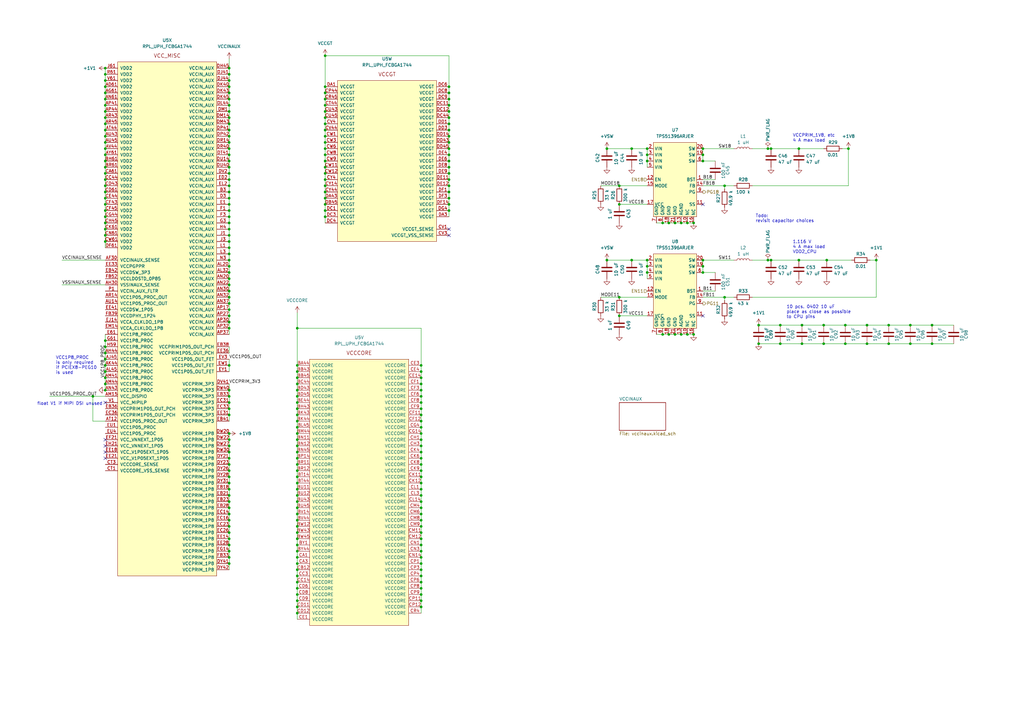
<source format=kicad_sch>
(kicad_sch (version 20230121) (generator eeschema)
  (paper "A3")
  (lib_symbols
    (symbol "Device:C" (pin_numbers hide) (pin_names (offset 0.254))
      (property "Reference" "C" (at 0.635 2.54 0))
      (property "Value" "C" (at 0.635 -2.54 0))
      (symbol "C_1_1"
        (pin passive line (at 0 3.81 270) (length 2.794) (name "~") (number "1"))
        (pin passive line (at 0 -3.81 90) (length 2.794) (name "~") (number "2"))
      )
    )
    (symbol "Device:L" (pin_numbers hide) (pin_names (offset 1.016) hide)
      (property "Reference" "L" (at -1.27 0 90))
      (property "Value" "L" (at 1.905 0 90))
      (symbol "L_1_1"
        (pin passive line (at 0 3.81 270) (length 1.27) (name "1") (number "1"))
        (pin passive line (at 0 -3.81 90) (length 1.27) (name "2") (number "2"))
      )
    )
    (symbol "Device:R" (pin_numbers hide) (pin_names (offset 0))
      (property "Reference" "R" (at 2.032 0 90))
      (property "Value" "R" (at 0 0 90))
      (symbol "R_1_1"
        (pin passive line (at 0 3.81 270) (length 1.27) (name "~") (number "1"))
        (pin passive line (at 0 -3.81 90) (length 1.27) (name "~") (number "2"))
      )
    )
    (symbol "GND_35" (power) (pin_names (offset 0))
      (property "Value" "GND_35" (at 0 -3.81 0))
      (symbol "GND_35_1_1"
        (pin power_in line (at 0 0 270) (length 0) hide (name "GND") (number "1"))
      )
    )
    (symbol "local:RPL_UPH_FCBGA1744" (pin_names (offset 1.016))
      (property "Reference" "U" (at 1.27 19.05 0))
      (property "Value" "RPL_UPH_FCBGA1744" (at 1.27 16.51 0))
      (symbol "RPL_UPH_FCBGA1744_1_1"
        (text "CAMERA" (at 0 2.54 0) (effects (font (size 1.524 1.524))))
        (pin input line (at -25.4 -58.42 0) (length 5.08) (name "CSI_A_DN[1]/CSI_B_DN[2]") (number "A36"))
        (pin input line (at -25.4 -45.72 0) (length 5.08) (name "CSI_B_DN[0]") (number "A38"))
        (pin unspecified line (at -25.4 -73.66 0) (length 5.08) (name "CSI_RCOMP") (number "A55"))
        (pin input line (at -25.4 -40.64 0) (length 5.08) (name "CSI_B_DN[1]") (number "AA41"))
        (pin input line (at -25.4 -5.08 0) (length 5.08) (name "CSI_D_DN[1]/CSI_C_DN[2]") (number "AB41"))
        (pin input line (at -25.4 -2.54 0) (length 5.08) (name "CSI_D_DP[1]/CSI_C_DP[2]") (number "AD41"))
        (pin input line (at -25.4 -10.16 0) (length 5.08) (name "CSI_D_DN[0]/CSI_C_DN[3]") (number "AF41"))
        (pin input line (at -25.4 -7.62 0) (length 5.08) (name "CSI_D_DP[0]/CSI_C_DP[3]") (number "AG41"))
        (pin unspecified line (at -25.4 -76.2 0) (length 5.08) (name "CSI_RCOMP") (number "B54"))
        (pin input line (at -25.4 -55.88 0) (length 5.08) (name "CSI_A_DP[1]/CSI_B_DP[2]") (number "C36"))
        (pin input line (at -25.4 -43.18 0) (length 5.08) (name "CSI_B_DP[0]") (number "C38"))
        (pin input line (at -25.4 -63.5 0) (length 5.08) (name "CSI_A_DN[0]/CSI_B_DN[3]") (number "E37"))
        (pin input line (at -25.4 -66.04 0) (length 5.08) (name "CSI_A_CLK_P") (number "F36"))
        (pin input line (at -25.4 -50.8 0) (length 5.08) (name "CSI_B_CLK_N") (number "F39"))
        (pin input line (at -25.4 -68.58 0) (length 5.08) (name "CSI_A_CLK_N") (number "G36"))
        (pin input line (at -25.4 -60.96 0) (length 5.08) (name "CSI_A_DP[0]/CSI_B_DP[3]") (number "G37"))
        (pin input line (at -25.4 -48.26 0) (length 5.08) (name "CSI_B_CLK_P") (number "G39"))
        (pin input line (at -25.4 -12.7 0) (length 5.08) (name "CSI_D_CLK_P") (number "J41"))
        (pin input line (at -25.4 -30.48 0) (length 5.08) (name "CSI_C_CLK_P") (number "J44"))
        (pin input line (at -25.4 -33.02 0) (length 5.08) (name "CSI_C_CLK_N") (number "K44"))
        (pin input line (at -25.4 -15.24 0) (length 5.08) (name "CSI_D_CLK_N") (number "L41"))
        (pin input line (at -25.4 -22.86 0) (length 5.08) (name "CSI_C_DN[1]") (number "M44"))
        (pin input line (at -25.4 -27.94 0) (length 5.08) (name "CSI_C_DN[0]") (number "P41"))
        (pin input line (at -25.4 -20.32 0) (length 5.08) (name "CSI_C_DP[1]") (number "P44"))
        (pin input line (at -25.4 -25.4 0) (length 5.08) (name "CSI_C_DP[0]") (number "T41"))
        (pin input line (at -25.4 -38.1 0) (length 5.08) (name "CSI_B_DP[1]") (number "W41"))
      )
      (symbol "RPL_UPH_FCBGA1744_2_1"
        (text "CFG" (at 0 2.54 0) (effects (font (size 1.524 1.524))))
        (pin bidirectional line (at 25.4 -17.78 180) (length 5.08) (name "CFG[2]") (number "AA12"))
        (pin bidirectional line (at 25.4 -22.86 180) (length 5.08) (name "CFG[0]") (number "AA16"))
        (pin bidirectional line (at 25.4 -15.24 180) (length 5.08) (name "CFG[3]") (number "AC12"))
        (pin bidirectional line (at 25.4 -12.7 180) (length 5.08) (name "CFG[4]") (number "AD11"))
        (pin bidirectional line (at 25.4 -20.32 180) (length 5.08) (name "CFG[1]") (number "AD16"))
        (pin bidirectional line (at -25.4 -5.08 0) (length 5.08) (name "CFG[16]") (number "AF17"))
        (pin bidirectional line (at -25.4 -20.32 0) (length 5.08) (name "CFG[10]") (number "AF20"))
        (pin bidirectional line (at -25.4 -2.54 0) (length 5.08) (name "CFG[17]") (number "AF22"))
        (pin bidirectional line (at -25.4 -12.7 0) (length 5.08) (name "CFG[13]") (number "AF35"))
        (pin bidirectional line (at -25.4 -7.62 0) (length 5.08) (name "CFG[15]") (number "AF37"))
        (pin bidirectional line (at 25.4 -10.16 180) (length 5.08) (name "CFG[5]") (number "AG15"))
        (pin bidirectional line (at 25.4 -7.62 180) (length 5.08) (name "CFG[6]") (number "AH17"))
        (pin bidirectional line (at -25.4 -22.86 0) (length 5.08) (name "CFG[9]") (number "AH22"))
        (pin bidirectional line (at -25.4 -17.78 0) (length 5.08) (name "CFG[11]") (number "AH25"))
        (pin bidirectional line (at -25.4 -10.16 0) (length 5.08) (name "CFG[14]") (number "AH35"))
        (pin bidirectional line (at -25.4 -15.24 0) (length 5.08) (name "CFG[12]") (number "AH37"))
        (pin bidirectional line (at 25.4 -5.08 180) (length 5.08) (name "CFG[7]") (number "AJ15"))
        (pin bidirectional line (at 25.4 -2.54 180) (length 5.08) (name "CFG[8]") (number "AK17"))
        (pin unspecified line (at 25.4 -25.4 180) (length 5.08) (name "CFG_RCOMP") (number "F8"))
      )
      (symbol "RPL_UPH_FCBGA1744_3_1"
        (text "CNVI" (at 0 2.54 0) (effects (font (size 1.524 1.524))))
        (pin output line (at -25.4 -45.72 0) (length 5.08) (name "GPP_F5/MODEM_CLKREQ/CRF_XTAL_CLKREQ") (number "EF36"))
        (pin output line (at -25.4 -58.42 0) (length 5.08) (name "GPP_F0/CNV_BRI_DT/UART2_RTS#") (number "EH33"))
        (pin input line (at -25.4 -43.18 0) (length 5.08) (name "GPP_F6/CNV_PA_BLANKING") (number "EH36"))
        (pin input line (at -25.4 -55.88 0) (length 5.08) (name "GPP_F1/CNV_BRI_RSP/UART2_RXD") (number "EK33"))
        (pin input line (at -25.4 -40.64 0) (length 5.08) (name "GPP_H8/I2C4_SDA/CNV_MFUART2_RXD") (number "EL43"))
        (pin output line (at -25.4 -53.34 0) (length 5.08) (name "GPP_F2/CNV_RGI_DT/UART2_TXD") (number "EN31"))
        (pin input line (at -25.4 -38.1 0) (length 5.08) (name "GPP_H9/I2C4_SCL/CNV_MFUART2_TXD") (number "EN43"))
        (pin input line (at -25.4 -50.8 0) (length 5.08) (name "GPP_F3/CNV_RGI_RSP/UART2_CTS#") (number "ER31"))
        (pin output line (at -25.4 -48.26 0) (length 5.08) (name "GPP_F4/CNV_RF_RESET#") (number "ET31"))
        (pin input line (at -25.4 -20.32 0) (length 5.08) (name "CNV_WR_D1P") (number "EV40"))
        (pin output line (at -25.4 -7.62 0) (length 5.08) (name "CNV_WT_D0P") (number "EV43"))
        (pin output line (at -25.4 -12.7 0) (length 5.08) (name "CNV_WT_CLKP") (number "EV47"))
        (pin input line (at -25.4 -25.4 0) (length 5.08) (name "CNV_WR_D0P") (number "EW42"))
        (pin input line (at -25.4 -22.86 0) (length 5.08) (name "CNV_WR_D1N") (number "EY40"))
        (pin input line (at -25.4 -27.94 0) (length 5.08) (name "CNV_WR_D0N") (number "EY42"))
        (pin output line (at -25.4 -10.16 0) (length 5.08) (name "CNV_WT_D0N") (number "EY43"))
        (pin output line (at -25.4 -15.24 0) (length 5.08) (name "CNV_WT_CLKN") (number "EY47"))
        (pin input line (at -25.4 -30.48 0) (length 5.08) (name "CNV_WR_CLKP") (number "FA43"))
        (pin output line (at -25.4 -5.08 0) (length 5.08) (name "CNV_WT_D1N") (number "FA46"))
        (pin unspecified line (at -25.4 -17.78 0) (length 5.08) (name "CNV_WT_RCOMP") (number "FC40"))
        (pin input line (at -25.4 -33.02 0) (length 5.08) (name "CNV_WR_CLKN") (number "FC43"))
        (pin output line (at -25.4 -2.54 0) (length 5.08) (name "CNV_WT_D1P") (number "FC46"))
      )
      (symbol "RPL_UPH_FCBGA1744_4_1"
        (text "DDI" (at 0 2.54 0) (effects (font (size 1.524 1.524))))
        (pin output line (at -25.4 -25.4 0) (length 5.08) (name "DDIA_TXP[2]") (number "AA1"))
        (pin output line (at -25.4 -35.56 0) (length 5.08) (name "DDIA_TXN[3]") (number "AA3"))
        (pin output line (at -25.4 -27.94 0) (length 5.08) (name "DDIA_TXN[2]") (number "AB1"))
        (pin output line (at -25.4 -17.78 0) (length 5.08) (name "DDIA_TXP[1]") (number "AB3"))
        (pin output line (at -25.4 -12.7 0) (length 5.08) (name "DDIA_TXN[0]") (number "AD1"))
        (pin output line (at -25.4 -20.32 0) (length 5.08) (name "DDIA_TXN[1]") (number "AD3"))
        (pin bidirectional line (at -25.4 -66.04 0) (length 5.08) (name "DDIB_AUXP") (number "AE6"))
        (pin bidirectional line (at -25.4 -68.58 0) (length 5.08) (name "DDIB_AUXN") (number "AE8"))
        (pin output line (at -25.4 -10.16 0) (length 5.08) (name "DDIA_TXP[0]") (number "AF1"))
        (pin bidirectional line (at -25.4 -2.54 0) (length 5.08) (name "DDIA_AUXP") (number "AF3"))
        (pin output line (at -25.4 -111.76 0) (length 5.08) (name "DISP_UTILS_2") (number "AF32"))
        (pin bidirectional line (at -25.4 -5.08 0) (length 5.08) (name "DDIA_AUXN") (number "AG3"))
        (pin output line (at -25.4 -73.66 0) (length 5.08) (name "DDIB_TXP[0]") (number "AH6"))
        (pin output line (at -25.4 -76.2 0) (length 5.08) (name "DDIB_TXN[0]") (number "AH8"))
        (pin unspecified line (at -25.4 -48.26 0) (length 5.08) (name "DDIA_RCOMP") (number "AJ1"))
        (pin output line (at -25.4 -81.28 0) (length 5.08) (name "DDIB_TXP[1]") (number "AK6"))
        (pin output line (at -25.4 -83.82 0) (length 5.08) (name "DDIB_TXN[1]") (number "AK8"))
        (pin unspecified line (at -25.4 -116.84 0) (length 5.08) (name "DDIB_RCOMP") (number "AL1"))
        (pin output line (at -25.4 -88.9 0) (length 5.08) (name "DDIB_TXP[2]") (number "AM6"))
        (pin output line (at -25.4 -91.44 0) (length 5.08) (name "DDIB_TXN[2]") (number "AM8"))
        (pin output line (at -25.4 -96.52 0) (length 5.08) (name "DDIB_TXP[3]") (number "AP6"))
        (pin output line (at -25.4 -99.06 0) (length 5.08) (name "DDIB_TXN[3]") (number "AP8"))
        (pin output line (at -25.4 -114.3 0) (length 5.08) (name "DISP_UTILS_1") (number "DJ1"))
        (pin input line (at -25.4 -109.22 0) (length 5.08) (name "GPP_A18/DDSP_HPDB/DISP_MISCB") (number "EB47"))
        (pin bidirectional line (at -25.4 -106.68 0) (length 5.08) (name "GPP_H15/DDPB_CTRLCLK/PCIE_LINK_DOWN") (number "EK46"))
        (pin output line (at -25.4 -43.18 0) (length 5.08) (name "eDP_BKLTCTL") (number "EL21"))
        (pin bidirectional line (at -25.4 -104.14 0) (length 5.08) (name "GPP_H17/DDPB_CTRLDATA") (number "EL46"))
        (pin output line (at -25.4 -45.72 0) (length 5.08) (name "eDP_BKLTEN") (number "EN21"))
        (pin output line (at -25.4 -40.64 0) (length 5.08) (name "GPP_E14/DDSP_HPDA/DISP_MISC_A") (number "EV25"))
        (pin output line (at -25.4 -33.02 0) (length 5.08) (name "DDIA_TXP[3]") (number "W3"))
      )
      (symbol "RPL_UPH_FCBGA1744_5_1"
        (text "DDR_A" (at 0 2.54 0) (effects (font (size 1.524 1.524))))
        (pin input line (at 25.4 -170.18 180) (length 5.08) (name "DDR0_ALERT#") (number "BF61"))
        (pin output line (at 25.4 -172.72 180) (length 5.08) (name "DDR0_VREF_CA0") (number "BG60"))
        (pin bidirectional line (at 25.4 -101.6 180) (length 5.08) (name "DDR1_DQ[3][6]") (number "BJ47"))
        (pin bidirectional line (at 25.4 -104.14 180) (length 5.08) (name "DDR1_DQ[3][7]") (number "BJ50"))
        (pin bidirectional line (at 25.4 -96.52 180) (length 5.08) (name "DDR1_DQ[3][4]") (number "BK53"))
        (pin bidirectional line (at -25.4 -101.6 0) (length 5.08) (name "DDR1_DQ[1][6]") (number "BK57"))
        (pin bidirectional line (at -25.4 -96.52 0) (length 5.08) (name "DDR1_DQ[1][4]") (number "BK60"))
        (pin bidirectional line (at 25.4 -99.06 180) (length 5.08) (name "DDR1_DQ[3][5]") (number "BL48"))
        (pin bidirectional line (at 25.4 -109.22 180) (length 5.08) (name "DDR1_DQSN[3]") (number "BL51"))
        (pin bidirectional line (at -25.4 -99.06 0) (length 5.08) (name "DDR1_DQ[1][5]") (number "BL56"))
        (pin bidirectional line (at -25.4 -104.14 0) (length 5.08) (name "DDR1_DQ[1][7]") (number "BL58"))
        (pin bidirectional line (at -25.4 -106.68 0) (length 5.08) (name "DDR1_DQSP[1]") (number "BL61"))
        (pin bidirectional line (at 25.4 -91.44 180) (length 5.08) (name "DDR1_DQ[3][2]") (number "BN48"))
        (pin bidirectional line (at 25.4 -106.68 180) (length 5.08) (name "DDR1_DQSP[3]") (number "BN51"))
        (pin bidirectional line (at -25.4 -91.44 0) (length 5.08) (name "DDR1_DQ[1][2]") (number "BN56"))
        (pin bidirectional line (at -25.4 -86.36 0) (length 5.08) (name "DDR1_DQ[1][0]") (number "BN58"))
        (pin bidirectional line (at -25.4 -109.22 0) (length 5.08) (name "DDR1_DQSN[1]") (number "BN61"))
        (pin bidirectional line (at 25.4 -88.9 180) (length 5.08) (name "DDR1_DQ[3][1]") (number "BP47"))
        (pin bidirectional line (at 25.4 -86.36 180) (length 5.08) (name "DDR1_DQ[3][0]") (number "BP50"))
        (pin bidirectional line (at 25.4 -93.98 180) (length 5.08) (name "DDR1_DQ[3][3]") (number "BP53"))
        (pin bidirectional line (at -25.4 -88.9 0) (length 5.08) (name "DDR1_DQ[1][1]") (number "BP57"))
        (pin bidirectional line (at -25.4 -93.98 0) (length 5.08) (name "DDR1_DQ[1][3]") (number "BP60"))
        (pin bidirectional line (at 25.4 -73.66 180) (length 5.08) (name "DDR1_DQ[2][6]") (number "BT47"))
        (pin bidirectional line (at 25.4 -76.2 180) (length 5.08) (name "DDR1_DQ[2][7]") (number "BT50"))
        (pin bidirectional line (at 25.4 -68.58 180) (length 5.08) (name "DDR1_DQ[2][4]") (number "BT53"))
        (pin bidirectional line (at -25.4 -73.66 0) (length 5.08) (name "DDR1_DQ[0][6]") (number "BT57"))
        (pin bidirectional line (at -25.4 -68.58 0) (length 5.08) (name "DDR1_DQ[0][4]") (number "BT60"))
        (pin bidirectional line (at 25.4 -71.12 180) (length 5.08) (name "DDR1_DQ[2][5]") (number "BU48"))
        (pin bidirectional line (at 25.4 -81.28 180) (length 5.08) (name "DDR1_DQSN[2]") (number "BU51"))
        (pin bidirectional line (at -25.4 -71.12 0) (length 5.08) (name "DDR1_DQ[0][5]") (number "BU56"))
        (pin bidirectional line (at -25.4 -76.2 0) (length 5.08) (name "DDR1_DQ[0][7]") (number "BU58"))
        (pin bidirectional line (at -25.4 -78.74 0) (length 5.08) (name "DDR1_DQSP[0]") (number "BU61"))
        (pin bidirectional line (at 25.4 -63.5 180) (length 5.08) (name "DDR1_DQ[2][2]") (number "BW48"))
        (pin bidirectional line (at 25.4 -78.74 180) (length 5.08) (name "DDR1_DQSP[2]") (number "BW51"))
        (pin bidirectional line (at -25.4 -63.5 0) (length 5.08) (name "DDR1_DQ[0][2]") (number "BW56"))
        (pin bidirectional line (at -25.4 -58.42 0) (length 5.08) (name "DDR1_DQ[0][0]") (number "BW58"))
        (pin bidirectional line (at -25.4 -81.28 0) (length 5.08) (name "DDR1_DQSN[0]") (number "BW61"))
        (pin bidirectional line (at 25.4 -58.42 180) (length 5.08) (name "DDR1_DQ[2][0]") (number "BY50"))
        (pin bidirectional line (at 25.4 -66.04 180) (length 5.08) (name "DDR1_DQ[2][3]") (number "BY53"))
        (pin bidirectional line (at -25.4 -60.96 0) (length 5.08) (name "DDR1_DQ[0][1]") (number "BY57"))
        (pin bidirectional line (at -25.4 -66.04 0) (length 5.08) (name "DDR1_DQ[0][3]") (number "BY60"))
        (pin bidirectional line (at 25.4 -60.96 180) (length 5.08) (name "DDR1_DQ[2][1]") (number "CA47"))
        (pin output line (at 25.4 -162.56 180) (length 5.08) (name "DDR1_CS[0]") (number "CC47"))
        (pin output line (at 25.4 -129.54 180) (length 5.08) (name "DDR1_CA[1]") (number "CC50"))
        (pin output line (at 25.4 -165.1 180) (length 5.08) (name "DDR1_CS[1]") (number "CC53"))
        (pin output line (at 25.4 -121.92 180) (length 5.08) (name "DDR1_CLK_N[1]") (number "CD48"))
        (pin output line (at 25.4 -119.38 180) (length 5.08) (name "DDR1_CLK_P[1]") (number "CD49"))
        (pin output line (at 25.4 -127 180) (length 5.08) (name "DDR1_CA[0]") (number "CE53"))
        (pin output line (at 25.4 -137.16 180) (length 5.08) (name "DDR1_CA[4]") (number "CE60"))
        (pin output line (at 25.4 -132.08 180) (length 5.08) (name "DDR1_CA[2]") (number "CF56"))
        (pin output line (at 25.4 -116.84 180) (length 5.08) (name "DDR1_CLK_N[0]") (number "CF61"))
        (pin output line (at 25.4 -142.24 180) (length 5.08) (name "DDR1_CA[6]") (number "CH46"))
        (pin output line (at 25.4 -134.62 180) (length 5.08) (name "DDR1_CA[3]") (number "CH48"))
        (pin output line (at 25.4 -157.48 180) (length 5.08) (name "DDR1_CA[12]") (number "CH56"))
        (pin output line (at 25.4 -144.78 180) (length 5.08) (name "DDR1_CA[7]") (number "CH58"))
        (pin output line (at 25.4 -114.3 180) (length 5.08) (name "DDR1_CLK_P[0]") (number "CH61"))
        (pin output line (at 25.4 -139.7 180) (length 5.08) (name "DDR1_CA[5]") (number "CJ50"))
        (pin output line (at 25.4 -152.4 180) (length 5.08) (name "DDR1_CA[10]") (number "CJ53"))
        (pin output line (at 25.4 -149.86 180) (length 5.08) (name "DDR1_CA[9]") (number "CJ57"))
        (pin output line (at 25.4 -154.94 180) (length 5.08) (name "DDR1_CA[11]") (number "CJ60"))
        (pin output line (at 25.4 -147.32 180) (length 5.08) (name "DDR1_CA[8]") (number "CK47"))
        (pin output line (at -25.4 -152.4 0) (length 5.08) (name "DDR0_CA[10]") (number "CM47"))
        (pin output line (at -25.4 -142.24 0) (length 5.08) (name "DDR0_CA[6]") (number "CM50"))
        (pin output line (at -25.4 -147.32 0) (length 5.08) (name "DDR0_CA[8]") (number "CM53"))
        (pin output line (at -25.4 -121.92 0) (length 5.08) (name "DDR0_CLK_N[1]") (number "CN48"))
        (pin output line (at -25.4 -119.38 0) (length 5.08) (name "DDR0_CLK_P[1]") (number "CN49"))
        (pin output line (at -25.4 -154.94 0) (length 5.08) (name "DDR0_CA[11]") (number "CP53"))
        (pin output line (at -25.4 -149.86 0) (length 5.08) (name "DDR0_CA[9]") (number "CP60"))
        (pin output line (at -25.4 -157.48 0) (length 5.08) (name "DDR0_CA[12]") (number "CR56"))
        (pin output line (at -25.4 -116.84 0) (length 5.08) (name "DDR0_CLK_N[0]") (number "CR61"))
        (pin output line (at -25.4 -144.78 0) (length 5.08) (name "DDR0_CA[7]") (number "CT46"))
        (pin output line (at -25.4 -139.7 0) (length 5.08) (name "DDR0_CA[5]") (number "CU48"))
        (pin output line (at -25.4 -129.54 0) (length 5.08) (name "DDR0_CA[1]") (number "CU56"))
        (pin output line (at -25.4 -127 0) (length 5.08) (name "DDR0_CA[0]") (number "CU58"))
        (pin output line (at -25.4 -114.3 0) (length 5.08) (name "DDR0_CLK_P[0]") (number "CU61"))
        (pin output line (at -25.4 -137.16 0) (length 5.08) (name "DDR0_CA[4]") (number "CV50"))
        (pin output line (at -25.4 -134.62 0) (length 5.08) (name "DDR0_CA[3]") (number "CV53"))
        (pin output line (at -25.4 -162.56 0) (length 5.08) (name "DDR0_CS[0]") (number "CV57"))
        (pin output line (at -25.4 -165.1 0) (length 5.08) (name "DDR0_CS[1]") (number "CV60"))
        (pin output line (at -25.4 -132.08 0) (length 5.08) (name "DDR0_CA[2]") (number "CW47"))
        (pin bidirectional line (at 25.4 -45.72 180) (length 5.08) (name "DDR0_DQ[3][6]") (number "CY47"))
        (pin bidirectional line (at 25.4 -48.26 180) (length 5.08) (name "DDR0_DQ[3][7]") (number "CY50"))
        (pin bidirectional line (at -25.4 -45.72 0) (length 5.08) (name "DDR0_DQ[1][6]") (number "CY57"))
        (pin bidirectional line (at -25.4 -40.64 0) (length 5.08) (name "DDR0_DQ[1][4]") (number "CY60"))
        (pin bidirectional line (at 25.4 -40.64 180) (length 5.08) (name "DDR0_DQ[3][4]") (number "DA53"))
        (pin bidirectional line (at -25.4 -48.26 0) (length 5.08) (name "DDR0_DQ[1][7]") (number "DA58"))
        (pin bidirectional line (at 25.4 -43.18 180) (length 5.08) (name "DDR0_DQ[3][5]") (number "DB48"))
        (pin bidirectional line (at 25.4 -53.34 180) (length 5.08) (name "DDR0_DQSN[3]") (number "DB51"))
        (pin bidirectional line (at -25.4 -43.18 0) (length 5.08) (name "DDR0_DQ[1][5]") (number "DB56"))
        (pin bidirectional line (at -25.4 -50.8 0) (length 5.08) (name "DDR0_DQSP[1]") (number "DB61"))
        (pin bidirectional line (at 25.4 -35.56 180) (length 5.08) (name "DDR0_DQ[3][2]") (number "DC48"))
        (pin bidirectional line (at 25.4 -50.8 180) (length 5.08) (name "DDR0_DQSP[3]") (number "DC51"))
        (pin bidirectional line (at -25.4 -53.34 0) (length 5.08) (name "DDR0_DQSN[1]") (number "DC61"))
        (pin bidirectional line (at -25.4 -35.56 0) (length 5.08) (name "DDR0_DQ[1][2]") (number "DD56"))
        (pin bidirectional line (at -25.4 -30.48 0) (length 5.08) (name "DDR0_DQ[1][0]") (number "DD58"))
        (pin bidirectional line (at 25.4 -33.02 180) (length 5.08) (name "DDR0_DQ[3][1]") (number "DE47"))
        (pin bidirectional line (at 25.4 -30.48 180) (length 5.08) (name "DDR0_DQ[3][0]") (number "DE50"))
        (pin bidirectional line (at 25.4 -38.1 180) (length 5.08) (name "DDR0_DQ[3][3]") (number "DE53"))
        (pin bidirectional line (at -25.4 -33.02 0) (length 5.08) (name "DDR0_DQ[1][1]") (number "DE57"))
        (pin bidirectional line (at -25.4 -38.1 0) (length 5.08) (name "DDR0_DQ[1][3]") (number "DE60"))
        (pin bidirectional line (at 25.4 -17.78 180) (length 5.08) (name "DDR0_DQ[2][6]") (number "DG47"))
        (pin bidirectional line (at 25.4 -20.32 180) (length 5.08) (name "DDR0_DQ[2][7]") (number "DG50"))
        (pin bidirectional line (at 25.4 -12.7 180) (length 5.08) (name "DDR0_DQ[2][4]") (number "DG53"))
        (pin bidirectional line (at -25.4 -17.78 0) (length 5.08) (name "DDR0_DQ[0][6]") (number "DG57"))
        (pin bidirectional line (at -25.4 -12.7 0) (length 5.08) (name "DDR0_DQ[0][4]") (number "DG60"))
        (pin bidirectional line (at 25.4 -15.24 180) (length 5.08) (name "DDR0_DQ[2][5]") (number "DH48"))
        (pin bidirectional line (at 25.4 -25.4 180) (length 5.08) (name "DDR0_DQSN[2]") (number "DH51"))
        (pin bidirectional line (at -25.4 -15.24 0) (length 5.08) (name "DDR0_DQ[0][5]") (number "DH56"))
        (pin bidirectional line (at -25.4 -20.32 0) (length 5.08) (name "DDR0_DQ[0][7]") (number "DH58"))
        (pin bidirectional line (at -25.4 -22.86 0) (length 5.08) (name "DDR0_DQSP[0]") (number "DH61"))
        (pin bidirectional line (at 25.4 -7.62 180) (length 5.08) (name "DDR0_DQ[2][2]") (number "DK48"))
        (pin bidirectional line (at 25.4 -22.86 180) (length 5.08) (name "DDR0_DQSP[2]") (number "DK51"))
        (pin bidirectional line (at -25.4 -7.62 0) (length 5.08) (name "DDR0_DQ[0][2]") (number "DK56"))
        (pin bidirectional line (at -25.4 -2.54 0) (length 5.08) (name "DDR0_DQ[0][0]") (number "DK58"))
        (pin bidirectional line (at -25.4 -25.4 0) (length 5.08) (name "DDR0_DQSN[0]") (number "DK61"))
        (pin bidirectional line (at 25.4 -2.54 180) (length 5.08) (name "DDR0_DQ[2][0]") (number "DL50"))
        (pin bidirectional line (at 25.4 -10.16 180) (length 5.08) (name "DDR0_DQ[2][3]") (number "DL53"))
        (pin bidirectional line (at -25.4 -5.08 0) (length 5.08) (name "DDR0_DQ[0][1]") (number "DL57"))
        (pin bidirectional line (at -25.4 -10.16 0) (length 5.08) (name "DDR0_DQ[0][3]") (number "DL60"))
        (pin bidirectional line (at 25.4 -5.08 180) (length 5.08) (name "DDR0_DQ[2][1]") (number "DM47"))
      )
      (symbol "RPL_UPH_FCBGA1744_6_1"
        (text "DDR_B" (at 0 2.54 0) (effects (font (size 1.524 1.524))))
        (pin bidirectional line (at 25.4 -50.8 180) (length 5.08) (name "DDR3_DQSP[1]") (number "A43"))
        (pin bidirectional line (at 25.4 -53.34 180) (length 5.08) (name "DDR3_DQSN[1]") (number "A44"))
        (pin bidirectional line (at 25.4 -22.86 180) (length 5.08) (name "DDR3_DQSP[0]") (number "A49"))
        (pin bidirectional line (at 25.4 -25.4 180) (length 5.08) (name "DDR3_DQSN[0]") (number "A51"))
        (pin output line (at -25.4 -142.24 0) (length 5.08) (name "DDR3_CA[6]") (number "AA46"))
        (pin output line (at -25.4 -134.62 0) (length 5.08) (name "DDR3_CA[3]") (number "AA48"))
        (pin output line (at -25.4 -157.48 0) (length 5.08) (name "DDR3_CA[12]") (number "AB56"))
        (pin output line (at -25.4 -144.78 0) (length 5.08) (name "DDR3_CA[7]") (number "AB58"))
        (pin output line (at -25.4 -114.3 0) (length 5.08) (name "DDR3_CLK_P[0]") (number "AB61"))
        (pin output line (at -25.4 -147.32 0) (length 5.08) (name "DDR3_CA[8]") (number "AC47"))
        (pin output line (at -25.4 -139.7 0) (length 5.08) (name "DDR3_CA[5]") (number "AC50"))
        (pin output line (at -25.4 -152.4 0) (length 5.08) (name "DDR3_CA[10]") (number "AC53"))
        (pin output line (at -25.4 -149.86 0) (length 5.08) (name "DDR3_CA[9]") (number "AC57"))
        (pin output line (at -25.4 -154.94 0) (length 5.08) (name "DDR3_CA[11]") (number "AC60"))
        (pin output line (at 25.4 -152.4 180) (length 5.08) (name "DDR2_CA[10]") (number "AE47"))
        (pin output line (at 25.4 -142.24 180) (length 5.08) (name "DDR2_CA[6]") (number "AE50"))
        (pin output line (at 25.4 -147.32 180) (length 5.08) (name "DDR2_CA[8]") (number "AE53"))
        (pin output line (at 25.4 -121.92 180) (length 5.08) (name "DDR2_CLK_N[1]") (number "AG48"))
        (pin output line (at 25.4 -119.38 180) (length 5.08) (name "DDR2_CLK_P[1]") (number "AG49"))
        (pin output line (at 25.4 -154.94 180) (length 5.08) (name "DDR2_CA[11]") (number "AH53"))
        (pin output line (at 25.4 -149.86 180) (length 5.08) (name "DDR2_CA[9]") (number "AH60"))
        (pin output line (at 25.4 -157.48 180) (length 5.08) (name "DDR2_CA[12]") (number "AJ56"))
        (pin output line (at 25.4 -116.84 180) (length 5.08) (name "DDR2_CLK_N[0]") (number "AJ61"))
        (pin output line (at 25.4 -144.78 180) (length 5.08) (name "DDR2_CA[7]") (number "AK46"))
        (pin output line (at 25.4 -139.7 180) (length 5.08) (name "DDR2_CA[5]") (number "AK48"))
        (pin output line (at 25.4 -129.54 180) (length 5.08) (name "DDR2_CA[1]") (number "AL56"))
        (pin output line (at 25.4 -127 180) (length 5.08) (name "DDR2_CA[0]") (number "AL58"))
        (pin output line (at 25.4 -114.3 180) (length 5.08) (name "DDR2_CLK_P[0]") (number "AL61"))
        (pin output line (at 25.4 -132.08 180) (length 5.08) (name "DDR2_CA[2]") (number "AM47"))
        (pin output line (at 25.4 -137.16 180) (length 5.08) (name "DDR2_CA[4]") (number "AM50"))
        (pin output line (at 25.4 -134.62 180) (length 5.08) (name "DDR2_CA[3]") (number "AM53"))
        (pin output line (at 25.4 -165.1 180) (length 5.08) (name "DDR2_CS[1]") (number "AM57"))
        (pin output line (at 25.4 -162.56 180) (length 5.08) (name "DDR2_CS[0]") (number "AM60"))
        (pin bidirectional line (at -25.4 -101.6 0) (length 5.08) (name "DDR2_DQ[3][6]") (number "AP47"))
        (pin bidirectional line (at -25.4 -104.14 0) (length 5.08) (name "DDR2_DQ[3][7]") (number "AP50"))
        (pin bidirectional line (at -25.4 -96.52 0) (length 5.08) (name "DDR2_DQ[3][4]") (number "AP53"))
        (pin bidirectional line (at -25.4 -45.72 0) (length 5.08) (name "DDR2_DQ[1][6]") (number "AP57"))
        (pin bidirectional line (at -25.4 -40.64 0) (length 5.08) (name "DDR2_DQ[1][4]") (number "AP60"))
        (pin bidirectional line (at -25.4 -99.06 0) (length 5.08) (name "DDR2_DQ[3][5]") (number "AR48"))
        (pin bidirectional line (at -25.4 -109.22 0) (length 5.08) (name "DDR2_DQSN[3]") (number "AR51"))
        (pin bidirectional line (at -25.4 -43.18 0) (length 5.08) (name "DDR2_DQ[1][5]") (number "AR56"))
        (pin bidirectional line (at -25.4 -48.26 0) (length 5.08) (name "DDR2_DQ[1][7]") (number "AR58"))
        (pin bidirectional line (at -25.4 -50.8 0) (length 5.08) (name "DDR2_DQSP[1]") (number "AR61"))
        (pin bidirectional line (at -25.4 -91.44 0) (length 5.08) (name "DDR2_DQ[3][2]") (number "AU48"))
        (pin bidirectional line (at -25.4 -106.68 0) (length 5.08) (name "DDR2_DQSP[3]") (number "AU51"))
        (pin bidirectional line (at -25.4 -35.56 0) (length 5.08) (name "DDR2_DQ[1][2]") (number "AU56"))
        (pin bidirectional line (at -25.4 -30.48 0) (length 5.08) (name "DDR2_DQ[1][0]") (number "AU58"))
        (pin bidirectional line (at -25.4 -53.34 0) (length 5.08) (name "DDR2_DQSN[1]") (number "AU61"))
        (pin bidirectional line (at -25.4 -86.36 0) (length 5.08) (name "DDR2_DQ[3][0]") (number "AV50"))
        (pin bidirectional line (at -25.4 -93.98 0) (length 5.08) (name "DDR2_DQ[3][3]") (number "AV53"))
        (pin bidirectional line (at -25.4 -33.02 0) (length 5.08) (name "DDR2_DQ[1][1]") (number "AV57"))
        (pin bidirectional line (at -25.4 -38.1 0) (length 5.08) (name "DDR2_DQ[1][3]") (number "AV60"))
        (pin bidirectional line (at -25.4 -88.9 0) (length 5.08) (name "DDR2_DQ[3][1]") (number "AW47"))
        (pin bidirectional line (at -25.4 -73.66 0) (length 5.08) (name "DDR2_DQ[2][6]") (number "AY47"))
        (pin bidirectional line (at 25.4 -40.64 180) (length 5.08) (name "DDR3_DQ[1][4]") (number "B41"))
        (pin bidirectional line (at 25.4 -38.1 180) (length 5.08) (name "DDR3_DQ[1][3]") (number "B46"))
        (pin bidirectional line (at 25.4 -12.7 180) (length 5.08) (name "DDR3_DQ[0][4]") (number "B48"))
        (pin bidirectional line (at 25.4 -10.16 180) (length 5.08) (name "DDR3_DQ[0][3]") (number "B52"))
        (pin bidirectional line (at -25.4 -76.2 0) (length 5.08) (name "DDR2_DQ[2][7]") (number "BA50"))
        (pin bidirectional line (at -25.4 -68.58 0) (length 5.08) (name "DDR2_DQ[2][4]") (number "BA53"))
        (pin bidirectional line (at -25.4 -17.78 0) (length 5.08) (name "DDR2_DQ[0][6]") (number "BA57"))
        (pin bidirectional line (at -25.4 -12.7 0) (length 5.08) (name "DDR2_DQ[0][4]") (number "BA60"))
        (pin bidirectional line (at -25.4 -71.12 0) (length 5.08) (name "DDR2_DQ[2][5]") (number "BB48"))
        (pin bidirectional line (at -25.4 -81.28 0) (length 5.08) (name "DDR2_DQSN[2]") (number "BB51"))
        (pin bidirectional line (at -25.4 -15.24 0) (length 5.08) (name "DDR2_DQ[0][5]") (number "BB56"))
        (pin bidirectional line (at -25.4 -20.32 0) (length 5.08) (name "DDR2_DQ[0][7]") (number "BB58"))
        (pin bidirectional line (at -25.4 -22.86 0) (length 5.08) (name "DDR2_DQSP[0]") (number "BB61"))
        (pin bidirectional line (at -25.4 -63.5 0) (length 5.08) (name "DDR2_DQ[2][2]") (number "BD48"))
        (pin bidirectional line (at -25.4 -78.74 0) (length 5.08) (name "DDR2_DQSP[2]") (number "BD51"))
        (pin bidirectional line (at -25.4 -7.62 0) (length 5.08) (name "DDR2_DQ[0][2]") (number "BD56"))
        (pin bidirectional line (at -25.4 -2.54 0) (length 5.08) (name "DDR2_DQ[0][0]") (number "BD58"))
        (pin bidirectional line (at -25.4 -25.4 0) (length 5.08) (name "DDR2_DQSN[0]") (number "BD61"))
        (pin bidirectional line (at -25.4 -60.96 0) (length 5.08) (name "DDR2_DQ[2][1]") (number "BE47"))
        (pin bidirectional line (at -25.4 -58.42 0) (length 5.08) (name "DDR2_DQ[2][0]") (number "BE50"))
        (pin bidirectional line (at -25.4 -66.04 0) (length 5.08) (name "DDR2_DQ[2][3]") (number "BE53"))
        (pin bidirectional line (at -25.4 -5.08 0) (length 5.08) (name "DDR2_DQ[0][1]") (number "BE57"))
        (pin bidirectional line (at -25.4 -10.16 0) (length 5.08) (name "DDR2_DQ[0][3]") (number "BE60"))
        (pin output line (at 25.4 -172.72 180) (length 5.08) (name "DDR1_VREF_CA0") (number "BG55"))
        (pin input line (at 25.4 -170.18 180) (length 5.08) (name "DDR1_ALERT#") (number "BG57"))
        (pin bidirectional line (at 25.4 -45.72 180) (length 5.08) (name "DDR3_DQ[1][6]") (number "C42"))
        (pin bidirectional line (at 25.4 -30.48 180) (length 5.08) (name "DDR3_DQ[1][0]") (number "C45"))
        (pin bidirectional line (at 25.4 -20.32 180) (length 5.08) (name "DDR3_DQ[0][7]") (number "C49"))
        (pin bidirectional line (at 25.4 -2.54 180) (length 5.08) (name "DDR3_DQ[0][0]") (number "C51"))
        (pin bidirectional line (at 25.4 -48.26 180) (length 5.08) (name "DDR3_DQ[1][7]") (number "E41"))
        (pin bidirectional line (at 25.4 -33.02 180) (length 5.08) (name "DDR3_DQ[1][1]") (number "E46"))
        (pin bidirectional line (at 25.4 -17.78 180) (length 5.08) (name "DDR3_DQ[0][6]") (number "E48"))
        (pin bidirectional line (at 25.4 -5.08 180) (length 5.08) (name "DDR3_DQ[0][1]") (number "E52"))
        (pin bidirectional line (at 25.4 -43.18 180) (length 5.08) (name "DDR3_DQ[1][5]") (number "F43"))
        (pin bidirectional line (at 25.4 -35.56 180) (length 5.08) (name "DDR3_DQ[1][2]") (number "F44"))
        (pin bidirectional line (at 25.4 -15.24 180) (length 5.08) (name "DDR3_DQ[0][5]") (number "F49"))
        (pin bidirectional line (at 25.4 -7.62 180) (length 5.08) (name "DDR3_DQ[0][2]") (number "F51"))
        (pin bidirectional line (at 25.4 -99.06 180) (length 5.08) (name "DDR3_DQ[3][5]") (number "F54"))
        (pin bidirectional line (at 25.4 -101.6 180) (length 5.08) (name "DDR3_DQ[3][6]") (number "F58"))
        (pin bidirectional line (at 25.4 -93.98 180) (length 5.08) (name "DDR3_DQ[3][3]") (number "H56"))
        (pin bidirectional line (at 25.4 -104.14 180) (length 5.08) (name "DDR3_DQ[3][7]") (number "K50"))
        (pin bidirectional line (at 25.4 -91.44 180) (length 5.08) (name "DDR3_DQ[3][2]") (number "K53"))
        (pin bidirectional line (at 25.4 -73.66 180) (length 5.08) (name "DDR3_DQ[2][6]") (number "K57"))
        (pin bidirectional line (at 25.4 -68.58 180) (length 5.08) (name "DDR3_DQ[2][4]") (number "K60"))
        (pin bidirectional line (at 25.4 -96.52 180) (length 5.08) (name "DDR3_DQ[3][4]") (number "L48"))
        (pin bidirectional line (at 25.4 -109.22 180) (length 5.08) (name "DDR3_DQSN[3]") (number "L51"))
        (pin bidirectional line (at 25.4 -71.12 180) (length 5.08) (name "DDR3_DQ[2][5]") (number "L56"))
        (pin bidirectional line (at 25.4 -76.2 180) (length 5.08) (name "DDR3_DQ[2][7]") (number "L58"))
        (pin bidirectional line (at 25.4 -81.28 180) (length 5.08) (name "DDR3_DQSN[2]") (number "L61"))
        (pin bidirectional line (at 25.4 -106.68 180) (length 5.08) (name "DDR3_DQSP[3]") (number "N51"))
        (pin bidirectional line (at 25.4 -63.5 180) (length 5.08) (name "DDR3_DQ[2][2]") (number "N56"))
        (pin bidirectional line (at 25.4 -58.42 180) (length 5.08) (name "DDR3_DQ[2][0]") (number "N58"))
        (pin bidirectional line (at 25.4 -78.74 180) (length 5.08) (name "DDR3_DQSP[2]") (number "N61"))
        (pin bidirectional line (at 25.4 -88.9 180) (length 5.08) (name "DDR3_DQ[3][1]") (number "P50"))
        (pin bidirectional line (at 25.4 -86.36 180) (length 5.08) (name "DDR3_DQ[3][0]") (number "P53"))
        (pin bidirectional line (at 25.4 -60.96 180) (length 5.08) (name "DDR3_DQ[2][1]") (number "P57"))
        (pin bidirectional line (at 25.4 -66.04 180) (length 5.08) (name "DDR3_DQ[2][3]") (number "P60"))
        (pin output line (at -25.4 -165.1 0) (length 5.08) (name "DDR3_CS[0]") (number "T47"))
        (pin output line (at -25.4 -129.54 0) (length 5.08) (name "DDR3_CA[1]") (number "T50"))
        (pin output line (at -25.4 -162.56 0) (length 5.08) (name "DDR3_CS[1]") (number "T53"))
        (pin output line (at -25.4 -119.38 0) (length 5.08) (name "DDR3_CLK_P[1]") (number "V48"))
        (pin output line (at -25.4 -121.92 0) (length 5.08) (name "DDR3_CLK_N[1]") (number "V49"))
        (pin output line (at -25.4 -127 0) (length 5.08) (name "DDR3_CA[0]") (number "W53"))
        (pin output line (at -25.4 -137.16 0) (length 5.08) (name "DDR3_CA[4]") (number "W60"))
        (pin output line (at -25.4 -132.08 0) (length 5.08) (name "DDR3_CA[2]") (number "Y56"))
        (pin output line (at -25.4 -116.84 0) (length 5.08) (name "DDR3_CLK_N[0]") (number "Y61"))
      )
      (symbol "RPL_UPH_FCBGA1744_7_1"
        (text "DDR_MISC" (at 0 2.54 0) (effects (font (size 1.524 1.524))))
        (pin unspecified line (at 25.4 -7.62 180) (length 5.08) (name "DDR_COMP") (number "A56"))
        (pin output line (at -25.4 -5.08 0) (length 5.08) (name "NC") (number "AB51"))
        (pin output line (at -25.4 -43.18 0) (length 5.08) (name "NC") (number "AE55"))
        (pin output line (at -25.4 -48.26 0) (length 5.08) (name "NC") (number "AE60"))
        (pin output line (at -25.4 -45.72 0) (length 5.08) (name "NC") (number "AF57"))
        (pin output line (at -25.4 -17.78 0) (length 5.08) (name "NC") (number "AH57"))
        (pin output line (at -25.4 -12.7 0) (length 5.08) (name "NC") (number "AJ51"))
        (pin output line (at -25.4 -20.32 0) (length 5.08) (name "NC") (number "AJ58"))
        (pin output line (at -25.4 -15.24 0) (length 5.08) (name "NC") (number "AL51"))
        (pin unspecified line (at 25.4 -10.16 180) (length 5.08) (name "DDR_COMP") (number "B56"))
        (pin output line (at 25.4 -2.54 180) (length 5.08) (name "DDR_VTT_CTL") (number "BG50"))
        (pin output line (at -25.4 -66.04 0) (length 5.08) (name "NC") (number "CB55"))
        (pin output line (at -25.4 -71.12 0) (length 5.08) (name "NC") (number "CC57"))
        (pin output line (at -25.4 -68.58 0) (length 5.08) (name "NC") (number "CC60"))
        (pin output line (at -25.4 -30.48 0) (length 5.08) (name "NC") (number "CE57"))
        (pin output line (at -25.4 -25.4 0) (length 5.08) (name "NC") (number "CF51"))
        (pin output line (at -25.4 -27.94 0) (length 5.08) (name "NC") (number "CF58"))
        (pin output line (at -25.4 -22.86 0) (length 5.08) (name "NC") (number "CH51"))
        (pin output line (at -25.4 -58.42 0) (length 5.08) (name "NC") (number "CL55"))
        (pin output line (at -25.4 -60.96 0) (length 5.08) (name "NC") (number "CM57"))
        (pin output line (at -25.4 -63.5 0) (length 5.08) (name "NC") (number "CM60"))
        (pin output line (at -25.4 -38.1 0) (length 5.08) (name "NC") (number "CP57"))
        (pin output line (at -25.4 -35.56 0) (length 5.08) (name "NC") (number "CR51"))
        (pin output line (at -25.4 -40.64 0) (length 5.08) (name "NC") (number "CR58"))
        (pin output line (at -25.4 -33.02 0) (length 5.08) (name "NC") (number "CU51"))
        (pin output line (at 25.4 -5.08 180) (length 5.08) (name "DRAM_RESET#") (number "EE53"))
        (pin output line (at -25.4 -53.34 0) (length 5.08) (name "NC") (number "T55"))
        (pin output line (at -25.4 -50.8 0) (length 5.08) (name "NC") (number "T60"))
        (pin output line (at -25.4 -55.88 0) (length 5.08) (name "NC") (number "U57"))
        (pin output line (at -25.4 -10.16 0) (length 5.08) (name "NC") (number "W57"))
        (pin output line (at -25.4 -2.54 0) (length 5.08) (name "NC") (number "Y51"))
        (pin output line (at -25.4 -7.62 0) (length 5.08) (name "NC") (number "Y58"))
      )
      (symbol "RPL_UPH_FCBGA1744_8_1"
        (text "ESPI" (at 0 2.54 0) (effects (font (size 1.524 1.524))))
        (pin output line (at -25.4 -15.24 0) (length 5.08) (name "GPP_A4/ESPI_CS0#") (number "DP44"))
        (pin output line (at -25.4 -12.7 0) (length 5.08) (name "GPP_A5/ESPI_ALERT0#") (number "DP47"))
        (pin bidirectional line (at -25.4 -25.4 0) (length 5.08) (name "GPP_A0/ESPI_IO0") (number "DP51"))
        (pin bidirectional line (at -25.4 -17.78 0) (length 5.08) (name "GPP_A3/ESPI_IO3/SUSACK#") (number "DP52"))
        (pin output line (at -25.4 -10.16 0) (length 5.08) (name "GPP_A6/ESPI_ALERT1#") (number "DP54"))
        (pin bidirectional line (at -25.4 -22.86 0) (length 5.08) (name "GPP_A1/ESPI_IO1") (number "DT44"))
        (pin output line (at -25.4 -2.54 0) (length 5.08) (name "GPP_A23/ESPI_CS1#") (number "DT46"))
        (pin output line (at -25.4 -7.62 0) (length 5.08) (name "GPP_A9/ESPI_CLK") (number "DT49"))
        (pin output line (at -25.4 -5.08 0) (length 5.08) (name "GPP_A10/ESPI_RESET#") (number "DT51"))
        (pin bidirectional line (at -25.4 -20.32 0) (length 5.08) (name "GPP_A2/ESPI_IO2/SUSWARN#/SUSPWRDNACK") (number "DT54"))
      )
      (symbol "RPL_UPH_FCBGA1744_9_1"
        (text "GPD" (at 0 2.54 0) (effects (font (size 1.524 1.524))))
        (pin output line (at -25.4 -25.4 0) (length 5.08) (name "GPD10/SLP_S5#") (number "EG60"))
        (pin output line (at -25.4 -22.86 0) (length 5.08) (name "GPD11/LANPHYPC") (number "EJ56"))
        (pin output line (at -25.4 -2.54 0) (length 5.08) (name "GPD9/SLP_WLAN#") (number "EJ57"))
        (pin input line (at -25.4 -27.94 0) (length 5.08) (name "GPD1/ACPRESENT") (number "EJ59"))
        (pin output line (at -25.4 -5.08 0) (length 5.08) (name "GPD8/SUSCLK") (number "EJ61"))
        (pin output line (at -25.4 -7.62 0) (length 5.08) (name "GPD7") (number "EK60"))
        (pin input line (at -25.4 -30.48 0) (length 5.08) (name "GPD0/BATLOW#") (number "EM56"))
        (pin output line (at -25.4 -10.16 0) (length 5.08) (name "GPD6/SLP_A#") (number "EM57"))
        (pin output line (at -25.4 -15.24 0) (length 5.08) (name "GPD4/SLP_S3#") (number "EM59"))
        (pin input line (at -25.4 -17.78 0) (length 5.08) (name "GPD3/PWRBTN#") (number "EM61"))
        (pin output line (at -25.4 -12.7 0) (length 5.08) (name "GPD5/SLP_S4#") (number "EP56"))
        (pin input line (at -25.4 -20.32 0) (length 5.08) (name "GPD2/LAN_WAKE#") (number "EP58"))
      )
      (symbol "RPL_UPH_FCBGA1744_10_1"
        (text "GPP_ABCDE" (at 0 2.54 0) (effects (font (size 1.524 1.524))))
        (pin input line (at -25.4 -63.5 0) (length 5.08) (name "GPP_B16/I2C5_SDA/ISH_I2C2_SDA") (number "DN57"))
        (pin input line (at -25.4 -60.96 0) (length 5.08) (name "GPP_B17/I2C5_SCL/ISH_I2C2_SCL") (number "DN60"))
        (pin input line (at -25.4 -38.1 0) (length 5.08) (name "GPP_B8/ISH_I2C1_SCL/I2C3_SCL") (number "DR56"))
        (pin input line (at -25.4 -40.64 0) (length 5.08) (name "GPP_B7/ISH_I2C1_SDA/I2C3_SDA") (number "DR58"))
        (pin input line (at -25.4 -45.72 0) (length 5.08) (name "GPP_B5/ISH_I2C0_SDA/I2C2_SDA") (number "DT56"))
        (pin input line (at -25.4 -43.18 0) (length 5.08) (name "GPP_B6/ISH_I2C0_SCL/I2C2_SCL") (number "DT57"))
        (pin input line (at -25.4 -55.88 0) (length 5.08) (name "GPP_B2/VRALERT#") (number "DT59"))
        (pin input line (at -25.4 -58.42 0) (length 5.08) (name "GPP_B18") (number "DT61"))
        (pin bidirectional line (at -25.4 -27.94 0) (length 5.08) (name "GPP_A13") (number "DV47"))
        (pin bidirectional line (at -25.4 -33.02 0) (length 5.08) (name "GPP_A11") (number "DV51"))
        (pin output line (at -25.4 -7.62 0) (length 5.08) (name "GPP_A22/DDPC_CTRLDATA") (number "DV52"))
        (pin input line (at -25.4 -10.16 0) (length 5.08) (name "GPP_A21/DDPC_CTRLCLK") (number "DV54"))
        (pin input line (at -25.4 -68.58 0) (length 5.08) (name "GPP_B14/SPKR/TIME_SYNC1/SATA_LED#/ISH_GP6") (number "DW56"))
        (pin output line (at -25.4 -71.12 0) (length 5.08) (name "GPP_B13/PLTRST#") (number "DW57"))
        (pin output line (at -25.4 -73.66 0) (length 5.08) (name "GPP_B12/SLP_S0#") (number "DW59"))
        (pin input line (at -25.4 -30.48 0) (length 5.08) (name "GPP_A12/SATAXPCIE1/SATAGP1/SRCCLKREQ9B#") (number "DY46"))
        (pin input line (at -25.4 -25.4 0) (length 5.08) (name "GPP_A14/USB_OC1#/DDSP_HPD3/DISP_MISC3") (number "DY47"))
        (pin input line (at -25.4 -22.86 0) (length 5.08) (name "GPP_A15/USB_OC2#/DDSP_HPD4/DISP_MISC4") (number "DY49"))
        (pin input line (at -25.4 -20.32 0) (length 5.08) (name "GPP_A16/USB_OC3#/ISH_GP5") (number "DY51"))
        (pin input line (at -25.4 -17.78 0) (length 5.08) (name "GPP_A17/DISP_MISCC") (number "DY54"))
        (pin input line (at -25.4 -66.04 0) (length 5.08) (name "GPP_B15/TIME_SYNC0/ISH_GP7") (number "DY61"))
        (pin unspecified line (at -25.4 -76.2 0) (length 5.08) (name "GPP_B11/PMCALERT#") (number "EA56"))
        (pin output line (at -25.4 -78.74 0) (length 5.08) (name "GPP_B1/CORE_VID1") (number "EA58"))
        (pin output line (at -25.4 -81.28 0) (length 5.08) (name "GPP_B0/CORE_VID0") (number "EA60"))
        (pin input line (at -25.4 -15.24 0) (length 5.08) (name "GPP_A19/DDSP_HPD1/DISP_MISC1") (number "EB49"))
        (pin input line (at -25.4 -12.7 0) (length 5.08) (name "GPP_A20/DDSP_HPD2/DISP_MISC2") (number "EB51"))
        (pin input line (at -25.4 -5.08 0) (length 5.08) (name "GPP_A7/SRCCLK_OE7#") (number "EB52"))
        (pin input line (at -25.4 -2.54 0) (length 5.08) (name "GPP_A8/SRCCLKREQ7#") (number "EB54"))
        (pin input line (at -25.4 -48.26 0) (length 5.08) (name "GPP_B4/PROC_GP3/ISH_GP5B") (number "EB56"))
        (pin input line (at -25.4 -50.8 0) (length 5.08) (name "GPP_B3/PROC_GP2/ISH_GP4B") (number "EB57"))
        (pin input line (at -25.4 -205.74 0) (length 5.08) (name "GPP_E1/THC0_SPI1_IO2") (number "EE23"))
        (pin unspecified line (at -25.4 -96.52 0) (length 5.08) (name "GPP_C3/SML0CLK") (number "EE38"))
        (pin input line (at -25.4 -180.34 0) (length 5.08) (name "GPP_E2/THC0_SPI1_IO3") (number "EF23"))
        (pin unspecified line (at -25.4 -93.98 0) (length 5.08) (name "GPP_C4/SML0DATA") (number "EF38"))
        (pin output line (at -25.4 -53.34 0) (length 5.08) (name "GPP_B23/SML1ALERT#/PCHHOT#") (number "EF41"))
        (pin input line (at -25.4 -160.02 0) (length 5.08) (name "GPP_E6/THC0_SPI1_RST#") (number "EH23"))
        (pin output line (at -25.4 -91.44 0) (length 5.08) (name "GPP_C5/SML0ALERT#") (number "EH38"))
        (pin unspecified line (at -25.4 -101.6 0) (length 5.08) (name "GPP_C1/SMBDATA") (number "EK38"))
        (pin bidirectional line (at -25.4 -198.12 0) (length 5.08) (name "GPP_E12/THC0_SPI1_IO1/I2C0A_SDA/GSPI0_MISO") (number "EL23"))
        (pin bidirectional line (at -25.4 -177.8 0) (length 5.08) (name "GPP_E20/DDP2_CTRLCLK/TBT_LSX1_TXD/BSSB_LS1_RX") (number "EL26"))
        (pin unspecified line (at -25.4 -104.14 0) (length 5.08) (name "GPP_C0/SMBCLK") (number "EL38"))
        (pin bidirectional line (at -25.4 -195.58 0) (length 5.08) (name "GPP_E13/THC0_SPI1_IO0/I2C0A_SCL/GSPI0_MOSI") (number "EN23"))
        (pin bidirectional line (at -25.4 -175.26 0) (length 5.08) (name "GPP_E21/DDP2_CTRLDATA/TBT_LSX1_RXD/BSSB_LS1_TX") (number "EN26"))
        (pin unspecified line (at -25.4 -99.06 0) (length 5.08) (name "GPP_C2/SMBALERT#") (number "EN38"))
        (pin bidirectional line (at -25.4 -172.72 0) (length 5.08) (name "GPP_E22/DDPA_CTRLCLK/DNX_FORCE_RELOAD") (number "ER23"))
        (pin input line (at -25.4 -185.42 0) (length 5.08) (name "GPP_E18/DDP1_CTRLCLK/TBT_LSX0_TXD/BSSB_LS0_RX") (number "ER26"))
        (pin output line (at -25.4 -86.36 0) (length 5.08) (name "GPP_C7/SML1DATA") (number "ER38"))
        (pin bidirectional line (at -25.4 -170.18 0) (length 5.08) (name "GPP_E23/DDPA_CTRLDATA") (number "ET23"))
        (pin input line (at -25.4 -182.88 0) (length 5.08) (name "GPP_E19/DDP1_CTRLDATA/TBT_LSX0_RXD/BSSB_LS0_TX") (number "ET26"))
        (pin input line (at -25.4 -88.9 0) (length 5.08) (name "GPP_C6/SML1CLK") (number "ET38"))
        (pin input line (at -25.4 -208.28 0) (length 5.08) (name "GPP_E0/SATAXPCIE0/SATAGP0/SRCCLKREQ9#") (number "EV22"))
        (pin input line (at -25.4 -134.62 0) (length 5.08) (name "GPP_D13/ISH_UART0_RXD/I2C6_SDA") (number "EV28"))
        (pin bidirectional line (at -25.4 -147.32 0) (length 5.08) (name "GPP_D0/ISH_GP0/BK0/SBK0") (number "EV31"))
        (pin input line (at -25.4 -124.46 0) (length 5.08) (name "GPP_D17/UART1_RXD/ISH_UART1_RXD") (number "EV34"))
        (pin input line (at -25.4 -142.24 0) (length 5.08) (name "GPP_D10/ISH_SPI_CLK/DDP3_CTRLDATA/TBT_LSX2_RXD/BSSB_LS2_TX/GSPI2_CLK") (number "EV37"))
        (pin input line (at -25.4 -193.04 0) (length 5.08) (name "GPP_E15/SRCCLK_OE8#") (number "EW23"))
        (pin input line (at -25.4 -121.92 0) (length 5.08) (name "GPP_D18/UART1_TXD/ISH_UART1_TXD") (number "EW30"))
        (pin input line (at -25.4 -129.54 0) (length 5.08) (name "GPP_D15/ISH_UART0_RTS#/I2C7B_SDA") (number "EW36"))
        (pin input line (at -25.4 -190.5 0) (length 5.08) (name "GPP_E16/SRCCLKREQ8#") (number "EY22"))
        (pin input line (at -25.4 -167.64 0) (length 5.08) (name "GPP_E3/PROC_GP0") (number "EY23"))
        (pin input line (at -25.4 -187.96 0) (length 5.08) (name "GPP_E17/THC0_SPI1_INT#") (number "EY25"))
        (pin input line (at -25.4 -132.08 0) (length 5.08) (name "GPP_D14/ISH_UART0_TXD/I2C6_SCL") (number "EY28"))
        (pin output line (at -25.4 -116.84 0) (length 5.08) (name "GPP_D2/ISH_GP2/BK2/SBK2") (number "EY30"))
        (pin bidirectional line (at -25.4 -144.78 0) (length 5.08) (name "GPP_D1/ISH_GP1/BK1/SBK1") (number "EY31"))
        (pin input line (at -25.4 -119.38 0) (length 5.08) (name "GPP_D19/I2S_MCLK1_OUT") (number "EY34"))
        (pin input line (at -25.4 -127 0) (length 5.08) (name "GPP_D16/ISH_UART0_CTS#/I2C7B_SCL") (number "EY36"))
        (pin input line (at -25.4 -139.7 0) (length 5.08) (name "GPP_D11/ISH_SPI_MISO/DDP4_CTRLCLK/TBT_LSX3_TXD/BSSB_LS3_RX/GSPI2_MISO") (number "EY37"))
        (pin bidirectional line (at -25.4 -154.94 0) (length 5.08) (name "GPP_E8") (number "FA22"))
        (pin input line (at -25.4 -162.56 0) (length 5.08) (name "GPP_E5/DEVSLP1/SRCCLK_OE6#") (number "FA25"))
        (pin output line (at -25.4 -203.2 0) (length 5.08) (name "GPP_E10/THC0_SPI1_CS#/GSPI0_CS0#") (number "FA28"))
        (pin input line (at -25.4 -111.76 0) (length 5.08) (name "GPP_D4/IMGCLKOUT0/BK4/SBK4") (number "FA31"))
        (pin output line (at -25.4 -114.3 0) (length 5.08) (name "GPP_D3/ISH_GP3/BK3/SBK3") (number "FA34"))
        (pin input line (at -25.4 -137.16 0) (length 5.08) (name "GPP_D12/ISH_SPI_MOSI/DDP4_CTRLDATA/TBT_LSX3_RXD/BSSB_LS3_TX/GSPI2_MOSI") (number "FA37"))
        (pin input line (at -25.4 -157.48 0) (length 5.08) (name "GPP_E7/PROC_GP1") (number "FB23"))
        (pin input line (at -25.4 -165.1 0) (length 5.08) (name "GPP_E4/DEVSLP0/SRCCLK_OE9#") (number "FC22"))
        (pin input line (at -25.4 -152.4 0) (length 5.08) (name "GPP_E9/USB_OC0#/ISH_GP4") (number "FC25"))
        (pin output line (at -25.4 -200.66 0) (length 5.08) (name "GPP_E11/THC0_SPI1_CLK/GSPI0_CLK") (number "FC28"))
        (pin input line (at -25.4 -109.22 0) (length 5.08) (name "GPP_D9/ISH_SPI_CS#/DDP3_CTRLCLK/TBT_LSX2_TXD/BSSB_LS2_RX/GSPI2_CS0#") (number "FC37"))
      )
      (symbol "RPL_UPH_FCBGA1744_11_1"
        (text "GPP_FHRST" (at 0 2.54 0) (effects (font (size 1.524 1.524))))
        (pin bidirectional line (at -25.4 -88.9 0) (length 5.08) (name "GPP_R6/I2S2_TXD/DMIC_CLK_A1") (number "EB44"))
        (pin input line (at -25.4 -86.36 0) (length 5.08) (name "GPP_R7/I2S2_RXD/DMIC_DATA1") (number "EB46"))
        (pin bidirectional line (at -25.4 -38.1 0) (length 5.08) (name "GPP_F10") (number "EF28"))
        (pin input line (at -25.4 -45.72 0) (length 5.08) (name "GPP_H6/I2C1_SDA") (number "EF43"))
        (pin input line (at -25.4 -50.8 0) (length 5.08) (name "GPP_H4/I2C0_SDA") (number "EF46"))
        (pin output line (at -25.4 -15.24 0) (length 5.08) (name "GPP_F20/RSVD") (number "EH28"))
        (pin output line (at -25.4 -12.7 0) (length 5.08) (name "GPP_F21/RSVD") (number "EH31"))
        (pin input line (at -25.4 -43.18 0) (length 5.08) (name "GPP_H7/I2C1_SCL") (number "EH43"))
        (pin input line (at -25.4 -48.26 0) (length 5.08) (name "GPP_H5/I2C0_SCL") (number "EH46"))
        (pin output line (at -25.4 -10.16 0) (length 5.08) (name "GPP_F22/VNN_CTRL") (number "EK31"))
        (pin input line (at -25.4 -71.12 0) (length 5.08) (name "GPP_H12/I2C7_SDA/UART0_RTS#/M2_SKT2_CFG2/ISH_GP6B/DEVSLP0B") (number "EK41"))
        (pin bidirectional line (at -25.4 -81.28 0) (length 5.08) (name "GPP_H0") (number "EK48"))
        (pin output line (at -25.4 -7.62 0) (length 5.08) (name "GPP_F23/V1P05_CTRL") (number "EL28"))
        (pin input line (at -25.4 -33.02 0) (length 5.08) (name "GPP_F12/GSXDOUT/THC1_SPI2_IO0/GSPI1_MOSI/I2C1A_SCL") (number "EL31"))
        (pin input line (at -25.4 -22.86 0) (length 5.08) (name "GPP_F16/GSXCLK/THC1_SPI2_CS#/GSP1_CS0#") (number "EL33"))
        (pin input line (at -25.4 -27.94 0) (length 5.08) (name "GPP_F14/GSXDIN/THC1_SPI2_IO2") (number "EL36"))
        (pin input line (at -25.4 -68.58 0) (length 5.08) (name "GPP_H13/I2C7_SCL/UART0_CTS#/M2_SKT2_CFG3/ISH_GP7B/DEVSLP1B") (number "EL41"))
        (pin bidirectional line (at -25.4 -78.74 0) (length 5.08) (name "GPP_H1") (number "EL48"))
        (pin input line (at -25.4 -132.08 0) (length 5.08) (name "GPP_T3") (number "EL51"))
        (pin bidirectional line (at -25.4 -5.08 0) (length 5.08) (name "GPP_F7") (number "EN28"))
        (pin input line (at -25.4 -35.56 0) (length 5.08) (name "GPP_F11/THC1_SPI2_CLK/GSPI1_CLK") (number "EN33"))
        (pin input line (at -25.4 -25.4 0) (length 5.08) (name "GPP_F15/GSXSRESET#/THC1_SPI2_IO3") (number "EN36"))
        (pin bidirectional line (at -25.4 -60.96 0) (length 5.08) (name "GPP_H20/IMGCLKOUT1") (number "EN41"))
        (pin output line (at -25.4 -76.2 0) (length 5.08) (name "GPP_H10/UART0_RXD/M2_SKT2_CFG0") (number "EN46"))
        (pin input line (at -25.4 -73.66 0) (length 5.08) (name "GPP_H11/UART0_TXD/M2_SKT2_CFG1") (number "EN48"))
        (pin input line (at -25.4 -134.62 0) (length 5.08) (name "GPP_T2") (number "EN51"))
        (pin bidirectional line (at -25.4 -101.6 0) (length 5.08) (name "GPP_R1/HDA_SYNC/I2S0_SFRM/DMIC_CLK_B1") (number "EP60"))
        (pin input line (at -25.4 -20.32 0) (length 5.08) (name "GPP_F17/THC1_SPI2_RST#") (number "ER33"))
        (pin bidirectional line (at -25.4 -58.42 0) (length 5.08) (name "GPP_H21/IMGCLKOUT2") (number "ER41"))
        (pin output line (at -25.4 -66.04 0) (length 5.08) (name "GPP_H18/PROC_C10_GATE#") (number "ER46"))
        (pin bidirectional line (at -25.4 -93.98 0) (length 5.08) (name "GPP_R4/HDA_RST#/I2S2_SCLK/DMIC_CLK_A0") (number "ER53"))
        (pin bidirectional line (at -25.4 -104.14 0) (length 5.08) (name "GPP_R0/HDA_BCLK/I2S0_SCLK/DMIC_CLK_B0/HDAPROC_BCLK") (number "ER56"))
        (pin bidirectional line (at -25.4 -99.06 0) (length 5.08) (name "GPP_R2/HDA_SDO/I2S0_TXD/HDAPROC_SDO") (number "ER57"))
        (pin bidirectional line (at -25.4 -96.52 0) (length 5.08) (name "GPP_R3/HDA_SDI0/I2S0_RXD/HDAPROC_SDI") (number "ER59"))
        (pin output line (at -25.4 -2.54 0) (length 5.08) (name "GPP_F9/BOOTMPC") (number "ET28"))
        (pin input line (at -25.4 -30.48 0) (length 5.08) (name "GPP_F13/GSXSLOAD/THC1_SPI2_IO1/GSPI1_MISIO/I2C1A_SDA") (number "ET33"))
        (pin input line (at -25.4 -17.78 0) (length 5.08) (name "GPP_F18/THC1_SPI2_INT#") (number "ET36"))
        (pin bidirectional line (at -25.4 -55.88 0) (length 5.08) (name "GPP_H22/IMGCLKOUT3") (number "ET41"))
        (pin bidirectional line (at -25.4 -63.5 0) (length 5.08) (name "GPP_H2") (number "ET46"))
        (pin input line (at -25.4 -53.34 0) (length 5.08) (name "GPP_H3/SX_EXIT_HOLDOFF#") (number "ET48"))
        (pin input line (at -25.4 -91.44 0) (length 5.08) (name "GPP_R5/HDA_SDI1/I2S2_SFRM/DMIC_DATA0") (number "ET53"))
        (pin input line (at -25.4 -116.84 0) (length 5.08) (name "GPP_S4/SNDW2_CLK/DMIC_CLK_B0") (number "EV50"))
        (pin input line (at -25.4 -127 0) (length 5.08) (name "GPP_S0/SNDW0_CLK/I2S1_SCLK") (number "EV53"))
        (pin input line (at -25.4 -111.76 0) (length 5.08) (name "GPP_S6/SNDW3_CLK/DMIC_CLK_A1") (number "EW48"))
        (pin output line (at -25.4 -109.22 0) (length 5.08) (name "GPP_S7/SNDW3_DATA/DMIC_DATA1") (number "EY48"))
        (pin output line (at -25.4 -114.3 0) (length 5.08) (name "GPP_S5/SNDW2_DATA/DMIC_CLK_B1") (number "EY50"))
        (pin output line (at -25.4 -124.46 0) (length 5.08) (name "GPP_S1/SNDW0_DATA/I2S1_SFRM") (number "EY53"))
        (pin input line (at -25.4 -121.92 0) (length 5.08) (name "GPP_S2/SNDW1_CLK/DMIC_CKL_A0/I2S1_TXD") (number "FA50"))
        (pin input line (at -25.4 -119.38 0) (length 5.08) (name "GPP_S3/SNDW1_DATA/DMIC_DATA0/I2S1_RXD") (number "FC50"))
      )
      (symbol "RPL_UPH_FCBGA1744_12_1"
        (text "MISC" (at 0 2.54 0) (effects (font (size 1.524 1.524))))
        (pin output line (at -25.4 -50.8 0) (length 5.08) (name "PROC_JTAG_TDO") (number "AA6"))
        (pin unspecified line (at -25.4 -35.56 0) (length 5.08) (name "PCH_JTAG_TDO") (number "AA8"))
        (pin bidirectional line (at -25.4 -142.24 0) (length 5.08) (name "BPM#[3]") (number "AF12"))
        (pin output line (at -25.4 -180.34 0) (length 5.08) (name "CATERR#") (number "AF15"))
        (pin input line (at -25.4 -165.1 0) (length 5.08) (name "EAR#") (number "AF25"))
        (pin bidirectional line (at -25.4 -144.78 0) (length 5.08) (name "BPM#[2]") (number "AH12"))
        (pin output line (at -25.4 -83.82 0) (length 5.08) (name "THERMTRIP#") (number "AH32"))
        (pin bidirectional line (at -25.4 -147.32 0) (length 5.08) (name "BPM#[1]") (number "AK12"))
        (pin bidirectional line (at -25.4 -106.68 0) (length 5.08) (name "PROCHOT#") (number "AK32"))
        (pin unspecified line (at -25.4 -101.6 0) (length 5.08) (name "SKTOCC#") (number "AK35"))
        (pin bidirectional line (at -25.4 -149.86 0) (length 5.08) (name "BPM#[0]") (number "AL12"))
        (pin output line (at -25.4 -162.56 0) (length 5.08) (name "VCC_CFG_PU_OUT") (number "AV12"))
        (pin input line (at -25.4 -172.72 0) (length 5.08) (name "PROCPWRGD") (number "BG11"))
        (pin unspecified line (at -25.4 -119.38 0) (length 5.08) (name "PCH_OPIRCOMP") (number "DG1"))
        (pin bidirectional line (at -25.4 -114.3 0) (length 5.08) (name "PECI") (number "DG3"))
        (pin bidirectional line (at -25.4 -177.8 0) (length 5.08) (name "XCLK_BIASREF") (number "DJ3"))
        (pin input line (at -25.4 -73.66 0) (length 5.08) (name "VCCST_PWRGD_SX") (number "DJ6"))
        (pin input line (at -25.4 -76.2 0) (length 5.08) (name "VCCST_PWRGD") (number "DJ8"))
        (pin output line (at -25.4 -78.74 0) (length 5.08) (name "VCCST_OVERRIDE") (number "DK4"))
        (pin input line (at -25.4 -81.28 0) (length 5.08) (name "UFS_RESET#") (number "DL8"))
        (pin unspecified line (at -25.4 -154.94 0) (length 5.08) (name "GPPC_RCOMP") (number "DR61"))
        (pin unspecified line (at -25.4 -160.02 0) (length 5.08) (name "TP") (number "DT47"))
        (pin unspecified line (at -25.4 -124.46 0) (length 5.08) (name "TP") (number "DV10"))
        (pin unspecified line (at -25.4 -121.92 0) (length 5.08) (name "TP") (number "DV11"))
        (pin unspecified line (at -25.4 -157.48 0) (length 5.08) (name "TP") (number "DV42"))
        (pin unspecified line (at -25.4 -175.26 0) (length 5.08) (name "PROC_POPIRCOMP") (number "DV60"))
        (pin unspecified line (at -25.4 -129.54 0) (length 5.08) (name "MPHY_RCOMPP") (number "DY1"))
        (pin unspecified line (at -25.4 -132.08 0) (length 5.08) (name "MPHY_RCOMPN") (number "DY3"))
        (pin unspecified line (at -25.4 -152.4 0) (length 5.08) (name "INTRUDER#") (number "DY44"))
        (pin power_in line (at -25.4 -17.78 0) (length 5.08) (name "VCCRTC") (number "EC38"))
        (pin output line (at -25.4 -139.7 0) (length 5.08) (name "CL_CLK") (number "EE26"))
        (pin input line (at -25.4 -167.64 0) (length 5.08) (name "DSW_PWROK") (number "EE48"))
        (pin bidirectional line (at -25.4 -137.16 0) (length 5.08) (name "CL_DATA") (number "EF26"))
        (pin output line (at -25.4 -134.62 0) (length 5.08) (name "CL_RST#") (number "EH26"))
        (pin unspecified line (at -25.4 -116.84 0) (length 5.08) (name "PCH_PWROK") (number "EH51"))
        (pin input line (at -25.4 -104.14 0) (length 5.08) (name "RSMRST#") (number "EH53"))
        (pin input line (at -25.4 -88.9 0) (length 5.08) (name "SYS_PWROK") (number "EK23"))
        (pin input line (at -25.4 -86.36 0) (length 5.08) (name "SYS_RESET#") (number "EK26"))
        (pin output line (at -25.4 -99.06 0) (length 5.08) (name "SLP_LAN#") (number "EK53"))
        (pin output line (at -25.4 -96.52 0) (length 5.08) (name "SLP_SUS#") (number "EN53"))
        (pin output line (at -25.4 -170.18 0) (length 5.08) (name "DBG_PMODE") (number "ET14"))
        (pin output line (at -25.4 -71.12 0) (length 5.08) (name "VDDEN") (number "ET21"))
        (pin unspecified line (at -25.4 -60.96 0) (length 5.08) (name "WAKE#") (number "ET51"))
        (pin input line (at -25.4 -15.24 0) (length 5.08) (name "RTCX1") (number "EV56"))
        (pin output line (at -25.4 -12.7 0) (length 5.08) (name "RTCX2") (number "EV58"))
        (pin output line (at -25.4 -2.54 0) (length 5.08) (name "XTAL_OUT") (number "EV6"))
        (pin input line (at -25.4 -5.08 0) (length 5.08) (name "XTAL_IN") (number "EV8"))
        (pin unspecified line (at -25.4 -91.44 0) (length 5.08) (name "SNDW_RCOMP") (number "FA53"))
        (pin input line (at -25.4 -20.32 0) (length 5.08) (name "RTCRST#") (number "FA55"))
        (pin input line (at -25.4 -22.86 0) (length 5.08) (name "SRTCRST#") (number "FB56"))
        (pin bidirectional line (at -25.4 -40.64 0) (length 5.08) (name "PCH_JTAG_TCK") (number "FB6"))
        (pin unspecified line (at -25.4 -93.98 0) (length 5.08) (name "SNDW_RCOMP") (number "FC53"))
        (pin input line (at -25.4 -109.22 0) (length 5.08) (name "PROC_PREQ#") (number "L6"))
        (pin output line (at -25.4 -111.76 0) (length 5.08) (name "PROC_PRDY#") (number "L8"))
        (pin input line (at -25.4 -55.88 0) (length 5.08) (name "PROC_JTAG_TCK") (number "N6"))
        (pin bidirectional line (at -25.4 -30.48 0) (length 5.08) (name "PCH_JTAGX") (number "N8"))
        (pin input line (at -25.4 -45.72 0) (length 5.08) (name "PROC_JTAG_TRST#") (number "R6"))
        (pin output line (at -25.4 -127 0) (length 5.08) (name "PCH_PROC_TRST#") (number "R8"))
        (pin bidirectional line (at -25.4 -63.5 0) (length 5.08) (name "VIDSOUT") (number "R9"))
        (pin unspecified line (at -25.4 -33.02 0) (length 5.08) (name "PCH_JTAG_TMS") (number "U6"))
        (pin bidirectional line (at -25.4 -48.26 0) (length 5.08) (name "PROC_JTAG_TMS") (number "U8"))
        (pin output line (at -25.4 -66.04 0) (length 5.08) (name "VIDSCK") (number "U9"))
        (pin bidirectional line (at -25.4 -38.1 0) (length 5.08) (name "PCH_JTAG_TDI") (number "W6"))
        (pin input line (at -25.4 -53.34 0) (length 5.08) (name "PROC_JTAG_TDI") (number "W8"))
        (pin input line (at -25.4 -68.58 0) (length 5.08) (name "VIDALERT#") (number "W9"))
      )
      (symbol "RPL_UPH_FCBGA1744_13_1"
        (text "PCIE" (at 0 2.54 0) (effects (font (size 1.524 1.524))))
        (pin output line (at -25.4 -81.28 0) (length 5.08) (name "CLKOUT_PCIE_P3") (number "DN10"))
        (pin output line (at -25.4 -83.82 0) (length 5.08) (name "CLKOUT_PCIE_N3") (number "DN11"))
        (pin output line (at -25.4 -66.04 0) (length 5.08) (name "CLKOUT_PCIE_P6") (number "DP1"))
        (pin output line (at -25.4 -68.58 0) (length 5.08) (name "CLKOUT_PCIE_N6") (number "DP3"))
        (pin output line (at -25.4 -76.2 0) (length 5.08) (name "CLKOUT_PCIE_P4") (number "DP5"))
        (pin output line (at -25.4 -78.74 0) (length 5.08) (name "CLKOUT_PCIE_N4/UFS_REF_CLK") (number "DP6"))
        (pin output line (at -25.4 -86.36 0) (length 5.08) (name "CLKOUT_PCIE_P2") (number "DR4"))
        (pin output line (at -25.4 -88.9 0) (length 5.08) (name "CLKOUT_PCIE_N2") (number "DR6"))
        (pin output line (at -25.4 -71.12 0) (length 5.08) (name "CLKOUT_PCIE_P5") (number "DU5"))
        (pin output line (at -25.4 -73.66 0) (length 5.08) (name "CLKOUT_PCIE_N5") (number "DU6"))
        (pin input line (at -25.4 -7.62 0) (length 5.08) (name "PCIE10_RXP/UFS11_RXP") (number "EC1"))
        (pin input line (at -25.4 -10.16 0) (length 5.08) (name "PCIE10_RXN/UFS11_RXN") (number "EC3"))
        (pin output line (at -25.4 -2.54 0) (length 5.08) (name "PCIE10_TXP/UFS11_TXP") (number "ED10"))
        (pin output line (at -25.4 -5.08 0) (length 5.08) (name "PCIE10_TXN/UFS11_TXN") (number "ED11"))
        (pin input line (at -25.4 -27.94 0) (length 5.08) (name "PCIE8_RXP") (number "EF1"))
        (pin output line (at -25.4 -12.7 0) (length 5.08) (name "PCIE9_TXP/UFS10_TXP") (number "EF10"))
        (pin output line (at -25.4 -15.24 0) (length 5.08) (name "PCIE9_TXN/UFS10_TXN") (number "EF11"))
        (pin input line (at -25.4 -30.48 0) (length 5.08) (name "PCIE8_RXN") (number "EF3"))
        (pin input line (at -25.4 -93.98 0) (length 5.08) (name "GPP_F19/SRCCLKREQ6#") (number "EF31"))
        (pin input line (at -25.4 -17.78 0) (length 5.08) (name "PCIE9_RXP/UFS10_RXP") (number "EF5"))
        (pin input line (at -25.4 -20.32 0) (length 5.08) (name "PCIE9_RXN/UFS10_RXN") (number "EF6"))
        (pin input line (at -25.4 -38.1 0) (length 5.08) (name "PCIE7_RXP") (number "EG4"))
        (pin input line (at -25.4 -40.64 0) (length 5.08) (name "PCIE7_RXN") (number "EG6"))
        (pin output line (at -25.4 -22.86 0) (length 5.08) (name "PCIE8_TXP") (number "EH10"))
        (pin output line (at -25.4 -25.4 0) (length 5.08) (name "PCIE8_TXN") (number "EH11"))
        (pin input line (at -25.4 -58.42 0) (length 5.08) (name "PCIE5_RXP") (number "EJ1"))
        (pin input line (at -25.4 -60.96 0) (length 5.08) (name "PCIE5_RXN") (number "EJ3"))
        (pin input line (at -25.4 -48.26 0) (length 5.08) (name "PCIE6_RXP") (number "EJ5"))
        (pin input line (at -25.4 -50.8 0) (length 5.08) (name "PCIE6_RXN") (number "EJ6"))
        (pin output line (at -25.4 -33.02 0) (length 5.08) (name "PCIE7_TXP") (number "EL10"))
        (pin output line (at -25.4 -35.56 0) (length 5.08) (name "PCIE7_TXN") (number "EL11"))
        (pin output line (at -25.4 -43.18 0) (length 5.08) (name "PCIE6_TXP") (number "EN10"))
        (pin output line (at -25.4 -45.72 0) (length 5.08) (name "PCIE6_TXN") (number "EN11"))
        (pin output line (at -25.4 -53.34 0) (length 5.08) (name "PCIE5_TXP") (number "ER10"))
        (pin output line (at -25.4 -55.88 0) (length 5.08) (name "PCIE5_TXN") (number "ER11"))
        (pin unspecified line (at -25.4 -99.06 0) (length 5.08) (name "GPP_H19/SRCCLKREQ4#") (number "ER48"))
        (pin unspecified line (at -25.4 -96.52 0) (length 5.08) (name "GPP_H23/SRCCLKREQ5#") (number "ET43"))
        (pin input line (at -25.4 -104.14 0) (length 5.08) (name "GPP_D7/SRCCLKREQ2#") (number "FC31"))
        (pin input line (at -25.4 -101.6 0) (length 5.08) (name "GPP_D8/SRCCLKREQ3#") (number "FC34"))
      )
      (symbol "RPL_UPH_FCBGA1744_14_1"
        (text "PCIEX4" (at 0 2.54 0) (effects (font (size 1.524 1.524))))
        (pin output line (at -25.4 -78.74 0) (length 5.08) (name "PCIEX4_B_TXP[1]") (number "A11"))
        (pin output line (at -25.4 -58.42 0) (length 5.08) (name "PCIEX4_B_TXP[3]") (number "A14"))
        (pin output line (at -25.4 -22.86 0) (length 5.08) (name "PCIEX4_A_TX_P[1]") (number "A17"))
        (pin output line (at -25.4 -2.54 0) (length 5.08) (name "PCIEX4_A_TX_P[3]") (number "A20"))
        (pin unspecified line (at -25.4 -114.3 0) (length 5.08) (name "PCIEX4_B_RCOMP_P") (number "A5"))
        (pin unspecified line (at -25.4 -119.38 0) (length 5.08) (name "PCIEX4_A_RCOMP_P") (number "A6"))
        (pin input line (at -25.4 -76.2 0) (length 5.08) (name "PCIEX4_B_RXN[2]") (number "AA17"))
        (pin input line (at -25.4 -30.48 0) (length 5.08) (name "PCIEX4_A_RX_N[1]") (number "AA22"))
        (pin input line (at -25.4 -73.66 0) (length 5.08) (name "PCIEX4_B_RXP[2]") (number "AC17"))
        (pin input line (at -25.4 -27.94 0) (length 5.08) (name "PCIEX4_A_RX_P[1]") (number "AC22"))
        (pin output line (at -25.4 -81.28 0) (length 5.08) (name "PCIEX4_B_TXN[1]") (number "C11"))
        (pin output line (at -25.4 -60.96 0) (length 5.08) (name "PCIEX4_B_TXN[3]") (number "C14"))
        (pin output line (at -25.4 -25.4 0) (length 5.08) (name "PCIEX4_A_TX_N[1]") (number "C17"))
        (pin output line (at -25.4 -5.08 0) (length 5.08) (name "PCIEX4_A_TX_N[3]") (number "C20"))
        (pin unspecified line (at -25.4 -121.92 0) (length 5.08) (name "PCIEX4_A_RCOMP_P") (number "C6"))
        (pin unspecified line (at -25.4 -116.84 0) (length 5.08) (name "PCIEX4_B_RCOMP_P") (number "D6"))
        (pin output line (at -25.4 -45.72 0) (length 5.08) (name "CLKOUT_PCIE_P0") (number "DT10"))
        (pin output line (at -25.4 -48.26 0) (length 5.08) (name "CLKOUT_PCIE_N0") (number "DT11"))
        (pin output line (at -25.4 -101.6 0) (length 5.08) (name "CLKOUT_PCIE_P1") (number "DU1"))
        (pin output line (at -25.4 -104.14 0) (length 5.08) (name "CLKOUT_PCIE_N1") (number "DU3"))
        (pin output line (at -25.4 -91.44 0) (length 5.08) (name "PCIEX4_B_TXN[0]") (number "F11"))
        (pin output line (at -25.4 -71.12 0) (length 5.08) (name "PCIEX4_B_TXN[2]") (number "F14"))
        (pin output line (at -25.4 -35.56 0) (length 5.08) (name "PCIEX4_A_TX_N[0]") (number "F17"))
        (pin output line (at -25.4 -15.24 0) (length 5.08) (name "PCIEX4_A_TX_N[2]") (number "F20"))
        (pin unspecified line (at -25.4 -124.46 0) (length 5.08) (name "PCIEX4_RCOMP_N") (number "F6"))
        (pin input line (at -25.4 -50.8 0) (length 5.08) (name "GPP_D5/SRCCLKREQ0#") (number "FB29"))
        (pin input line (at -25.4 -109.22 0) (length 5.08) (name "GPP_D6/SRCCLKREQ1#") (number "FB36"))
        (pin output line (at -25.4 -88.9 0) (length 5.08) (name "PCIEX4_B_TXP[0]") (number "G11"))
        (pin output line (at -25.4 -68.58 0) (length 5.08) (name "PCIEX4_B_TXP[2]") (number "G14"))
        (pin output line (at -25.4 -33.02 0) (length 5.08) (name "PCIEX4_A_TX_P[0]") (number "G17"))
        (pin output line (at -25.4 -12.7 0) (length 5.08) (name "PCIEX4_A_TX_P[2]") (number "G20"))
        (pin input line (at -25.4 -83.82 0) (length 5.08) (name "PCIEX4_B_RXP[1]") (number "M13"))
        (pin input line (at -25.4 -86.36 0) (length 5.08) (name "PCIEX4_B_RXN[1]") (number "M14"))
        (pin input line (at -25.4 -38.1 0) (length 5.08) (name "PCIEX4_A_RX_P[0]") (number "M18"))
        (pin input line (at -25.4 -40.64 0) (length 5.08) (name "PCIEX4_A_RX_N[0]") (number "M19"))
        (pin input line (at -25.4 -7.62 0) (length 5.08) (name "PCIEX4_A_RX_P[3]") (number "M22"))
        (pin input line (at -25.4 -10.16 0) (length 5.08) (name "PCIEX4_A_RX_N[3]") (number "M24"))
        (pin input line (at -25.4 -96.52 0) (length 5.08) (name "PCIEX4_B_RXN[0]") (number "U12"))
        (pin input line (at -25.4 -66.04 0) (length 5.08) (name "PCIEX4_B_RXN[3]") (number "U17"))
        (pin input line (at -25.4 -20.32 0) (length 5.08) (name "PCIEX4_A_RX_N[2]") (number "U22"))
        (pin input line (at -25.4 -93.98 0) (length 5.08) (name "PCIEX4_B_RXP[0]") (number "V12"))
        (pin input line (at -25.4 -63.5 0) (length 5.08) (name "PCIEX4_B_RXP[3]") (number "V17"))
        (pin input line (at -25.4 -17.78 0) (length 5.08) (name "PCIEX4_A_RX_P[2]") (number "V22"))
      )
      (symbol "RPL_UPH_FCBGA1744_15_1"
        (text "PCIEX8" (at 0 2.54 0) (effects (font (size 1.524 1.524))))
        (pin unspecified line (at 25.4 -43.18 180) (length 5.08) (name "PCIEX8_RCOMP_P") (number "A8"))
        (pin input line (at 25.4 -20.32 180) (length 5.08) (name "PCIEX8_RX_P[0]") (number "AA27"))
        (pin input line (at 25.4 -12.7 180) (length 5.08) (name "PCIEX8_RX_P[3]") (number "AA32"))
        (pin input line (at 25.4 -7.62 180) (length 5.08) (name "PCIEX8_RX_P[5]") (number "AA37"))
        (pin input line (at 25.4 -40.64 180) (length 5.08) (name "PCIEX8_RX_N[0]") (number "AC27"))
        (pin input line (at 25.4 -33.02 180) (length 5.08) (name "PCIEX8_RX_N[3]") (number "AC32"))
        (pin input line (at 25.4 -27.94 180) (length 5.08) (name "PCIEX8_RX_N[5]") (number "AC37"))
        (pin output line (at -25.4 -17.78 0) (length 5.08) (name "PCIEX8_TX_P[1]") (number "C23"))
        (pin output line (at -25.4 -12.7 0) (length 5.08) (name "PCIEX8_TX_P[3]") (number "C26"))
        (pin output line (at -25.4 -7.62 0) (length 5.08) (name "PCIEX8_TX_P[5]") (number "C30"))
        (pin output line (at -25.4 -2.54 0) (length 5.08) (name "PCIEX8_TX_P[7]") (number "C33"))
        (pin unspecified line (at 25.4 -45.72 180) (length 5.08) (name "PCIEX8_RCOMP_P") (number "C8"))
        (pin output line (at -25.4 -38.1 0) (length 5.08) (name "PCIEX8_TX_N[1]") (number "D23"))
        (pin output line (at -25.4 -33.02 0) (length 5.08) (name "PCIEX8_TX_N[3]") (number "D26"))
        (pin output line (at -25.4 -27.94 0) (length 5.08) (name "PCIEX8_TX_N[5]") (number "D30"))
        (pin output line (at -25.4 -22.86 0) (length 5.08) (name "PCIEX8_TX_N[7]") (number "D33"))
        (pin unspecified line (at 25.4 -48.26 180) (length 5.08) (name "PCIEX8_RCOMP_N") (number "D8"))
        (pin output line (at -25.4 -40.64 0) (length 5.08) (name "PCIEX8_TX_N[0]") (number "G23"))
        (pin output line (at -25.4 -35.56 0) (length 5.08) (name "PCIEX8_TX_N[2]") (number "G26"))
        (pin output line (at -25.4 -30.48 0) (length 5.08) (name "PCIEX8_TX_N[4]") (number "G30"))
        (pin output line (at -25.4 -25.4 0) (length 5.08) (name "PCIEX8_TX_N[6]") (number "G33"))
        (pin output line (at -25.4 -20.32 0) (length 5.08) (name "PCIEX8_TX_P[0]") (number "J23"))
        (pin output line (at -25.4 -15.24 0) (length 5.08) (name "PCIEX8_TX_P[2]") (number "J26"))
        (pin output line (at -25.4 -10.16 0) (length 5.08) (name "PCIEX8_TX_P[4]") (number "J30"))
        (pin output line (at -25.4 -5.08 0) (length 5.08) (name "PCIEX8_TX_P[6]") (number "J33"))
        (pin input line (at 25.4 -35.56 180) (length 5.08) (name "PCIEX8_RX_N[2]") (number "M27"))
        (pin input line (at 25.4 -15.24 180) (length 5.08) (name "PCIEX8_RX_P[2]") (number "M29"))
        (pin input line (at 25.4 -22.86 180) (length 5.08) (name "PCIEX8_RX_N[7]") (number "M37"))
        (pin input line (at 25.4 -2.54 180) (length 5.08) (name "PCIEX8_RX_P[7]") (number "M39"))
        (pin input line (at 25.4 -17.78 180) (length 5.08) (name "PCIEX8_RX_P[1]") (number "U27"))
        (pin input line (at 25.4 -10.16 180) (length 5.08) (name "PCIEX8_RX_P[4]") (number "U32"))
        (pin input line (at 25.4 -5.08 180) (length 5.08) (name "PCIEX8_RX_P[6]") (number "U37"))
        (pin input line (at 25.4 -38.1 180) (length 5.08) (name "PCIEX8_RX_N[1]") (number "V27"))
        (pin input line (at 25.4 -30.48 180) (length 5.08) (name "PCIEX8_RX_N[4]") (number "V32"))
        (pin input line (at 25.4 -25.4 180) (length 5.08) (name "PCIEX8_RX_N[6]") (number "V37"))
      )
      (symbol "RPL_UPH_FCBGA1744_16_1"
        (text "RSVD" (at 0 2.54 0) (effects (font (size 1.524 1.524))))
        (pin unspecified line (at 25.4 -5.08 180) (length 5.08) (name "RSVD") (number "AF27"))
        (pin unspecified line (at 25.4 -2.54 180) (length 5.08) (name "RSVD") (number "AH20"))
        (pin unspecified line (at 25.4 -25.4 180) (length 5.08) (name "RSVD") (number "AH27"))
        (pin unspecified line (at -25.4 -35.56 0) (length 5.08) (name "RSVD") (number "AK22"))
        (pin unspecified line (at 25.4 -22.86 180) (length 5.08) (name "RSVD") (number "AK27"))
        (pin unspecified line (at -25.4 -33.02 0) (length 5.08) (name "RSVD") (number "AK40"))
        (pin unspecified line (at -25.4 -30.48 0) (length 5.08) (name "RSVD") (number "AL30"))
        (pin unspecified line (at -25.4 -27.94 0) (length 5.08) (name "RSVD") (number "AL40"))
        (pin unspecified line (at -25.4 -25.4 0) (length 5.08) (name "RSVD") (number "BG47"))
        (pin unspecified line (at -25.4 -22.86 0) (length 5.08) (name "RSVD") (number "BG53"))
        (pin unspecified line (at 25.4 -33.02 180) (length 5.08) (name "RSVD") (number "DL1"))
        (pin unspecified line (at 25.4 -35.56 180) (length 5.08) (name "RSVD") (number "DL3"))
        (pin unspecified line (at -25.4 -20.32 0) (length 5.08) (name "RSVD") (number "DT42"))
        (pin unspecified line (at -25.4 -10.16 0) (length 5.08) (name "RSVD") (number "EC18"))
        (pin unspecified line (at -25.4 -17.78 0) (length 5.08) (name "RSVD") (number "EE46"))
        (pin unspecified line (at -25.4 -15.24 0) (length 5.08) (name "RSVD") (number "EF33"))
        (pin unspecified line (at 25.4 -15.24 180) (length 5.08) (name "RSVD") (number "EF48"))
        (pin unspecified line (at 25.4 -12.7 180) (length 5.08) (name "RSVD") (number "EF51"))
        (pin unspecified line (at 25.4 -10.16 180) (length 5.08) (name "RSVD") (number "EF53"))
        (pin unspecified line (at -25.4 -12.7 0) (length 5.08) (name "RSVD") (number "EH41"))
        (pin unspecified line (at 25.4 -7.62 180) (length 5.08) (name "RSVD") (number "EH48"))
        (pin unspecified line (at 25.4 -30.48 180) (length 5.08) (name "RSVD") (number "EU61"))
        (pin unspecified line (at 25.4 -17.78 180) (length 5.08) (name "RSVD") (number "FB3"))
        (pin unspecified line (at -25.4 -2.54 0) (length 5.08) (name "RSVD") (number "FB45"))
        (pin unspecified line (at 25.4 -20.32 180) (length 5.08) (name "RSVD") (number "FC6"))
        (pin unspecified line (at -25.4 -7.62 0) (length 5.08) (name "RSVD") (number "FC7"))
        (pin unspecified line (at -25.4 -5.08 0) (length 5.08) (name "RSVD") (number "FC9"))
        (pin unspecified line (at 25.4 -27.94 180) (length 5.08) (name "RSVD") (number "R4"))
      )
      (symbol "RPL_UPH_FCBGA1744_17_1"
        (text "SATA" (at 0 2.54 0) (effects (font (size 1.524 1.524))))
        (pin output line (at -25.4 -2.54 0) (length 5.08) (name "PCIE12_TXP/SATA1_TXP") (number "DY10"))
        (pin output line (at -25.4 -5.08 0) (length 5.08) (name "PCIE12_TXN/SATA1_TXN") (number "DY11"))
        (pin input line (at -25.4 -10.16 0) (length 5.08) (name "PCIE12_RXP/SATA1_RXP") (number "EA4"))
        (pin input line (at -25.4 -12.7 0) (length 5.08) (name "PCIE12_RXN/SATA1RXN") (number "EA6"))
        (pin output line (at -25.4 -17.78 0) (length 5.08) (name "PCIE11_TXP/SATA0_TXP") (number "EB10"))
        (pin output line (at -25.4 -20.32 0) (length 5.08) (name "PCIE11_TXN/SATA0_TXN") (number "EB11"))
        (pin input line (at -25.4 -25.4 0) (length 5.08) (name "PCIE11_RXP/SATA0_RXP") (number "EC5"))
        (pin input line (at -25.4 -27.94 0) (length 5.08) (name "PCIE11_RXN/SATA0_RXN") (number "EC6"))
      )
      (symbol "RPL_UPH_FCBGA1744_18_1"
        (text "SPI" (at 0 2.54 0) (effects (font (size 1.524 1.524))))
        (pin bidirectional line (at -25.4 -12.7 0) (length 5.08) (name "SPI0_IO3") (number "EC59"))
        (pin bidirectional line (at -25.4 -15.24 0) (length 5.08) (name "SPI0_IO2") (number "EC61"))
        (pin output line (at -25.4 -5.08 0) (length 5.08) (name "SPI0_CS2#") (number "EF56"))
        (pin bidirectional line (at -25.4 -7.62 0) (length 5.08) (name "SPI0_MOSI") (number "EF57"))
        (pin bidirectional line (at -25.4 -10.16 0) (length 5.08) (name "SPI0_MISO") (number "EF59"))
        (pin output line (at -25.4 -20.32 0) (length 5.08) (name "SPI0_CS0#") (number "EF61"))
        (pin output line (at -25.4 -22.86 0) (length 5.08) (name "SPI0_CLK") (number "EG56"))
        (pin output line (at -25.4 -17.78 0) (length 5.08) (name "SPI0_CS1#") (number "EG58"))
        (pin input line (at -25.4 -2.54 0) (length 5.08) (name "SPIVCCIOSEL") (number "EL53"))
      )
      (symbol "RPL_UPH_FCBGA1744_19_1"
        (text "TCP" (at 0 2.54 0) (effects (font (size 1.524 1.524))))
        (pin unspecified line (at -25.4 -114.3 0) (length 5.08) (name "TCP_RCOMP") (number "AM1"))
        (pin output line (at -25.4 -40.64 0) (length 5.08) (name "TCP1_TX_P1") (number "AP3"))
        (pin bidirectional line (at -25.4 -50.8 0) (length 5.08) (name "TCP1_AUX_P") (number "AR1"))
        (pin output line (at -25.4 -43.18 0) (length 5.08) (name "TCP1_TX_N1") (number "AR3"))
        (pin bidirectional line (at -25.4 -53.34 0) (length 5.08) (name "TCP1_AUX_N") (number "AU1"))
        (pin output line (at -25.4 -45.72 0) (length 5.08) (name "TCP1_TX_P0") (number "AU3"))
        (pin bidirectional line (at -25.4 -33.02 0) (length 5.08) (name "TCP1_TXRX_N1") (number "AV6"))
        (pin bidirectional line (at -25.4 -30.48 0) (length 5.08) (name "TCP1_TXRX_P1") (number "AV8"))
        (pin output line (at -25.4 -48.26 0) (length 5.08) (name "TCP1_TX_N0") (number "AW3"))
        (pin output line (at -25.4 -12.7 0) (length 5.08) (name "TCP0_TX_P1") (number "AY3"))
        (pin bidirectional line (at -25.4 -38.1 0) (length 5.08) (name "TCP1_TXRX_N0") (number "AY6"))
        (pin bidirectional line (at -25.4 -35.56 0) (length 5.08) (name "TCP1_TXRX_P0") (number "AY8"))
        (pin bidirectional line (at -25.4 -22.86 0) (length 5.08) (name "TCP0_AUX_P") (number "BB1"))
        (pin output line (at -25.4 -15.24 0) (length 5.08) (name "TCP0_TX_N1") (number "BB3"))
        (pin bidirectional line (at -25.4 -25.4 0) (length 5.08) (name "TCP0_AUX_N") (number "BD1"))
        (pin output line (at -25.4 -17.78 0) (length 5.08) (name "TCP0_TX_P0") (number "BD3"))
        (pin output line (at -25.4 -20.32 0) (length 5.08) (name "TCP0_TX_N0") (number "BE3"))
        (pin bidirectional line (at -25.4 -5.08 0) (length 5.08) (name "TCP0_TXRX_N1") (number "BE6"))
        (pin bidirectional line (at -25.4 -2.54 0) (length 5.08) (name "TCP0_TXRX_P1") (number "BE8"))
        (pin output line (at -25.4 -73.66 0) (length 5.08) (name "TCP2_TX_P0") (number "BG3"))
        (pin bidirectional line (at -25.4 -10.16 0) (length 5.08) (name "TCP0_TXRX_N0") (number "BG6"))
        (pin bidirectional line (at -25.4 -7.62 0) (length 5.08) (name "TCP0_TXRX_P0") (number "BG8"))
        (pin bidirectional line (at -25.4 -78.74 0) (length 5.08) (name "TCP2_AUX_P") (number "BH1"))
        (pin output line (at -25.4 -76.2 0) (length 5.08) (name "TCP2_TX_N0") (number "BH3"))
        (pin bidirectional line (at -25.4 -81.28 0) (length 5.08) (name "TCP2_AUX_N") (number "BK1"))
        (pin output line (at -25.4 -68.58 0) (length 5.08) (name "TCP2_TX_P1") (number "BK3"))
        (pin bidirectional line (at -25.4 -66.04 0) (length 5.08) (name "TCP2_TXRX_N0") (number "BL6"))
        (pin bidirectional line (at -25.4 -63.5 0) (length 5.08) (name "TCP2_TXRX_P0") (number "BL8"))
        (pin output line (at -25.4 -71.12 0) (length 5.08) (name "TCP2_TX_N1") (number "BM3"))
        (pin output line (at -25.4 -101.6 0) (length 5.08) (name "TCP3_TX_P0") (number "BN3"))
        (pin bidirectional line (at -25.4 -60.96 0) (length 5.08) (name "TCP2_TXRX_N1") (number "BN6"))
        (pin bidirectional line (at -25.4 -58.42 0) (length 5.08) (name "TCP2_TXRX_P1") (number "BN8"))
        (pin bidirectional line (at -25.4 -106.68 0) (length 5.08) (name "TCP3_AUX_P") (number "BR1"))
        (pin output line (at -25.4 -104.14 0) (length 5.08) (name "TCP3_TX_N0") (number "BR3"))
        (pin bidirectional line (at -25.4 -109.22 0) (length 5.08) (name "TCP3_AUX_N") (number "BU1"))
        (pin output line (at -25.4 -96.52 0) (length 5.08) (name "TCP3_TX_P1") (number "BU3"))
        (pin bidirectional line (at -25.4 -93.98 0) (length 5.08) (name "TCP3_TXRX_N0") (number "BU6"))
        (pin bidirectional line (at -25.4 -91.44 0) (length 5.08) (name "TCP3_TXRX_P0") (number "BU8"))
        (pin output line (at -25.4 -99.06 0) (length 5.08) (name "TCP3_TX_N1") (number "BV3"))
        (pin bidirectional line (at -25.4 -88.9 0) (length 5.08) (name "TCP3_TXRX_N1") (number "BW6"))
        (pin bidirectional line (at -25.4 -86.36 0) (length 5.08) (name "TCP3_TXRX_P1") (number "BW8"))
      )
      (symbol "RPL_UPH_FCBGA1744_20_1"
        (text "TEST_POINT" (at 0 2.54 0) (effects (font (size 1.524 1.524))))
        (pin unspecified line (at -25.4 -137.16 0) (length 5.08) (name "RSVD_TP") (number "A58"))
        (pin unspecified line (at -25.4 -96.52 0) (length 5.08) (name "RSVD_TP") (number "AA9"))
        (pin unspecified line (at -25.4 -127 0) (length 5.08) (name "RSVD_TP") (number "AC9"))
        (pin unspecified line (at -25.4 -63.5 0) (length 5.08) (name "RSVD_TP") (number "AF40"))
        (pin unspecified line (at -25.4 -66.04 0) (length 5.08) (name "RSVD_TP") (number "AH40"))
        (pin unspecified line (at -25.4 -81.28 0) (length 5.08) (name "RSVD_TP") (number "AL25"))
        (pin unspecified line (at -25.4 -73.66 0) (length 5.08) (name "RSVD_TP") (number "AL27"))
        (pin unspecified line (at -25.4 -71.12 0) (length 5.08) (name "RSVD_TP") (number "AL35"))
        (pin unspecified line (at -25.4 -104.14 0) (length 5.08) (name "RSVD_TP") (number "AL37"))
        (pin unspecified line (at -25.4 -78.74 0) (length 5.08) (name "RSVD_TP") (number "AN25"))
        (pin unspecified line (at -25.4 -76.2 0) (length 5.08) (name "RSVD_TP") (number "AN27"))
        (pin unspecified line (at -25.4 -68.58 0) (length 5.08) (name "RSVD_TP") (number "AN35"))
        (pin unspecified line (at -25.4 -50.8 0) (length 5.08) (name "RSVD_TP") (number "AP11"))
        (pin unspecified line (at -25.4 -55.88 0) (length 5.08) (name "RSVD_TP") (number "AP12"))
        (pin unspecified line (at -25.4 -53.34 0) (length 5.08) (name "RSVD_TP") (number "AT11"))
        (pin unspecified line (at -25.4 -48.26 0) (length 5.08) (name "RSVD_TP") (number "AT9"))
        (pin unspecified line (at -25.4 -45.72 0) (length 5.08) (name "RSVD_TP") (number "AY11"))
        (pin unspecified line (at -25.4 -139.7 0) (length 5.08) (name "RSVD_TP") (number "B59"))
        (pin unspecified line (at -25.4 -25.4 0) (length 5.08) (name "RSVD_TP") (number "BA14"))
        (pin unspecified line (at -25.4 -20.32 0) (length 5.08) (name "RSVD_TP") (number "BF14"))
        (pin unspecified line (at -25.4 -109.22 0) (length 5.08) (name "RSVD_TP") (number "BF43"))
        (pin unspecified line (at -25.4 -106.68 0) (length 5.08) (name "RSVD_TP") (number "BH14"))
        (pin unspecified line (at -25.4 -5.08 0) (length 5.08) (name "RSVD_TP") (number "BJ11"))
        (pin unspecified line (at -25.4 -7.62 0) (length 5.08) (name "RSVD_TP") (number "BJ12"))
        (pin unspecified line (at -25.4 -30.48 0) (length 5.08) (name "RSVD_TP") (number "BK14"))
        (pin unspecified line (at -25.4 -10.16 0) (length 5.08) (name "RSVD_TP") (number "BL12"))
        (pin unspecified line (at -25.4 -33.02 0) (length 5.08) (name "RSVD_TP") (number "BN43"))
        (pin unspecified line (at -25.4 -27.94 0) (length 5.08) (name "RSVD_TP") (number "BP44"))
        (pin unspecified line (at -25.4 -38.1 0) (length 5.08) (name "RSVD_TP") (number "BW11"))
        (pin unspecified line (at -25.4 -35.56 0) (length 5.08) (name "RSVD_TP") (number "CB11"))
        (pin unspecified line (at -25.4 -116.84 0) (length 5.08) (name "RSVD_TP") (number "CH43"))
        (pin unspecified line (at -25.4 -15.24 0) (length 5.08) (name "RSVD_TP") (number "CM44"))
        (pin unspecified line (at -25.4 -22.86 0) (length 5.08) (name "RSVD_TP") (number "CN43"))
        (pin unspecified line (at -25.4 -17.78 0) (length 5.08) (name "RSVD_TP") (number "CR14"))
        (pin unspecified line (at -25.4 -2.54 0) (length 5.08) (name "RSVD_TP") (number "CT12"))
        (pin unspecified line (at -25.4 -134.62 0) (length 5.08) (name "RSVD_TP") (number "D61"))
        (pin unspecified line (at -25.4 -132.08 0) (length 5.08) (name "RSVD_TP") (number "DG44"))
        (pin unspecified line (at -25.4 -114.3 0) (length 5.08) (name "RSVD_TP") (number "DH14"))
        (pin unspecified line (at -25.4 -129.54 0) (length 5.08) (name "RSVD_TP") (number "DH43"))
        (pin unspecified line (at -25.4 -124.46 0) (length 5.08) (name "RSVD_TP") (number "DJ11"))
        (pin unspecified line (at -25.4 -111.76 0) (length 5.08) (name "RSVD_TP") (number "DJ12"))
        (pin unspecified line (at -25.4 -93.98 0) (length 5.08) (name "RSVD_TP") (number "DJ9"))
        (pin unspecified line (at -25.4 -99.06 0) (length 5.08) (name "RSVD_TP") (number "DW32"))
        (pin unspecified line (at -25.4 -101.6 0) (length 5.08) (name "RSVD_TP") (number "DW37"))
        (pin unspecified line (at -25.4 -121.92 0) (length 5.08) (name "RSVD_TP") (number "DY18"))
        (pin unspecified line (at -25.4 -83.82 0) (length 5.08) (name "RSVD_TP") (number "DY5"))
        (pin unspecified line (at -25.4 -86.36 0) (length 5.08) (name "RSVD_TP") (number "DY6"))
        (pin unspecified line (at -25.4 -12.7 0) (length 5.08) (name "RSVD_TP") (number "EA14"))
        (pin unspecified line (at -25.4 -119.38 0) (length 5.08) (name "RSVD_TP") (number "EB16"))
        (pin unspecified line (at -25.4 -43.18 0) (length 5.08) (name "RSVD_TP") (number "EH18"))
        (pin unspecified line (at -25.4 -40.64 0) (length 5.08) (name "RSVD_TP") (number "EK18"))
        (pin unspecified line (at -25.4 -91.44 0) (length 5.08) (name "RSVD_TP") (number "EY61"))
        (pin unspecified line (at -25.4 -58.42 0) (length 5.08) (name "RSVD_TP") (number "FB4"))
        (pin unspecified line (at -25.4 -88.9 0) (length 5.08) (name "RSVD_TP") (number "FB58"))
        (pin unspecified line (at -25.4 -60.96 0) (length 5.08) (name "RSVD_TP") (number "FC4"))
      )
      (symbol "RPL_UPH_FCBGA1744_21_1"
        (text "USB" (at 0 2.54 0) (effects (font (size 1.524 1.524))))
        (pin input line (at -25.4 -109.22 0) (length 5.08) (name "USB_ID") (number "EF16"))
        (pin input line (at -25.4 -106.68 0) (length 5.08) (name "USB_VBUSSENSE") (number "EF18"))
        (pin bidirectional line (at -25.4 -53.34 0) (length 5.08) (name "USB2P_2") (number "EH16"))
        (pin bidirectional line (at -25.4 -55.88 0) (length 5.08) (name "USB2N_2") (number "EK16"))
        (pin bidirectional line (at -25.4 -35.56 0) (length 5.08) (name "USB2P_1") (number "EL16"))
        (pin bidirectional line (at -25.4 -7.62 0) (length 5.08) (name "USB2P_9") (number "EL18"))
        (pin bidirectional line (at -25.4 -2.54 0) (length 5.08) (name "USB2P_10") (number "EM5"))
        (pin bidirectional line (at -25.4 -5.08 0) (length 5.08) (name "USB2N_10") (number "EM6"))
        (pin bidirectional line (at -25.4 -12.7 0) (length 5.08) (name "USB2P_8") (number "EN1"))
        (pin bidirectional line (at -25.4 -38.1 0) (length 5.08) (name "USB2N_1") (number "EN16"))
        (pin bidirectional line (at -25.4 -10.16 0) (length 5.08) (name "USB2N_9") (number "EN18"))
        (pin bidirectional line (at -25.4 -15.24 0) (length 5.08) (name "USB2N_8") (number "EN3"))
        (pin bidirectional line (at -25.4 -22.86 0) (length 5.08) (name "USB2P_6") (number "EP4"))
        (pin bidirectional line (at -25.4 -25.4 0) (length 5.08) (name "USB2N_6") (number "EP6"))
        (pin bidirectional line (at -25.4 -17.78 0) (length 5.08) (name "USB2P_7") (number "ER16"))
        (pin bidirectional line (at -25.4 -71.12 0) (length 5.08) (name "USB2P_3") (number "ER18"))
        (pin bidirectional line (at -25.4 -88.9 0) (length 5.08) (name "USB2P_4") (number "ER5"))
        (pin bidirectional line (at -25.4 -91.44 0) (length 5.08) (name "USB2N_4") (number "ER6"))
        (pin bidirectional line (at -25.4 -20.32 0) (length 5.08) (name "USB2N_7") (number "ET16"))
        (pin bidirectional line (at -25.4 -73.66 0) (length 5.08) (name "USB2N_3") (number "ET18"))
        (pin output line (at -25.4 -40.64 0) (length 5.08) (name "PCIE1_TXP/USB32_1_TXP") (number "EV12"))
        (pin input line (at -25.4 -99.06 0) (length 5.08) (name "PCIE4_RXP/USB32_4_RXP") (number "EV16"))
        (pin input line (at -25.4 -45.72 0) (length 5.08) (name "PCIE1_RXP/USB32_1_RXP") (number "EV19"))
        (pin output line (at -25.4 -76.2 0) (length 5.08) (name "PCIE3_TXP/USB32_3_TXP") (number "EW11"))
        (pin input line (at -25.4 -81.28 0) (length 5.08) (name "PCIE3_RXP/USB32_3_RXP") (number "EW17"))
        (pin output line (at -25.4 -78.74 0) (length 5.08) (name "PCIE3_TXN/USB32_3_TXN") (number "EY11"))
        (pin output line (at -25.4 -43.18 0) (length 5.08) (name "PCIE1_TXN/USB32_1_TXN") (number "EY12"))
        (pin input line (at -25.4 -101.6 0) (length 5.08) (name "PCIE4_RXN/USB32_4_RXN") (number "EY16"))
        (pin input line (at -25.4 -83.82 0) (length 5.08) (name "PCIE3_RXN/USB32_3_RXN") (number "EY17"))
        (pin input line (at -25.4 -48.26 0) (length 5.08) (name "PCIE1_RXN/USB32_1_RXN") (number "EY19"))
        (pin output line (at -25.4 -58.42 0) (length 5.08) (name "PCIE2_TXP/USB32_2_TXP") (number "FA12"))
        (pin bidirectional line (at -25.4 -27.94 0) (length 5.08) (name "USB2P_5") (number "FA15"))
        (pin input line (at -25.4 -63.5 0) (length 5.08) (name "PCIE2_RXP/USB32_2_RXP") (number "FA18"))
        (pin output line (at -25.4 -96.52 0) (length 5.08) (name "PCIE4_TXN/USB32_4_TXN") (number "FA9"))
        (pin output line (at -25.4 -93.98 0) (length 5.08) (name "PCIE4_TXP/USB32_4_TXP") (number "FB10"))
        (pin input line (at -25.4 -111.76 0) (length 5.08) (name "USB2_COMP") (number "FB20"))
        (pin output line (at -25.4 -60.96 0) (length 5.08) (name "PCIE2_TXN/USB32_2_TXN") (number "FC12"))
        (pin bidirectional line (at -25.4 -30.48 0) (length 5.08) (name "USB2N_5") (number "FC15"))
        (pin input line (at -25.4 -66.04 0) (length 5.08) (name "PCIE2_RXN/USB32_2_RXN") (number "FC18"))
      )
      (symbol "RPL_UPH_FCBGA1744_22_1"
        (text "VCCCORE" (at 0 2.54 0) (effects (font (size 1.524 1.524))))
        (pin power_in line (at -25.4 -2.54 0) (length 5.08) (name "VCCCORE") (number "BA44"))
        (pin power_in line (at -25.4 -5.08 0) (length 5.08) (name "VCCCORE") (number "BB43"))
        (pin power_in line (at -25.4 -7.62 0) (length 5.08) (name "VCCCORE") (number "BB45"))
        (pin power_in line (at -25.4 -10.16 0) (length 5.08) (name "VCCCORE") (number "BC44"))
        (pin power_in line (at -25.4 -12.7 0) (length 5.08) (name "VCCCORE") (number "BD43"))
        (pin power_in line (at -25.4 -15.24 0) (length 5.08) (name "VCCCORE") (number "BD45"))
        (pin power_in line (at -25.4 -17.78 0) (length 5.08) (name "VCCCORE") (number "BE44"))
        (pin power_in line (at -25.4 -20.32 0) (length 5.08) (name "VCCCORE") (number "BH43"))
        (pin power_in line (at -25.4 -22.86 0) (length 5.08) (name "VCCCORE") (number "BK43"))
        (pin power_in line (at -25.4 -25.4 0) (length 5.08) (name "VCCCORE") (number "BK44"))
        (pin power_in line (at -25.4 -27.94 0) (length 5.08) (name "VCCCORE") (number "BL45"))
        (pin power_in line (at -25.4 -30.48 0) (length 5.08) (name "VCCCORE") (number "BM44"))
        (pin power_in line (at -25.4 -33.02 0) (length 5.08) (name "VCCCORE") (number "BN11"))
        (pin power_in line (at -25.4 -35.56 0) (length 5.08) (name "VCCCORE") (number "BN12"))
        (pin power_in line (at -25.4 -38.1 0) (length 5.08) (name "VCCCORE") (number "BN45"))
        (pin power_in line (at -25.4 -40.64 0) (length 5.08) (name "VCCCORE") (number "BP14"))
        (pin power_in line (at -25.4 -43.18 0) (length 5.08) (name "VCCCORE") (number "BR11"))
        (pin power_in line (at -25.4 -45.72 0) (length 5.08) (name "VCCCORE") (number "BR12"))
        (pin power_in line (at -25.4 -48.26 0) (length 5.08) (name "VCCCORE") (number "BT14"))
        (pin power_in line (at -25.4 -50.8 0) (length 5.08) (name "VCCCORE") (number "BT44"))
        (pin power_in line (at -25.4 -53.34 0) (length 5.08) (name "VCCCORE") (number "BU11"))
        (pin power_in line (at -25.4 -55.88 0) (length 5.08) (name "VCCCORE") (number "BU12"))
        (pin power_in line (at -25.4 -58.42 0) (length 5.08) (name "VCCCORE") (number "BU43"))
        (pin power_in line (at -25.4 -60.96 0) (length 5.08) (name "VCCCORE") (number "BU45"))
        (pin power_in line (at -25.4 -63.5 0) (length 5.08) (name "VCCCORE") (number "BV14"))
        (pin power_in line (at -25.4 -66.04 0) (length 5.08) (name "VCCCORE") (number "BV44"))
        (pin power_in line (at -25.4 -68.58 0) (length 5.08) (name "VCCCORE") (number "BW12"))
        (pin power_in line (at -25.4 -71.12 0) (length 5.08) (name "VCCCORE") (number "BW43"))
        (pin power_in line (at -25.4 -73.66 0) (length 5.08) (name "VCCCORE") (number "BW45"))
        (pin power_in line (at -25.4 -76.2 0) (length 5.08) (name "VCCCORE") (number "BY1"))
        (pin power_in line (at -25.4 -78.74 0) (length 5.08) (name "VCCCORE") (number "BY44"))
        (pin power_in line (at -25.4 -81.28 0) (length 5.08) (name "VCCCORE") (number "CA1"))
        (pin power_in line (at -25.4 -83.82 0) (length 5.08) (name "VCCCORE") (number "CA3"))
        (pin power_in line (at -25.4 -86.36 0) (length 5.08) (name "VCCCORE") (number "CB12"))
        (pin power_in line (at -25.4 -91.44 0) (length 5.08) (name "VCCCORE") (number "CC14"))
        (pin power_in line (at -25.4 -88.9 0) (length 5.08) (name "VCCCORE") (number "CC3"))
        (pin power_in line (at -25.4 -101.6 0) (length 5.08) (name "VCCCORE") (number "CD11"))
        (pin power_in line (at -25.4 -104.14 0) (length 5.08) (name "VCCCORE") (number "CD12"))
        (pin power_in line (at -25.4 -93.98 0) (length 5.08) (name "VCCCORE") (number "CD6"))
        (pin power_in line (at -25.4 -96.52 0) (length 5.08) (name "VCCCORE") (number "CD8"))
        (pin power_in line (at -25.4 -99.06 0) (length 5.08) (name "VCCCORE") (number "CD9"))
        (pin power_in line (at -25.4 -106.68 0) (length 5.08) (name "VCCCORE") (number "CE1"))
        (pin power_in line (at 25.4 -7.62 180) (length 5.08) (name "VCCCORE") (number "CE14"))
        (pin power_in line (at 25.4 -2.54 180) (length 5.08) (name "VCCCORE") (number "CE3"))
        (pin power_in line (at 25.4 -5.08 180) (length 5.08) (name "VCCCORE") (number "CE4"))
        (pin power_in line (at 25.4 -10.16 180) (length 5.08) (name "VCCCORE") (number "CF1"))
        (pin power_in line (at 25.4 -22.86 180) (length 5.08) (name "VCCCORE") (number "CF11"))
        (pin power_in line (at 25.4 -25.4 180) (length 5.08) (name "VCCCORE") (number "CF12"))
        (pin power_in line (at 25.4 -12.7 180) (length 5.08) (name "VCCCORE") (number "CF3"))
        (pin power_in line (at 25.4 -15.24 180) (length 5.08) (name "VCCCORE") (number "CF6"))
        (pin power_in line (at 25.4 -17.78 180) (length 5.08) (name "VCCCORE") (number "CF8"))
        (pin power_in line (at 25.4 -20.32 180) (length 5.08) (name "VCCCORE") (number "CF9"))
        (pin power_in line (at 25.4 -30.48 180) (length 5.08) (name "VCCCORE") (number "CG14"))
        (pin power_in line (at 25.4 -27.94 180) (length 5.08) (name "VCCCORE") (number "CG4"))
        (pin power_in line (at 25.4 -33.02 180) (length 5.08) (name "VCCCORE") (number "CH1"))
        (pin power_in line (at 25.4 -35.56 180) (length 5.08) (name "VCCCORE") (number "CH3"))
        (pin power_in line (at 25.4 -48.26 180) (length 5.08) (name "VCCCORE") (number "CK11"))
        (pin power_in line (at 25.4 -50.8 180) (length 5.08) (name "VCCCORE") (number "CK12"))
        (pin power_in line (at 25.4 -38.1 180) (length 5.08) (name "VCCCORE") (number "CK4"))
        (pin power_in line (at 25.4 -40.64 180) (length 5.08) (name "VCCCORE") (number "CK6"))
        (pin power_in line (at 25.4 -43.18 180) (length 5.08) (name "VCCCORE") (number "CK8"))
        (pin power_in line (at 25.4 -45.72 180) (length 5.08) (name "VCCCORE") (number "CK9"))
        (pin power_in line (at 25.4 -53.34 180) (length 5.08) (name "VCCCORE") (number "CL1"))
        (pin power_in line (at 25.4 -58.42 180) (length 5.08) (name "VCCCORE") (number "CL14"))
        (pin power_in line (at 25.4 -55.88 180) (length 5.08) (name "VCCCORE") (number "CL3"))
        (pin power_in line (at 25.4 -71.12 180) (length 5.08) (name "VCCCORE") (number "CM11"))
        (pin power_in line (at 25.4 -73.66 180) (length 5.08) (name "VCCCORE") (number "CM12"))
        (pin power_in line (at 25.4 -60.96 180) (length 5.08) (name "VCCCORE") (number "CM4"))
        (pin power_in line (at 25.4 -63.5 180) (length 5.08) (name "VCCCORE") (number "CM6"))
        (pin power_in line (at 25.4 -66.04 180) (length 5.08) (name "VCCCORE") (number "CM8"))
        (pin power_in line (at 25.4 -68.58 180) (length 5.08) (name "VCCCORE") (number "CM9"))
        (pin power_in line (at 25.4 -76.2 180) (length 5.08) (name "VCCCORE") (number "CN1"))
        (pin power_in line (at 25.4 -81.28 180) (length 5.08) (name "VCCCORE") (number "CN14"))
        (pin power_in line (at 25.4 -78.74 180) (length 5.08) (name "VCCCORE") (number "CN3"))
        (pin power_in line (at 25.4 -83.82 180) (length 5.08) (name "VCCCORE") (number "CP1"))
        (pin power_in line (at 25.4 -99.06 180) (length 5.08) (name "VCCCORE") (number "CP11"))
        (pin power_in line (at 25.4 -101.6 180) (length 5.08) (name "VCCCORE") (number "CP12"))
        (pin power_in line (at 25.4 -86.36 180) (length 5.08) (name "VCCCORE") (number "CP3"))
        (pin power_in line (at 25.4 -88.9 180) (length 5.08) (name "VCCCORE") (number "CP4"))
        (pin power_in line (at 25.4 -91.44 180) (length 5.08) (name "VCCCORE") (number "CP6"))
        (pin power_in line (at 25.4 -93.98 180) (length 5.08) (name "VCCCORE") (number "CP8"))
        (pin power_in line (at 25.4 -96.52 180) (length 5.08) (name "VCCCORE") (number "CP9"))
        (pin power_in line (at 25.4 -104.14 180) (length 5.08) (name "VCCCORE") (number "CR4"))
      )
      (symbol "RPL_UPH_FCBGA1744_23_1"
        (text "VCCGT" (at 0 2.54 0) (effects (font (size 1.524 1.524))))
        (pin power_in line (at -25.4 -5.08 0) (length 5.08) (name "VCCGT") (number "CP44"))
        (pin power_in line (at -25.4 -7.62 0) (length 5.08) (name "VCCGT") (number "CR45"))
        (pin power_in line (at -25.4 -10.16 0) (length 5.08) (name "VCCGT") (number "CT44"))
        (pin power_in line (at -25.4 -12.7 0) (length 5.08) (name "VCCGT") (number "CU43"))
        (pin power_in line (at -25.4 -15.24 0) (length 5.08) (name "VCCGT") (number "CU45"))
        (pin unspecified line (at 25.4 -60.96 180) (length 5.08) (name "VCCGT_SENSE") (number "CV1"))
        (pin unspecified line (at 25.4 -63.5 180) (length 5.08) (name "VCCGT_VSS_SENSE") (number "CV3"))
        (pin power_in line (at -25.4 -17.78 0) (length 5.08) (name "VCCGT") (number "CV4"))
        (pin power_in line (at -25.4 -20.32 0) (length 5.08) (name "VCCGT") (number "CV44"))
        (pin power_in line (at -25.4 -22.86 0) (length 5.08) (name "VCCGT") (number "CW1"))
        (pin power_in line (at -25.4 -35.56 0) (length 5.08) (name "VCCGT") (number "CW11"))
        (pin power_in line (at -25.4 -38.1 0) (length 5.08) (name "VCCGT") (number "CW12"))
        (pin power_in line (at -25.4 -25.4 0) (length 5.08) (name "VCCGT") (number "CW3"))
        (pin power_in line (at -25.4 -27.94 0) (length 5.08) (name "VCCGT") (number "CW6"))
        (pin power_in line (at -25.4 -30.48 0) (length 5.08) (name "VCCGT") (number "CW8"))
        (pin power_in line (at -25.4 -33.02 0) (length 5.08) (name "VCCGT") (number "CW9"))
        (pin power_in line (at -25.4 -43.18 0) (length 5.08) (name "VCCGT") (number "CY14"))
        (pin power_in line (at -25.4 -40.64 0) (length 5.08) (name "VCCGT") (number "CY4"))
        (pin power_in line (at -25.4 -45.72 0) (length 5.08) (name "VCCGT") (number "CY44"))
        (pin power_in line (at -25.4 -2.54 0) (length 5.08) (name "VCCGT") (number "DA1"))
        (pin power_in line (at 25.4 -55.88 180) (length 5.08) (name "VCCGT") (number "DA3"))
        (pin power_in line (at -25.4 -48.26 0) (length 5.08) (name "VCCGT") (number "DA43"))
        (pin power_in line (at -25.4 -50.8 0) (length 5.08) (name "VCCGT") (number "DB45"))
        (pin power_in line (at -25.4 -53.34 0) (length 5.08) (name "VCCGT") (number "DC1"))
        (pin power_in line (at 25.4 -10.16 180) (length 5.08) (name "VCCGT") (number "DC11"))
        (pin power_in line (at 25.4 -12.7 180) (length 5.08) (name "VCCGT") (number "DC12"))
        (pin power_in line (at -25.4 -55.88 0) (length 5.08) (name "VCCGT") (number "DC3"))
        (pin power_in line (at -25.4 -58.42 0) (length 5.08) (name "VCCGT") (number "DC4"))
        (pin power_in line (at 25.4 -15.24 180) (length 5.08) (name "VCCGT") (number "DC44"))
        (pin power_in line (at 25.4 -2.54 180) (length 5.08) (name "VCCGT") (number "DC6"))
        (pin power_in line (at 25.4 -5.08 180) (length 5.08) (name "VCCGT") (number "DC8"))
        (pin power_in line (at 25.4 -7.62 180) (length 5.08) (name "VCCGT") (number "DC9"))
        (pin power_in line (at 25.4 -17.78 180) (length 5.08) (name "VCCGT") (number "DD1"))
        (pin power_in line (at 25.4 -22.86 180) (length 5.08) (name "VCCGT") (number "DD14"))
        (pin power_in line (at 25.4 -20.32 180) (length 5.08) (name "VCCGT") (number "DD3"))
        (pin power_in line (at 25.4 -25.4 180) (length 5.08) (name "VCCGT") (number "DD43"))
        (pin power_in line (at 25.4 -27.94 180) (length 5.08) (name "VCCGT") (number "DD45"))
        (pin power_in line (at 25.4 -40.64 180) (length 5.08) (name "VCCGT") (number "DE11"))
        (pin power_in line (at 25.4 -43.18 180) (length 5.08) (name "VCCGT") (number "DE12"))
        (pin power_in line (at 25.4 -30.48 180) (length 5.08) (name "VCCGT") (number "DE4"))
        (pin power_in line (at 25.4 -33.02 180) (length 5.08) (name "VCCGT") (number "DE6"))
        (pin power_in line (at 25.4 -35.56 180) (length 5.08) (name "VCCGT") (number "DE8"))
        (pin power_in line (at 25.4 -38.1 180) (length 5.08) (name "VCCGT") (number "DE9"))
        (pin power_in line (at 25.4 -45.72 180) (length 5.08) (name "VCCGT") (number "DF1"))
        (pin power_in line (at 25.4 -50.8 180) (length 5.08) (name "VCCGT") (number "DF14"))
        (pin power_in line (at 25.4 -48.26 180) (length 5.08) (name "VCCGT") (number "DF3"))
        (pin power_in line (at 25.4 -53.34 180) (length 5.08) (name "VCCGT") (number "DG4"))
      )
      (symbol "RPL_UPH_FCBGA1744_24_1"
        (text "VCC_MISC" (at 0 2.54 0) (effects (font (size 1.524 1.524))))
        (pin power_in line (at 25.4 -10.16 180) (length 5.08) (name "VDD2") (number "AD61"))
        (pin unspecified line (at 25.4 -81.28 180) (length 5.08) (name "VCCINAUX_SENSE") (number "AF30"))
        (pin power_in line (at 25.4 -12.7 180) (length 5.08) (name "VDD2") (number "AG61"))
        (pin unspecified line (at 25.4 -91.44 180) (length 5.08) (name "VSSINAUX_SENSE") (number "AH30"))
        (pin power_in line (at 25.4 -119.38 180) (length 5.08) (name "VCC1P8_PROC") (number "AH44"))
        (pin power_in line (at 25.4 -121.92 180) (length 5.08) (name "VCC1P8_PROC") (number "AJ45"))
        (pin power_in line (at 25.4 -124.46 180) (length 5.08) (name "VCC1P8_PROC") (number "AK44"))
        (pin power_in line (at -25.4 -83.82 0) (length 5.08) (name "VCCIN_AUX") (number "AL20"))
        (pin power_in line (at -25.4 -86.36 0) (length 5.08) (name "VCCIN_AUX") (number "AL32"))
        (pin power_in line (at 25.4 -127 180) (length 5.08) (name "VCC1P8_PROC") (number "AL45"))
        (pin power_in line (at 25.4 -137.16 180) (length 5.08) (name "VCC_DISPIO") (number "AM15"))
        (pin power_in line (at 25.4 -129.54 180) (length 5.08) (name "VCC1P8_PROC") (number "AM41"))
        (pin power_in line (at 25.4 -132.08 180) (length 5.08) (name "VCC1P8_PROC") (number "AM44"))
        (pin power_in line (at -25.4 -88.9 0) (length 5.08) (name "VCCIN_AUX") (number "AN20"))
        (pin power_in line (at -25.4 -91.44 0) (length 5.08) (name "VCCIN_AUX") (number "AN22"))
        (pin power_in line (at -25.4 -93.98 0) (length 5.08) (name "VCCIN_AUX") (number "AN30"))
        (pin power_in line (at -25.4 -96.52 0) (length 5.08) (name "VCCIN_AUX") (number "AN32"))
        (pin power_in line (at -25.4 -99.06 0) (length 5.08) (name "VCCIN_AUX") (number "AN37"))
        (pin power_in line (at 25.4 -134.62 180) (length 5.08) (name "VCC1P8_PROC") (number "AN43"))
        (pin power_in line (at 25.4 -15.24 180) (length 5.08) (name "VDD2") (number "AN61"))
        (pin power_in line (at -25.4 -101.6 0) (length 5.08) (name "VCCIN_AUX") (number "AP17"))
        (pin power_in line (at -25.4 -104.14 0) (length 5.08) (name "VCCIN_AUX") (number "AP27"))
        (pin power_in line (at -25.4 -106.68 0) (length 5.08) (name "VCCIN_AUX") (number "AP30"))
        (pin power_in line (at -25.4 -109.22 0) (length 5.08) (name "VCCIN_AUX") (number "AP32"))
        (pin power_in line (at -25.4 -111.76 0) (length 5.08) (name "VCCIN_AUX") (number "AP37"))
        (pin power_in line (at 25.4 -17.78 180) (length 5.08) (name "VDD2") (number "AP41"))
        (pin power_in line (at 25.4 -20.32 180) (length 5.08) (name "VDD2") (number "AP44"))
        (pin power_in line (at 25.4 -96.52 180) (length 5.08) (name "VCC1P05_PROC_OUT") (number "AR14"))
        (pin power_in line (at 25.4 -22.86 180) (length 5.08) (name "VDD2") (number "AR43"))
        (pin power_in line (at 25.4 -25.4 180) (length 5.08) (name "VDD2") (number "AR45"))
        (pin power_in line (at 25.4 -147.32 180) (length 5.08) (name "VCC1P05_PROC_OUT") (number "AT12"))
        (pin power_in line (at 25.4 -27.94 180) (length 5.08) (name "VDD2") (number "AT44"))
        (pin power_in line (at 25.4 -99.06 180) (length 5.08) (name "VCC1P05_PROC_OUT") (number "AU14"))
        (pin power_in line (at 25.4 -30.48 180) (length 5.08) (name "VDD2") (number "AU43"))
        (pin power_in line (at 25.4 -33.02 180) (length 5.08) (name "VDD2") (number "AU45"))
        (pin power_in line (at 25.4 -35.56 180) (length 5.08) (name "VDD2") (number "AV44"))
        (pin power_in line (at 25.4 -38.1 180) (length 5.08) (name "VDD2") (number "AY61"))
        (pin power_in line (at -25.4 -53.34 0) (length 5.08) (name "VCCIN_AUX") (number "B3"))
        (pin power_in line (at 25.4 -40.64 180) (length 5.08) (name "VDD2") (number "BH61"))
        (pin power_in line (at 25.4 -43.18 180) (length 5.08) (name "VDD2") (number "BR61"))
        (pin power_in line (at 25.4 -45.72 180) (length 5.08) (name "VDD2") (number "CA61"))
        (pin power_in line (at 25.4 -48.26 180) (length 5.08) (name "VDD2") (number "CC44"))
        (pin power_in line (at 25.4 -50.8 180) (length 5.08) (name "VDD2") (number "CD43"))
        (pin power_in line (at 25.4 -53.34 180) (length 5.08) (name "VDD2") (number "CD61"))
        (pin power_in line (at 25.4 -55.88 180) (length 5.08) (name "VDD2") (number "CE44"))
        (pin power_in line (at 25.4 -58.42 180) (length 5.08) (name "VDD2") (number "CF43"))
        (pin power_in line (at 25.4 -60.96 180) (length 5.08) (name "VDD2") (number "CF45"))
        (pin power_in line (at 25.4 -63.5 180) (length 5.08) (name "VDD2") (number "CG44"))
        (pin power_in line (at 25.4 -66.04 180) (length 5.08) (name "VDD2") (number "CH45"))
        (pin power_in line (at 25.4 -68.58 180) (length 5.08) (name "VDD2") (number "CK61"))
        (pin power_in line (at 25.4 -71.12 180) (length 5.08) (name "VDD2") (number "CN61"))
        (pin unspecified line (at 25.4 -167.64 180) (length 5.08) (name "VCCCORE_VSS_SENSE") (number "CT1"))
        (pin unspecified line (at 25.4 -165.1 180) (length 5.08) (name "VCCCORE_SENSE") (number "CT3"))
        (pin power_in line (at 25.4 -73.66 180) (length 5.08) (name "VDD2") (number "CW61"))
        (pin power_in line (at -25.4 -55.88 0) (length 5.08) (name "VCCIN_AUX") (number "D3"))
        (pin power_in line (at 25.4 -76.2 180) (length 5.08) (name "VDD2") (number "DF61"))
        (pin power_in line (at -25.4 -2.54 0) (length 5.08) (name "VCCIN_AUX") (number "DH45"))
        (pin power_in line (at -25.4 -5.08 0) (length 5.08) (name "VCCIN_AUX") (number "DJ41"))
        (pin power_in line (at -25.4 -7.62 0) (length 5.08) (name "VCCIN_AUX") (number "DJ44"))
        (pin power_in line (at -25.4 -10.16 0) (length 5.08) (name "VCCIN_AUX") (number "DK40"))
        (pin power_in line (at -25.4 -12.7 0) (length 5.08) (name "VCCIN_AUX") (number "DK43"))
        (pin power_in line (at -25.4 -15.24 0) (length 5.08) (name "VCCIN_AUX") (number "DK45"))
        (pin power_in line (at -25.4 -17.78 0) (length 5.08) (name "VCCIN_AUX") (number "DL44"))
        (pin power_in line (at -25.4 -20.32 0) (length 5.08) (name "VCCIN_AUX") (number "DM1"))
        (pin power_in line (at -25.4 -22.86 0) (length 5.08) (name "VCCIN_AUX") (number "DM14"))
        (pin power_in line (at -25.4 -25.4 0) (length 5.08) (name "VCCIN_AUX") (number "DM43"))
        (pin power_in line (at -25.4 -27.94 0) (length 5.08) (name "VCCIN_AUX") (number "DP41"))
        (pin power_in line (at -25.4 -30.48 0) (length 5.08) (name "VCCIN_AUX") (number "DP42"))
        (pin power_in line (at -25.4 -33.02 0) (length 5.08) (name "VCCIN_AUX") (number "DR14"))
        (pin power_in line (at -25.4 -35.56 0) (length 5.08) (name "VCCIN_AUX") (number "DR40"))
        (pin power_in line (at -25.4 -38.1 0) (length 5.08) (name "VCCIN_AUX") (number "DT41"))
        (pin power_in line (at -25.4 -40.64 0) (length 5.08) (name "VCCIN_AUX") (number "DU14"))
        (pin power_in line (at -25.4 -43.18 0) (length 5.08) (name "VCCIN_AUX") (number "DU40"))
        (pin power_in line (at -25.4 -45.72 0) (length 5.08) (name "VCCIN_AUX") (number "DV2"))
        (pin power_in line (at -25.4 -132.08 0) (length 5.08) (name "VCCPRIM_3P3") (number "DV41"))
        (pin power_in line (at -25.4 -152.4 0) (length 5.08) (name "VCCPRIM_1P8") (number "DW20"))
        (pin power_in line (at -25.4 -154.94 0) (length 5.08) (name "VCCPRIM_1P8") (number "DW22"))
        (pin power_in line (at -25.4 -157.48 0) (length 5.08) (name "VCCPRIM_1P8") (number "DW27"))
        (pin power_in line (at -25.4 -160.02 0) (length 5.08) (name "VCCPRIM_1P8") (number "DW30"))
        (pin power_in line (at -25.4 -134.62 0) (length 5.08) (name "VCCPRIM_3P3") (number "DW40"))
        (pin power_in line (at -25.4 -162.56 0) (length 5.08) (name "VCCPRIM_1P8") (number "DY21"))
        (pin power_in line (at -25.4 -165.1 0) (length 5.08) (name "VCCPRIM_1P8") (number "DY23"))
        (pin power_in line (at -25.4 -167.64 0) (length 5.08) (name "VCCPRIM_1P8") (number "DY26"))
        (pin power_in line (at -25.4 -170.18 0) (length 5.08) (name "VCCPRIM_1P8") (number "DY28"))
        (pin power_in line (at -25.4 -172.72 0) (length 5.08) (name "VCCPRIM_1P8") (number "DY31"))
        (pin power_in line (at -25.4 -205.74 0) (length 5.08) (name "VCCPRIM_1P8") (number "DY41"))
        (pin power_in line (at -25.4 -208.28 0) (length 5.08) (name "VCCPRIM_1P8") (number "DY42"))
        (pin power_in line (at -25.4 -58.42 0) (length 5.08) (name "VCCIN_AUX") (number "E1"))
        (pin power_in line (at 25.4 -111.76 180) (length 5.08) (name "VCC1P8_PROC") (number "E61"))
        (pin power_in line (at -25.4 -175.26 0) (length 5.08) (name "VCCPRIM_1P8") (number "EB18"))
        (pin power_in line (at -25.4 -177.8 0) (length 5.08) (name "VCCPRIM_1P8") (number "EB21"))
        (pin power_in line (at -25.4 -180.34 0) (length 5.08) (name "VCCPRIM_1P8") (number "EB23"))
        (pin power_in line (at -25.4 -182.88 0) (length 5.08) (name "VCCPRIM_1P8") (number "EB28"))
        (pin power_in line (at -25.4 -137.16 0) (length 5.08) (name "VCCPRIM_3P3") (number "EB33"))
        (pin power_in line (at 25.4 -142.24 180) (length 5.08) (name "VCCPRIM1P05_OUT_PCH") (number "EB36"))
        (pin power_in line (at -25.4 -116.84 0) (length 5.08) (name "VCCPRIM1P05_OUT_PCH") (number "EB38"))
        (pin power_in line (at -25.4 -147.32 0) (length 5.08) (name "VCCPRIM_3P3") (number "EB41"))
        (pin power_in line (at 25.4 -86.36 180) (length 5.08) (name "VCCDSW_3P3") (number "EB42"))
        (pin power_in line (at -25.4 -185.42 0) (length 5.08) (name "VCCPRIM_1P8") (number "EC14"))
        (pin power_in line (at -25.4 -187.96 0) (length 5.08) (name "VCCPRIM_1P8") (number "EC16"))
        (pin power_in line (at -25.4 -190.5 0) (length 5.08) (name "VCCPRIM_1P8") (number "EC23"))
        (pin power_in line (at -25.4 -193.04 0) (length 5.08) (name "VCCPRIM_1P8") (number "EC26"))
        (pin power_in line (at -25.4 -139.7 0) (length 5.08) (name "VCCPRIM_3P3") (number "EC31"))
        (pin power_in line (at -25.4 -142.24 0) (length 5.08) (name "VCCPRIM_3P3") (number "EC33"))
        (pin power_in line (at 25.4 -144.78 180) (length 5.08) (name "VCCPRIM1P05_OUT_PCH") (number "EC36"))
        (pin power_in line (at -25.4 -48.26 0) (length 5.08) (name "VCCIN_AUX") (number "ED2"))
        (pin power_in line (at -25.4 -195.58 0) (length 5.08) (name "VCCPRIM_1P8") (number "EE14"))
        (pin power_in line (at 25.4 -160.02 180) (length 5.08) (name "VCC_V1P05EXT_1P05") (number "EE18"))
        (pin power_in line (at 25.4 -162.56 180) (length 5.08) (name "VCC_V1P05EXT_1P05") (number "EE21"))
        (pin power_in line (at -25.4 -198.12 0) (length 5.08) (name "VCCPRIM_1P8") (number "EE28"))
        (pin power_in line (at -25.4 -144.78 0) (length 5.08) (name "VCCPRIM_3P3") (number "EE31"))
        (pin power_in line (at 25.4 -83.82 180) (length 5.08) (name "VCCPGPPR") (number "EE33"))
        (pin power_in line (at -25.4 -119.38 0) (length 5.08) (name "VCCPRIM1P05_OUT_PCH") (number "EE36"))
        (pin power_in line (at 25.4 -101.6 180) (length 5.08) (name "VCCDSW_1P05") (number "EE41"))
        (pin power_in line (at 25.4 -154.94 180) (length 5.08) (name "VCC_VNNEXT_1P05") (number "EF21"))
        (pin power_in line (at -25.4 -200.66 0) (length 5.08) (name "VCCPRIM_1P8") (number "EG14"))
        (pin power_in line (at 25.4 -157.48 180) (length 5.08) (name "VCC_VNNEXT_1P05") (number "EH21"))
        (pin power_in line (at 25.4 -106.68 180) (length 5.08) (name "VCCA_CLKLDO_1P8") (number "EJ14"))
        (pin power_in line (at -25.4 -50.8 0) (length 5.08) (name "VCCIN_AUX") (number "EL2"))
        (pin power_in line (at 25.4 -109.22 180) (length 5.08) (name "VCCA_CLKLDO_1P8") (number "EM14"))
        (pin power_in line (at 25.4 -149.86 180) (length 5.08) (name "VCC1P05_PROC") (number "EU1"))
        (pin power_in line (at 25.4 -152.4 180) (length 5.08) (name "VCC1P05_PROC") (number "EU4"))
        (pin power_in line (at -25.4 -121.92 0) (length 5.08) (name "VCC1P05_OUT_FET") (number "EV3"))
        (pin power_in line (at -25.4 -124.46 0) (length 5.08) (name "VCC1P05_OUT_FET") (number "EW1"))
        (pin power_in line (at -25.4 -127 0) (length 5.08) (name "VCC1P05_OUT_FET") (number "EY1"))
        (pin power_in line (at -25.4 -60.96 0) (length 5.08) (name "VCCIN_AUX") (number "F1"))
        (pin power_in line (at -25.4 -63.5 0) (length 5.08) (name "VCCIN_AUX") (number "F3"))
        (pin power_in line (at -25.4 -203.2 0) (length 5.08) (name "VCCPRIM_1P8") (number "FB33"))
        (pin power_in line (at 25.4 -104.14 180) (length 5.08) (name "VCCDPHY_1P24") (number "FB39"))
        (pin power_in line (at 25.4 -88.9 180) (length 5.08) (name "VCCLDOSTD_0P85") (number "FB52"))
        (pin power_in line (at -25.4 -66.04 0) (length 5.08) (name "VCCIN_AUX") (number "G3"))
        (pin power_in line (at 25.4 -114.3 180) (length 5.08) (name "VCC1P8_PROC") (number "G61"))
        (pin power_in line (at -25.4 -68.58 0) (length 5.08) (name "VCCIN_AUX") (number "H4"))
        (pin power_in line (at 25.4 -116.84 180) (length 5.08) (name "VCC1P8_PROC") (number "H59"))
        (pin power_in line (at -25.4 -71.12 0) (length 5.08) (name "VCCIN_AUX") (number "J1"))
        (pin power_in line (at -25.4 -73.66 0) (length 5.08) (name "VCCIN_AUX") (number "J3"))
        (pin power_in line (at 25.4 -2.54 180) (length 5.08) (name "VDD2") (number "J61"))
        (pin power_in line (at -25.4 -76.2 0) (length 5.08) (name "VCCIN_AUX") (number "L1"))
        (pin power_in line (at -25.4 -78.74 0) (length 5.08) (name "VCCIN_AUX") (number "L3"))
        (pin power_in line (at -25.4 -81.28 0) (length 5.08) (name "VCCIN_AUX") (number "N3"))
        (pin power_in line (at 25.4 -93.98 180) (length 5.08) (name "VCCIN_AUX_FLTR") (number "P1"))
        (pin power_in line (at 25.4 -5.08 180) (length 5.08) (name "VDD2") (number "R61"))
        (pin power_in line (at 25.4 -139.7 180) (length 5.08) (name "VCC_MIPILP ") (number "V1"))
        (pin power_in line (at 25.4 -7.62 180) (length 5.08) (name "VDD2") (number "V61"))
      )
      (symbol "RPL_UPH_FCBGA1744_25_1"
        (text "VSS1" (at 0 2.54 0) (effects (font (size 1.524 1.524))))
        (pin power_in line (at -25.4 -5.08 0) (length 5.08) (name "VSS") (number "A10"))
        (pin power_in line (at -25.4 -7.62 0) (length 5.08) (name "VSS") (number "A21"))
        (pin power_in line (at -25.4 -10.16 0) (length 5.08) (name "VSS") (number "A23"))
        (pin power_in line (at -25.4 -12.7 0) (length 5.08) (name "VSS") (number "A25"))
        (pin power_in line (at -25.4 -15.24 0) (length 5.08) (name "VSS") (number "A26"))
        (pin power_in line (at -25.4 -17.78 0) (length 5.08) (name "VSS") (number "A28"))
        (pin power_in line (at -25.4 -2.54 0) (length 5.08) (name "VSS") (number "A3"))
        (pin power_in line (at -25.4 -20.32 0) (length 5.08) (name "VSS") (number "A30"))
        (pin power_in line (at -25.4 -22.86 0) (length 5.08) (name "VSS") (number "A31"))
        (pin power_in line (at -25.4 -25.4 0) (length 5.08) (name "VSS") (number "A33"))
        (pin power_in line (at -25.4 -27.94 0) (length 5.08) (name "VSS") (number "A40"))
        (pin power_in line (at -25.4 -30.48 0) (length 5.08) (name "VSS") (number "A47"))
        (pin power_in line (at -25.4 -33.02 0) (length 5.08) (name "VSS") (number "A53"))
        (pin power_in line (at -25.4 -35.56 0) (length 5.08) (name "VSS") (number "A60"))
        (pin power_in line (at 25.4 -226.06 180) (length 5.08) (name "VSS") (number "AA11"))
        (pin power_in line (at 25.4 -228.6 180) (length 5.08) (name "VSS") (number "AA21"))
        (pin power_in line (at 25.4 -231.14 180) (length 5.08) (name "VSS") (number "AA26"))
        (pin power_in line (at 25.4 -233.68 180) (length 5.08) (name "VSS") (number "AA31"))
        (pin power_in line (at 25.4 -236.22 180) (length 5.08) (name "VSS") (number "AA35"))
        (pin power_in line (at 25.4 -238.76 180) (length 5.08) (name "VSS") (number "AA40"))
        (pin power_in line (at 25.4 -241.3 180) (length 5.08) (name "VSS") (number "AA44"))
        (pin power_in line (at 25.4 -243.84 180) (length 5.08) (name "VSS") (number "AA57"))
        (pin power_in line (at 25.4 -246.38 180) (length 5.08) (name "VSS") (number "AA59"))
        (pin power_in line (at 25.4 -248.92 180) (length 5.08) (name "VSS") (number "AB16"))
        (pin power_in line (at 25.4 -251.46 180) (length 5.08) (name "VSS") (number "AB21"))
        (pin power_in line (at 25.4 -254 180) (length 5.08) (name "VSS") (number "AB26"))
        (pin power_in line (at -25.4 -40.64 0) (length 5.08) (name "VSS") (number "B34"))
        (pin power_in line (at -25.4 -38.1 0) (length 5.08) (name "VSS") (number "B4"))
        (pin power_in line (at -25.4 -43.18 0) (length 5.08) (name "VSS") (number "B43"))
        (pin power_in line (at -25.4 -45.72 0) (length 5.08) (name "VSS") (number "B50"))
        (pin power_in line (at -25.4 -48.26 0) (length 5.08) (name "VSS") (number "B58"))
        (pin power_in line (at -25.4 -50.8 0) (length 5.08) (name "VSS") (number "B61"))
        (pin power_in line (at -25.4 -53.34 0) (length 5.08) (name "VSS") (number "C1"))
        (pin power_in line (at -25.4 -58.42 0) (length 5.08) (name "VSS") (number "C21"))
        (pin power_in line (at -25.4 -60.96 0) (length 5.08) (name "VSS") (number "C25"))
        (pin power_in line (at -25.4 -63.5 0) (length 5.08) (name "VSS") (number "C28"))
        (pin power_in line (at -25.4 -66.04 0) (length 5.08) (name "VSS") (number "C31"))
        (pin power_in line (at -25.4 -68.58 0) (length 5.08) (name "VSS") (number "C34"))
        (pin power_in line (at -25.4 -71.12 0) (length 5.08) (name "VSS") (number "C40"))
        (pin power_in line (at -25.4 -73.66 0) (length 5.08) (name "VSS") (number "C47"))
        (pin power_in line (at -25.4 -55.88 0) (length 5.08) (name "VSS") (number "C9"))
        (pin power_in line (at -25.4 -81.28 0) (length 5.08) (name "VSS") (number "D11"))
        (pin power_in line (at -25.4 -83.82 0) (length 5.08) (name "VSS") (number "D14"))
        (pin power_in line (at -25.4 -86.36 0) (length 5.08) (name "VSS") (number "D17"))
        (pin power_in line (at -25.4 -88.9 0) (length 5.08) (name "VSS") (number "D20"))
        (pin power_in line (at -25.4 -91.44 0) (length 5.08) (name "VSS") (number "D21"))
        (pin power_in line (at -25.4 -93.98 0) (length 5.08) (name "VSS") (number "D25"))
        (pin power_in line (at -25.4 -96.52 0) (length 5.08) (name "VSS") (number "D28"))
        (pin power_in line (at -25.4 -99.06 0) (length 5.08) (name "VSS") (number "D31"))
        (pin power_in line (at -25.4 -76.2 0) (length 5.08) (name "VSS") (number "D4"))
        (pin power_in line (at -25.4 -101.6 0) (length 5.08) (name "VSS") (number "D53"))
        (pin power_in line (at -25.4 -104.14 0) (length 5.08) (name "VSS") (number "D56"))
        (pin power_in line (at -25.4 -106.68 0) (length 5.08) (name "VSS") (number "D58"))
        (pin power_in line (at -25.4 -109.22 0) (length 5.08) (name "VSS") (number "D59"))
        (pin power_in line (at -25.4 -78.74 0) (length 5.08) (name "VSS") (number "D9"))
        (pin power_in line (at -25.4 -111.76 0) (length 5.08) (name "VSS") (number "E43"))
        (pin power_in line (at -25.4 -114.3 0) (length 5.08) (name "VSS") (number "E50"))
        (pin power_in line (at -25.4 -121.92 0) (length 5.08) (name "VSS") (number "F21"))
        (pin power_in line (at -25.4 -124.46 0) (length 5.08) (name "VSS") (number "F23"))
        (pin power_in line (at -25.4 -127 0) (length 5.08) (name "VSS") (number "F26"))
        (pin power_in line (at -25.4 -129.54 0) (length 5.08) (name "VSS") (number "F28"))
        (pin power_in line (at -25.4 -132.08 0) (length 5.08) (name "VSS") (number "F30"))
        (pin power_in line (at -25.4 -134.62 0) (length 5.08) (name "VSS") (number "F33"))
        (pin power_in line (at -25.4 -116.84 0) (length 5.08) (name "VSS") (number "F4"))
        (pin power_in line (at -25.4 -137.16 0) (length 5.08) (name "VSS") (number "F40"))
        (pin power_in line (at -25.4 -139.7 0) (length 5.08) (name "VSS") (number "F46"))
        (pin power_in line (at -25.4 -142.24 0) (length 5.08) (name "VSS") (number "F47"))
        (pin power_in line (at -25.4 -144.78 0) (length 5.08) (name "VSS") (number "F52"))
        (pin power_in line (at -25.4 -147.32 0) (length 5.08) (name "VSS") (number "F56"))
        (pin power_in line (at -25.4 -149.86 0) (length 5.08) (name "VSS") (number "F59"))
        (pin power_in line (at -25.4 -119.38 0) (length 5.08) (name "VSS") (number "F9"))
        (pin power_in line (at -25.4 -152.4 0) (length 5.08) (name "VSS") (number "G21"))
        (pin power_in line (at -25.4 -154.94 0) (length 5.08) (name "VSS") (number "G25"))
        (pin power_in line (at -25.4 -157.48 0) (length 5.08) (name "VSS") (number "G28"))
        (pin power_in line (at -25.4 -160.02 0) (length 5.08) (name "VSS") (number "G31"))
        (pin power_in line (at -25.4 -162.56 0) (length 5.08) (name "VSS") (number "G34"))
        (pin power_in line (at -25.4 -165.1 0) (length 5.08) (name "VSS") (number "G42"))
        (pin power_in line (at -25.4 -167.64 0) (length 5.08) (name "VSS") (number "G43"))
        (pin power_in line (at -25.4 -170.18 0) (length 5.08) (name "VSS") (number "G50"))
        (pin power_in line (at -25.4 -172.72 0) (length 5.08) (name "VSS") (number "H1"))
        (pin power_in line (at -25.4 -182.88 0) (length 5.08) (name "VSS") (number "H13"))
        (pin power_in line (at -25.4 -185.42 0) (length 5.08) (name "VSS") (number "H16"))
        (pin power_in line (at -25.4 -187.96 0) (length 5.08) (name "VSS") (number "H18"))
        (pin power_in line (at -25.4 -190.5 0) (length 5.08) (name "VSS") (number "H34"))
        (pin power_in line (at -25.4 -193.04 0) (length 5.08) (name "VSS") (number "H37"))
        (pin power_in line (at -25.4 -195.58 0) (length 5.08) (name "VSS") (number "H52"))
        (pin power_in line (at -25.4 -198.12 0) (length 5.08) (name "VSS") (number "H58"))
        (pin power_in line (at -25.4 -175.26 0) (length 5.08) (name "VSS") (number "H6"))
        (pin power_in line (at -25.4 -177.8 0) (length 5.08) (name "VSS") (number "H8"))
        (pin power_in line (at -25.4 -180.34 0) (length 5.08) (name "VSS") (number "H9"))
        (pin power_in line (at -25.4 -200.66 0) (length 5.08) (name "VSS") (number "J11"))
        (pin power_in line (at -25.4 -203.2 0) (length 5.08) (name "VSS") (number "J14"))
        (pin power_in line (at -25.4 -205.74 0) (length 5.08) (name "VSS") (number "J17"))
        (pin power_in line (at -25.4 -208.28 0) (length 5.08) (name "VSS") (number "J20"))
        (pin power_in line (at -25.4 -210.82 0) (length 5.08) (name "VSS") (number "J21"))
        (pin power_in line (at -25.4 -213.36 0) (length 5.08) (name "VSS") (number "J25"))
        (pin power_in line (at -25.4 -215.9 0) (length 5.08) (name "VSS") (number "J28"))
        (pin power_in line (at -25.4 -218.44 0) (length 5.08) (name "VSS") (number "J31"))
        (pin power_in line (at -25.4 -220.98 0) (length 5.08) (name "VSS") (number "J36"))
        (pin power_in line (at -25.4 -223.52 0) (length 5.08) (name "VSS") (number "J39"))
        (pin power_in line (at -25.4 -226.06 0) (length 5.08) (name "VSS") (number "J47"))
        (pin power_in line (at -25.4 -228.6 0) (length 5.08) (name "VSS") (number "J48"))
        (pin power_in line (at -25.4 -231.14 0) (length 5.08) (name "VSS") (number "J51"))
        (pin power_in line (at -25.4 -233.68 0) (length 5.08) (name "VSS") (number "J55"))
        (pin power_in line (at -25.4 -236.22 0) (length 5.08) (name "VSS") (number "K4"))
        (pin power_in line (at -25.4 -241.3 0) (length 5.08) (name "VSS") (number "L12"))
        (pin power_in line (at -25.4 -243.84 0) (length 5.08) (name "VSS") (number "L13"))
        (pin power_in line (at -25.4 -246.38 0) (length 5.08) (name "VSS") (number "L15"))
        (pin power_in line (at -25.4 -248.92 0) (length 5.08) (name "VSS") (number "L17"))
        (pin power_in line (at -25.4 -251.46 0) (length 5.08) (name "VSS") (number "L18"))
        (pin power_in line (at -25.4 -254 0) (length 5.08) (name "VSS") (number "L20"))
        (pin power_in line (at 25.4 -2.54 180) (length 5.08) (name "VSS") (number "L22"))
        (pin power_in line (at 25.4 -5.08 180) (length 5.08) (name "VSS") (number "L23"))
        (pin power_in line (at 25.4 -7.62 180) (length 5.08) (name "VSS") (number "L27"))
        (pin power_in line (at 25.4 -10.16 180) (length 5.08) (name "VSS") (number "L30"))
        (pin power_in line (at 25.4 -12.7 180) (length 5.08) (name "VSS") (number "L33"))
        (pin power_in line (at 25.4 -15.24 180) (length 5.08) (name "VSS") (number "L35"))
        (pin power_in line (at 25.4 -17.78 180) (length 5.08) (name "VSS") (number "L36"))
        (pin power_in line (at 25.4 -20.32 180) (length 5.08) (name "VSS") (number "L38"))
        (pin power_in line (at 25.4 -22.86 180) (length 5.08) (name "VSS") (number "L40"))
        (pin power_in line (at 25.4 -25.4 180) (length 5.08) (name "VSS") (number "L54"))
        (pin power_in line (at -25.4 -238.76 0) (length 5.08) (name "VSS") (number "L9"))
        (pin power_in line (at 25.4 -27.94 180) (length 5.08) (name "VSS") (number "M16"))
        (pin power_in line (at 25.4 -30.48 180) (length 5.08) (name "VSS") (number "M21"))
        (pin power_in line (at 25.4 -33.02 180) (length 5.08) (name "VSS") (number "M26"))
        (pin power_in line (at 25.4 -35.56 180) (length 5.08) (name "VSS") (number "M31"))
        (pin power_in line (at 25.4 -38.1 180) (length 5.08) (name "VSS") (number "M32"))
        (pin power_in line (at 25.4 -40.64 180) (length 5.08) (name "VSS") (number "M34"))
        (pin power_in line (at 25.4 -43.18 180) (length 5.08) (name "VSS") (number "M36"))
        (pin power_in line (at 25.4 -45.72 180) (length 5.08) (name "VSS") (number "M47"))
        (pin power_in line (at 25.4 -48.26 180) (length 5.08) (name "VSS") (number "M57"))
        (pin power_in line (at 25.4 -50.8 180) (length 5.08) (name "VSS") (number "M59"))
        (pin power_in line (at 25.4 -53.34 180) (length 5.08) (name "VSS") (number "N1"))
        (pin power_in line (at 25.4 -55.88 180) (length 5.08) (name "VSS") (number "N4"))
        (pin power_in line (at 25.4 -60.96 180) (length 5.08) (name "VSS") (number "N40"))
        (pin power_in line (at 25.4 -63.5 180) (length 5.08) (name "VSS") (number "N41"))
        (pin power_in line (at 25.4 -66.04 180) (length 5.08) (name "VSS") (number "N48"))
        (pin power_in line (at 25.4 -68.58 180) (length 5.08) (name "VSS") (number "N54"))
        (pin power_in line (at 25.4 -58.42 180) (length 5.08) (name "VSS") (number "N9"))
        (pin power_in line (at 25.4 -73.66 180) (length 5.08) (name "VSS") (number "P11"))
        (pin power_in line (at 25.4 -76.2 180) (length 5.08) (name "VSS") (number "P16"))
        (pin power_in line (at 25.4 -78.74 180) (length 5.08) (name "VSS") (number "P21"))
        (pin power_in line (at 25.4 -81.28 180) (length 5.08) (name "VSS") (number "P26"))
        (pin power_in line (at 25.4 -71.12 180) (length 5.08) (name "VSS") (number "P3"))
        (pin power_in line (at 25.4 -83.82 180) (length 5.08) (name "VSS") (number "P31"))
        (pin power_in line (at 25.4 -86.36 180) (length 5.08) (name "VSS") (number "P35"))
        (pin power_in line (at 25.4 -88.9 180) (length 5.08) (name "VSS") (number "P47"))
        (pin power_in line (at 25.4 -91.44 180) (length 5.08) (name "VSS") (number "P51"))
        (pin power_in line (at 25.4 -93.98 180) (length 5.08) (name "VSS") (number "P55"))
        (pin power_in line (at 25.4 -96.52 180) (length 5.08) (name "VSS") (number "R12"))
        (pin power_in line (at 25.4 -99.06 180) (length 5.08) (name "VSS") (number "R17"))
        (pin power_in line (at 25.4 -101.6 180) (length 5.08) (name "VSS") (number "R22"))
        (pin power_in line (at 25.4 -104.14 180) (length 5.08) (name "VSS") (number "R27"))
        (pin power_in line (at 25.4 -106.68 180) (length 5.08) (name "VSS") (number "R32"))
        (pin power_in line (at 25.4 -109.22 180) (length 5.08) (name "VSS") (number "R37"))
        (pin power_in line (at 25.4 -111.76 180) (length 5.08) (name "VSS") (number "R44"))
        (pin power_in line (at 25.4 -114.3 180) (length 5.08) (name "VSS") (number "R48"))
        (pin power_in line (at 25.4 -116.84 180) (length 5.08) (name "VSS") (number "R58"))
        (pin power_in line (at 25.4 -119.38 180) (length 5.08) (name "VSS") (number "T1"))
        (pin power_in line (at 25.4 -124.46 180) (length 5.08) (name "VSS") (number "T11"))
        (pin power_in line (at 25.4 -127 180) (length 5.08) (name "VSS") (number "T16"))
        (pin power_in line (at 25.4 -129.54 180) (length 5.08) (name "VSS") (number "T21"))
        (pin power_in line (at 25.4 -132.08 180) (length 5.08) (name "VSS") (number "T26"))
        (pin power_in line (at 25.4 -121.92 180) (length 5.08) (name "VSS") (number "T3"))
        (pin power_in line (at 25.4 -134.62 180) (length 5.08) (name "VSS") (number "T31"))
        (pin power_in line (at 25.4 -137.16 180) (length 5.08) (name "VSS") (number "T35"))
        (pin power_in line (at 25.4 -139.7 180) (length 5.08) (name "VSS") (number "T40"))
        (pin power_in line (at 25.4 -142.24 180) (length 5.08) (name "VSS") (number "T52"))
        (pin power_in line (at 25.4 -144.78 180) (length 5.08) (name "VSS") (number "U16"))
        (pin power_in line (at 25.4 -147.32 180) (length 5.08) (name "VSS") (number "U21"))
        (pin power_in line (at 25.4 -149.86 180) (length 5.08) (name "VSS") (number "U26"))
        (pin power_in line (at 25.4 -152.4 180) (length 5.08) (name "VSS") (number "U31"))
        (pin power_in line (at 25.4 -154.94 180) (length 5.08) (name "VSS") (number "U35"))
        (pin power_in line (at 25.4 -157.48 180) (length 5.08) (name "VSS") (number "U44"))
        (pin power_in line (at 25.4 -160.02 180) (length 5.08) (name "VSS") (number "U46"))
        (pin power_in line (at 25.4 -162.56 180) (length 5.08) (name "VSS") (number "V3"))
        (pin power_in line (at 25.4 -165.1 180) (length 5.08) (name "VSS") (number "V40"))
        (pin power_in line (at 25.4 -167.64 180) (length 5.08) (name "VSS") (number "V41"))
        (pin power_in line (at 25.4 -170.18 180) (length 5.08) (name "VSS") (number "V51"))
        (pin power_in line (at 25.4 -172.72 180) (length 5.08) (name "VSS") (number "V55"))
        (pin power_in line (at 25.4 -175.26 180) (length 5.08) (name "VSS") (number "V58"))
        (pin power_in line (at 25.4 -177.8 180) (length 5.08) (name "VSS") (number "W1"))
        (pin power_in line (at 25.4 -180.34 180) (length 5.08) (name "VSS") (number "W11"))
        (pin power_in line (at 25.4 -182.88 180) (length 5.08) (name "VSS") (number "W16"))
        (pin power_in line (at 25.4 -185.42 180) (length 5.08) (name "VSS") (number "W21"))
        (pin power_in line (at 25.4 -187.96 180) (length 5.08) (name "VSS") (number "W26"))
        (pin power_in line (at 25.4 -190.5 180) (length 5.08) (name "VSS") (number "W31"))
        (pin power_in line (at 25.4 -193.04 180) (length 5.08) (name "VSS") (number "W35"))
        (pin power_in line (at 25.4 -195.58 180) (length 5.08) (name "VSS") (number "W44"))
        (pin power_in line (at 25.4 -200.66 180) (length 5.08) (name "VSS") (number "Y12"))
        (pin power_in line (at 25.4 -203.2 180) (length 5.08) (name "VSS") (number "Y17"))
        (pin power_in line (at 25.4 -205.74 180) (length 5.08) (name "VSS") (number "Y22"))
        (pin power_in line (at 25.4 -208.28 180) (length 5.08) (name "VSS") (number "Y27"))
        (pin power_in line (at 25.4 -210.82 180) (length 5.08) (name "VSS") (number "Y32"))
        (pin power_in line (at 25.4 -213.36 180) (length 5.08) (name "VSS") (number "Y37"))
        (pin power_in line (at 25.4 -198.12 180) (length 5.08) (name "VSS") (number "Y4"))
        (pin power_in line (at 25.4 -215.9 180) (length 5.08) (name "VSS") (number "Y45"))
        (pin power_in line (at 25.4 -218.44 180) (length 5.08) (name "VSS") (number "Y47"))
        (pin power_in line (at 25.4 -220.98 180) (length 5.08) (name "VSS") (number "Y49"))
        (pin power_in line (at 25.4 -223.52 180) (length 5.08) (name "VSS") (number "Y54"))
      )
      (symbol "RPL_UPH_FCBGA1744_26_1"
        (text "VSS2" (at 0 2.54 0) (effects (font (size 1.524 1.524))))
        (pin power_in line (at -25.4 -2.54 0) (length 5.08) (name "VSS") (number "AB31"))
        (pin power_in line (at -25.4 -5.08 0) (length 5.08) (name "VSS") (number "AB35"))
        (pin power_in line (at -25.4 -7.62 0) (length 5.08) (name "VSS") (number "AB54"))
        (pin power_in line (at -25.4 -10.16 0) (length 5.08) (name "VSS") (number "AC4"))
        (pin power_in line (at -25.4 -17.78 0) (length 5.08) (name "VSS") (number "AC40"))
        (pin power_in line (at -25.4 -20.32 0) (length 5.08) (name "VSS") (number "AC44"))
        (pin power_in line (at -25.4 -22.86 0) (length 5.08) (name "VSS") (number "AC51"))
        (pin power_in line (at -25.4 -25.4 0) (length 5.08) (name "VSS") (number "AC55"))
        (pin power_in line (at -25.4 -12.7 0) (length 5.08) (name "VSS") (number "AC6"))
        (pin power_in line (at -25.4 -15.24 0) (length 5.08) (name "VSS") (number "AC8"))
        (pin power_in line (at -25.4 -27.94 0) (length 5.08) (name "VSS") (number "AD21"))
        (pin power_in line (at -25.4 -30.48 0) (length 5.08) (name "VSS") (number "AD26"))
        (pin power_in line (at -25.4 -33.02 0) (length 5.08) (name "VSS") (number "AD31"))
        (pin power_in line (at -25.4 -35.56 0) (length 5.08) (name "VSS") (number "AD35"))
        (pin power_in line (at -25.4 -38.1 0) (length 5.08) (name "VSS") (number "AD46"))
        (pin power_in line (at -25.4 -40.64 0) (length 5.08) (name "VSS") (number "AD48"))
        (pin power_in line (at -25.4 -43.18 0) (length 5.08) (name "VSS") (number "AD58"))
        (pin power_in line (at -25.4 -48.26 0) (length 5.08) (name "VSS") (number "AE12"))
        (pin power_in line (at -25.4 -50.8 0) (length 5.08) (name "VSS") (number "AE17"))
        (pin power_in line (at -25.4 -53.34 0) (length 5.08) (name "VSS") (number "AE22"))
        (pin power_in line (at -25.4 -55.88 0) (length 5.08) (name "VSS") (number "AE27"))
        (pin power_in line (at -25.4 -58.42 0) (length 5.08) (name "VSS") (number "AE32"))
        (pin power_in line (at -25.4 -60.96 0) (length 5.08) (name "VSS") (number "AE37"))
        (pin power_in line (at -25.4 -63.5 0) (length 5.08) (name "VSS") (number "AE40"))
        (pin power_in line (at -25.4 -66.04 0) (length 5.08) (name "VSS") (number "AE44"))
        (pin power_in line (at -25.4 -68.58 0) (length 5.08) (name "VSS") (number "AE52"))
        (pin power_in line (at -25.4 -45.72 0) (length 5.08) (name "VSS") (number "AE9"))
        (pin power_in line (at -25.4 -71.12 0) (length 5.08) (name "VSS") (number "AF4"))
        (pin power_in line (at -25.4 -73.66 0) (length 5.08) (name "VSS") (number "AF46"))
        (pin power_in line (at -25.4 -76.2 0) (length 5.08) (name "VSS") (number "AG1"))
        (pin power_in line (at -25.4 -78.74 0) (length 5.08) (name "VSS") (number "AG51"))
        (pin power_in line (at -25.4 -81.28 0) (length 5.08) (name "VSS") (number "AG55"))
        (pin power_in line (at -25.4 -83.82 0) (length 5.08) (name "VSS") (number "AG58"))
        (pin power_in line (at -25.4 -86.36 0) (length 5.08) (name "VSS") (number "AH9"))
        (pin power_in line (at -25.4 -88.9 0) (length 5.08) (name "VSS") (number "AJ3"))
        (pin power_in line (at -25.4 -91.44 0) (length 5.08) (name "VSS") (number "AJ41"))
        (pin power_in line (at -25.4 -93.98 0) (length 5.08) (name "VSS") (number "AJ47"))
        (pin power_in line (at -25.4 -96.52 0) (length 5.08) (name "VSS") (number "AJ49"))
        (pin power_in line (at -25.4 -99.06 0) (length 5.08) (name "VSS") (number "AJ54"))
        (pin power_in line (at -25.4 -106.68 0) (length 5.08) (name "VSS") (number "AK20"))
        (pin power_in line (at -25.4 -109.22 0) (length 5.08) (name "VSS") (number "AK25"))
        (pin power_in line (at -25.4 -111.76 0) (length 5.08) (name "VSS") (number "AK30"))
        (pin power_in line (at -25.4 -114.3 0) (length 5.08) (name "VSS") (number "AK37"))
        (pin power_in line (at -25.4 -101.6 0) (length 5.08) (name "VSS") (number "AK4"))
        (pin power_in line (at -25.4 -116.84 0) (length 5.08) (name "VSS") (number "AK57"))
        (pin power_in line (at -25.4 -119.38 0) (length 5.08) (name "VSS") (number "AK59"))
        (pin power_in line (at -25.4 -104.14 0) (length 5.08) (name "VSS") (number "AK9"))
        (pin power_in line (at -25.4 -124.46 0) (length 5.08) (name "VSS") (number "AL15"))
        (pin power_in line (at -25.4 -127 0) (length 5.08) (name "VSS") (number "AL17"))
        (pin power_in line (at -25.4 -129.54 0) (length 5.08) (name "VSS") (number "AL22"))
        (pin power_in line (at -25.4 -121.92 0) (length 5.08) (name "VSS") (number "AL4"))
        (pin power_in line (at -25.4 -132.08 0) (length 5.08) (name "VSS") (number "AL41"))
        (pin power_in line (at -25.4 -134.62 0) (length 5.08) (name "VSS") (number "AL54"))
        (pin power_in line (at -25.4 -142.24 0) (length 5.08) (name "VSS") (number "AM11"))
        (pin power_in line (at -25.4 -137.16 0) (length 5.08) (name "VSS") (number "AM3"))
        (pin power_in line (at -25.4 -144.78 0) (length 5.08) (name "VSS") (number "AM51"))
        (pin power_in line (at -25.4 -147.32 0) (length 5.08) (name "VSS") (number "AM55"))
        (pin power_in line (at -25.4 -139.7 0) (length 5.08) (name "VSS") (number "AM9"))
        (pin power_in line (at -25.4 -149.86 0) (length 5.08) (name "VSS") (number "AN17"))
        (pin power_in line (at -25.4 -152.4 0) (length 5.08) (name "VSS") (number "AN40"))
        (pin power_in line (at -25.4 -154.94 0) (length 5.08) (name "VSS") (number "AN46"))
        (pin power_in line (at -25.4 -157.48 0) (length 5.08) (name "VSS") (number "AN48"))
        (pin power_in line (at -25.4 -160.02 0) (length 5.08) (name "VSS") (number "AN58"))
        (pin power_in line (at -25.4 -162.56 0) (length 5.08) (name "VSS") (number "AP1"))
        (pin power_in line (at -25.4 -167.64 0) (length 5.08) (name "VSS") (number "AP15"))
        (pin power_in line (at -25.4 -170.18 0) (length 5.08) (name "VSS") (number "AP20"))
        (pin power_in line (at -25.4 -172.72 0) (length 5.08) (name "VSS") (number "AP22"))
        (pin power_in line (at -25.4 -175.26 0) (length 5.08) (name "VSS") (number "AP25"))
        (pin power_in line (at -25.4 -177.8 0) (length 5.08) (name "VSS") (number "AP35"))
        (pin power_in line (at -25.4 -180.34 0) (length 5.08) (name "VSS") (number "AP51"))
        (pin power_in line (at -25.4 -182.88 0) (length 5.08) (name "VSS") (number "AP55"))
        (pin power_in line (at -25.4 -165.1 0) (length 5.08) (name "VSS") (number "AP9"))
        (pin power_in line (at -25.4 -185.42 0) (length 5.08) (name "VSS") (number "AR4"))
        (pin power_in line (at -25.4 -187.96 0) (length 5.08) (name "VSS") (number "AR54"))
        (pin power_in line (at -25.4 -195.58 0) (length 5.08) (name "VSS") (number "AT47"))
        (pin power_in line (at -25.4 -198.12 0) (length 5.08) (name "VSS") (number "AT57"))
        (pin power_in line (at -25.4 -200.66 0) (length 5.08) (name "VSS") (number "AT59"))
        (pin power_in line (at -25.4 -190.5 0) (length 5.08) (name "VSS") (number "AT6"))
        (pin power_in line (at -25.4 -193.04 0) (length 5.08) (name "VSS") (number "AT8"))
        (pin power_in line (at -25.4 -203.2 0) (length 5.08) (name "VSS") (number "AU54"))
        (pin power_in line (at -25.4 -210.82 0) (length 5.08) (name "VSS") (number "AV11"))
        (pin power_in line (at -25.4 -205.74 0) (length 5.08) (name "VSS") (number "AV4"))
        (pin power_in line (at -25.4 -208.28 0) (length 5.08) (name "VSS") (number "AV9"))
        (pin power_in line (at -25.4 -213.36 0) (length 5.08) (name "VSS") (number "AW1"))
        (pin power_in line (at -25.4 -215.9 0) (length 5.08) (name "VSS") (number "AW14"))
        (pin power_in line (at -25.4 -218.44 0) (length 5.08) (name "VSS") (number "AW51"))
        (pin power_in line (at -25.4 -220.98 0) (length 5.08) (name "VSS") (number "AW55"))
        (pin power_in line (at -25.4 -223.52 0) (length 5.08) (name "VSS") (number "AY1"))
        (pin power_in line (at -25.4 -228.6 0) (length 5.08) (name "VSS") (number "AY43"))
        (pin power_in line (at -25.4 -231.14 0) (length 5.08) (name "VSS") (number "AY46"))
        (pin power_in line (at -25.4 -233.68 0) (length 5.08) (name "VSS") (number "AY48"))
        (pin power_in line (at -25.4 -236.22 0) (length 5.08) (name "VSS") (number "AY51"))
        (pin power_in line (at -25.4 -238.76 0) (length 5.08) (name "VSS") (number "AY55"))
        (pin power_in line (at -25.4 -241.3 0) (length 5.08) (name "VSS") (number "AY58"))
        (pin power_in line (at -25.4 -226.06 0) (length 5.08) (name "VSS") (number "AY9"))
        (pin power_in line (at -25.4 -243.84 0) (length 5.08) (name "VSS") (number "BA4"))
        (pin power_in line (at 25.4 -2.54 180) (length 5.08) (name "VSS") (number "BB12"))
        (pin power_in line (at 25.4 -5.08 180) (length 5.08) (name "VSS") (number "BB54"))
        (pin power_in line (at -25.4 -246.38 0) (length 5.08) (name "VSS") (number "BB6"))
        (pin power_in line (at -25.4 -248.92 0) (length 5.08) (name "VSS") (number "BB8"))
        (pin power_in line (at -25.4 -251.46 0) (length 5.08) (name "VSS") (number "BB9"))
        (pin power_in line (at 25.4 -7.62 180) (length 5.08) (name "VSS") (number "BC14"))
        (pin power_in line (at 25.4 -10.16 180) (length 5.08) (name "VSS") (number "BC47"))
        (pin power_in line (at 25.4 -12.7 180) (length 5.08) (name "VSS") (number "BC57"))
        (pin power_in line (at 25.4 -15.24 180) (length 5.08) (name "VSS") (number "BC59"))
        (pin power_in line (at 25.4 -17.78 180) (length 5.08) (name "VSS") (number "BD4"))
        (pin power_in line (at 25.4 -20.32 180) (length 5.08) (name "VSS") (number "BD54"))
        (pin power_in line (at 25.4 -22.86 180) (length 5.08) (name "VSS") (number "BE1"))
        (pin power_in line (at 25.4 -27.94 180) (length 5.08) (name "VSS") (number "BE12"))
        (pin power_in line (at 25.4 -30.48 180) (length 5.08) (name "VSS") (number "BE51"))
        (pin power_in line (at 25.4 -33.02 180) (length 5.08) (name "VSS") (number "BE55"))
        (pin power_in line (at 25.4 -25.4 180) (length 5.08) (name "VSS") (number "BE9"))
        (pin power_in line (at 25.4 -35.56 180) (length 5.08) (name "VSS") (number "BF46"))
        (pin power_in line (at 25.4 -38.1 180) (length 5.08) (name "VSS") (number "BF48"))
        (pin power_in line (at 25.4 -40.64 180) (length 5.08) (name "VSS") (number "BF58"))
        (pin power_in line (at 25.4 -43.18 180) (length 5.08) (name "VSS") (number "BG1"))
        (pin power_in line (at 25.4 -48.26 180) (length 5.08) (name "VSS") (number "BG12"))
        (pin power_in line (at 25.4 -50.8 180) (length 5.08) (name "VSS") (number "BG44"))
        (pin power_in line (at 25.4 -53.34 180) (length 5.08) (name "VSS") (number "BG52"))
        (pin power_in line (at 25.4 -45.72 180) (length 5.08) (name "VSS") (number "BG9"))
        (pin power_in line (at 25.4 -55.88 180) (length 5.08) (name "VSS") (number "BH4"))
        (pin power_in line (at 25.4 -58.42 180) (length 5.08) (name "VSS") (number "BH46"))
        (pin power_in line (at 25.4 -60.96 180) (length 5.08) (name "VSS") (number "BH48"))
        (pin power_in line (at 25.4 -63.5 180) (length 5.08) (name "VSS") (number "BH58"))
        (pin power_in line (at 25.4 -73.66 180) (length 5.08) (name "VSS") (number "BJ51"))
        (pin power_in line (at 25.4 -76.2 180) (length 5.08) (name "VSS") (number "BJ55"))
        (pin power_in line (at 25.4 -66.04 180) (length 5.08) (name "VSS") (number "BJ6"))
        (pin power_in line (at 25.4 -68.58 180) (length 5.08) (name "VSS") (number "BJ8"))
        (pin power_in line (at 25.4 -71.12 180) (length 5.08) (name "VSS") (number "BJ9"))
        (pin power_in line (at 25.4 -83.82 180) (length 5.08) (name "VSS") (number "BL11"))
        (pin power_in line (at 25.4 -78.74 180) (length 5.08) (name "VSS") (number "BL4"))
        (pin power_in line (at 25.4 -86.36 180) (length 5.08) (name "VSS") (number "BL54"))
        (pin power_in line (at 25.4 -81.28 180) (length 5.08) (name "VSS") (number "BL9"))
        (pin power_in line (at 25.4 -88.9 180) (length 5.08) (name "VSS") (number "BM1"))
        (pin power_in line (at 25.4 -91.44 180) (length 5.08) (name "VSS") (number "BM14"))
        (pin power_in line (at 25.4 -93.98 180) (length 5.08) (name "VSS") (number "BM47"))
        (pin power_in line (at 25.4 -96.52 180) (length 5.08) (name "VSS") (number "BM57"))
        (pin power_in line (at 25.4 -99.06 180) (length 5.08) (name "VSS") (number "BM59"))
        (pin power_in line (at 25.4 -101.6 180) (length 5.08) (name "VSS") (number "BN1"))
        (pin power_in line (at 25.4 -106.68 180) (length 5.08) (name "VSS") (number "BN54"))
        (pin power_in line (at 25.4 -104.14 180) (length 5.08) (name "VSS") (number "BN9"))
        (pin power_in line (at 25.4 -109.22 180) (length 5.08) (name "VSS") (number "BP4"))
        (pin power_in line (at 25.4 -111.76 180) (length 5.08) (name "VSS") (number "BP51"))
        (pin power_in line (at 25.4 -114.3 180) (length 5.08) (name "VSS") (number "BP55"))
        (pin power_in line (at 25.4 -124.46 180) (length 5.08) (name "VSS") (number "BR43"))
        (pin power_in line (at 25.4 -127 180) (length 5.08) (name "VSS") (number "BR46"))
        (pin power_in line (at 25.4 -129.54 180) (length 5.08) (name "VSS") (number "BR48"))
        (pin power_in line (at 25.4 -132.08 180) (length 5.08) (name "VSS") (number "BR58"))
        (pin power_in line (at 25.4 -116.84 180) (length 5.08) (name "VSS") (number "BR6"))
        (pin power_in line (at 25.4 -119.38 180) (length 5.08) (name "VSS") (number "BR8"))
        (pin power_in line (at 25.4 -121.92 180) (length 5.08) (name "VSS") (number "BR9"))
        (pin power_in line (at 25.4 -134.62 180) (length 5.08) (name "VSS") (number "BT4"))
        (pin power_in line (at 25.4 -137.16 180) (length 5.08) (name "VSS") (number "BT51"))
        (pin power_in line (at 25.4 -139.7 180) (length 5.08) (name "VSS") (number "BT55"))
        (pin power_in line (at 25.4 -144.78 180) (length 5.08) (name "VSS") (number "BU54"))
        (pin power_in line (at 25.4 -142.24 180) (length 5.08) (name "VSS") (number "BU9"))
        (pin power_in line (at 25.4 -147.32 180) (length 5.08) (name "VSS") (number "BV1"))
        (pin power_in line (at 25.4 -149.86 180) (length 5.08) (name "VSS") (number "BV47"))
        (pin power_in line (at 25.4 -152.4 180) (length 5.08) (name "VSS") (number "BV57"))
        (pin power_in line (at 25.4 -154.94 180) (length 5.08) (name "VSS") (number "BV59"))
        (pin power_in line (at 25.4 -157.48 180) (length 5.08) (name "VSS") (number "BW4"))
        (pin power_in line (at 25.4 -162.56 180) (length 5.08) (name "VSS") (number "BW54"))
        (pin power_in line (at 25.4 -160.02 180) (length 5.08) (name "VSS") (number "BW9"))
        (pin power_in line (at 25.4 -165.1 180) (length 5.08) (name "VSS") (number "BY3"))
        (pin power_in line (at 25.4 -167.64 180) (length 5.08) (name "VSS") (number "CA14"))
        (pin power_in line (at 25.4 -170.18 180) (length 5.08) (name "VSS") (number "CA43"))
        (pin power_in line (at 25.4 -172.72 180) (length 5.08) (name "VSS") (number "CA46"))
        (pin power_in line (at 25.4 -175.26 180) (length 5.08) (name "VSS") (number "CA48"))
        (pin power_in line (at 25.4 -177.8 180) (length 5.08) (name "VSS") (number "CA51"))
        (pin power_in line (at 25.4 -180.34 180) (length 5.08) (name "VSS") (number "CA55"))
        (pin power_in line (at 25.4 -182.88 180) (length 5.08) (name "VSS") (number "CA58"))
        (pin power_in line (at 25.4 -185.42 180) (length 5.08) (name "VSS") (number "CB4"))
        (pin power_in line (at 25.4 -187.96 180) (length 5.08) (name "VSS") (number "CB6"))
        (pin power_in line (at 25.4 -190.5 180) (length 5.08) (name "VSS") (number "CB8"))
        (pin power_in line (at 25.4 -193.04 180) (length 5.08) (name "VSS") (number "CB9"))
        (pin power_in line (at 25.4 -195.58 180) (length 5.08) (name "VSS") (number "CC1"))
        (pin power_in line (at 25.4 -198.12 180) (length 5.08) (name "VSS") (number "CC52"))
        (pin power_in line (at 25.4 -200.66 180) (length 5.08) (name "VSS") (number "CD46"))
        (pin power_in line (at 25.4 -203.2 180) (length 5.08) (name "VSS") (number "CD58"))
        (pin power_in line (at 25.4 -205.74 180) (length 5.08) (name "VSS") (number "CE51"))
        (pin power_in line (at 25.4 -208.28 180) (length 5.08) (name "VSS") (number "CE55"))
        (pin power_in line (at 25.4 -210.82 180) (length 5.08) (name "VSS") (number "CF47"))
        (pin power_in line (at 25.4 -213.36 180) (length 5.08) (name "VSS") (number "CF49"))
        (pin power_in line (at 25.4 -215.9 180) (length 5.08) (name "VSS") (number "CF54"))
        (pin power_in line (at 25.4 -218.44 180) (length 5.08) (name "VSS") (number "CG57"))
        (pin power_in line (at 25.4 -220.98 180) (length 5.08) (name "VSS") (number "CG59"))
        (pin power_in line (at 25.4 -231.14 180) (length 5.08) (name "VSS") (number "CH11"))
        (pin power_in line (at 25.4 -233.68 180) (length 5.08) (name "VSS") (number "CH12"))
        (pin power_in line (at 25.4 -236.22 180) (length 5.08) (name "VSS") (number "CH54"))
        (pin power_in line (at 25.4 -223.52 180) (length 5.08) (name "VSS") (number "CH6"))
        (pin power_in line (at 25.4 -226.06 180) (length 5.08) (name "VSS") (number "CH8"))
        (pin power_in line (at 25.4 -228.6 180) (length 5.08) (name "VSS") (number "CH9"))
        (pin power_in line (at 25.4 -241.3 180) (length 5.08) (name "VSS") (number "CJ14"))
        (pin power_in line (at 25.4 -238.76 180) (length 5.08) (name "VSS") (number "CJ4"))
        (pin power_in line (at 25.4 -243.84 180) (length 5.08) (name "VSS") (number "CJ44"))
        (pin power_in line (at 25.4 -246.38 180) (length 5.08) (name "VSS") (number "CK1"))
        (pin power_in line (at 25.4 -248.92 180) (length 5.08) (name "VSS") (number "CK3"))
        (pin power_in line (at 25.4 -251.46 180) (length 5.08) (name "VSS") (number "CK43"))
        (pin power_in line (at 25.4 -254 180) (length 5.08) (name "VSS") (number "CK46"))
        (pin power_in line (at 25.4 -256.54 180) (length 5.08) (name "VSS") (number "CK48"))
      )
      (symbol "RPL_UPH_FCBGA1744_27_1"
        (text "VSS3" (at 0 2.54 0) (effects (font (size 1.524 1.524))))
        (pin power_in line (at 25.4 -220.98 180) (length 5.08) (name "VSS") (number "AL3"))
        (pin power_in line (at 25.4 -223.52 180) (length 5.08) (name "VSS") (number "AY12"))
        (pin power_in line (at 25.4 -228.6 180) (length 5.08) (name "VSS") (number "BB11"))
        (pin power_in line (at 25.4 -231.14 180) (length 5.08) (name "VSS") (number "BE11"))
        (pin power_in line (at -25.4 -2.54 0) (length 5.08) (name "VSS") (number "CK51"))
        (pin power_in line (at -25.4 -5.08 0) (length 5.08) (name "VSS") (number "CK55"))
        (pin power_in line (at -25.4 -7.62 0) (length 5.08) (name "VSS") (number "CK58"))
        (pin power_in line (at -25.4 -10.16 0) (length 5.08) (name "VSS") (number "CM52"))
        (pin power_in line (at -25.4 -12.7 0) (length 5.08) (name "VSS") (number "CN46"))
        (pin power_in line (at -25.4 -15.24 0) (length 5.08) (name "VSS") (number "CN58"))
        (pin power_in line (at -25.4 -17.78 0) (length 5.08) (name "VSS") (number "CP51"))
        (pin power_in line (at -25.4 -20.32 0) (length 5.08) (name "VSS") (number "CP55"))
        (pin power_in line (at -25.4 -22.86 0) (length 5.08) (name "VSS") (number "CR43"))
        (pin power_in line (at -25.4 -25.4 0) (length 5.08) (name "VSS") (number "CR47"))
        (pin power_in line (at -25.4 -27.94 0) (length 5.08) (name "VSS") (number "CR49"))
        (pin power_in line (at -25.4 -30.48 0) (length 5.08) (name "VSS") (number "CR54"))
        (pin power_in line (at -25.4 -40.64 0) (length 5.08) (name "VSS") (number "CT11"))
        (pin power_in line (at -25.4 -43.18 0) (length 5.08) (name "VSS") (number "CT57"))
        (pin power_in line (at -25.4 -45.72 0) (length 5.08) (name "VSS") (number "CT59"))
        (pin power_in line (at -25.4 -33.02 0) (length 5.08) (name "VSS") (number "CT6"))
        (pin power_in line (at -25.4 -35.56 0) (length 5.08) (name "VSS") (number "CT8"))
        (pin power_in line (at -25.4 -38.1 0) (length 5.08) (name "VSS") (number "CT9"))
        (pin power_in line (at -25.4 -48.26 0) (length 5.08) (name "VSS") (number "CU4"))
        (pin power_in line (at -25.4 -50.8 0) (length 5.08) (name "VSS") (number "CU54"))
        (pin power_in line (at -25.4 -53.34 0) (length 5.08) (name "VSS") (number "CV14"))
        (pin power_in line (at -25.4 -55.88 0) (length 5.08) (name "VSS") (number "CW43"))
        (pin power_in line (at -25.4 -58.42 0) (length 5.08) (name "VSS") (number "CW46"))
        (pin power_in line (at -25.4 -60.96 0) (length 5.08) (name "VSS") (number "CW48"))
        (pin power_in line (at -25.4 -63.5 0) (length 5.08) (name "VSS") (number "CW51"))
        (pin power_in line (at -25.4 -66.04 0) (length 5.08) (name "VSS") (number "CW55"))
        (pin power_in line (at -25.4 -68.58 0) (length 5.08) (name "VSS") (number "CW58"))
        (pin power_in line (at -25.4 -71.12 0) (length 5.08) (name "VSS") (number "CY51"))
        (pin power_in line (at -25.4 -73.66 0) (length 5.08) (name "VSS") (number "CY55"))
        (pin power_in line (at -25.4 -83.82 0) (length 5.08) (name "VSS") (number "DA11"))
        (pin power_in line (at -25.4 -86.36 0) (length 5.08) (name "VSS") (number "DA12"))
        (pin power_in line (at -25.4 -76.2 0) (length 5.08) (name "VSS") (number "DA6"))
        (pin power_in line (at -25.4 -78.74 0) (length 5.08) (name "VSS") (number "DA8"))
        (pin power_in line (at -25.4 -81.28 0) (length 5.08) (name "VSS") (number "DA9"))
        (pin power_in line (at -25.4 -91.44 0) (length 5.08) (name "VSS") (number "DB14"))
        (pin power_in line (at -25.4 -88.9 0) (length 5.08) (name "VSS") (number "DB4"))
        (pin power_in line (at -25.4 -93.98 0) (length 5.08) (name "VSS") (number "DB54"))
        (pin power_in line (at -25.4 -96.52 0) (length 5.08) (name "VSS") (number "DC47"))
        (pin power_in line (at -25.4 -99.06 0) (length 5.08) (name "VSS") (number "DC54"))
        (pin power_in line (at -25.4 -101.6 0) (length 5.08) (name "VSS") (number "DC57"))
        (pin power_in line (at -25.4 -104.14 0) (length 5.08) (name "VSS") (number "DC59"))
        (pin power_in line (at -25.4 -106.68 0) (length 5.08) (name "VSS") (number "DE44"))
        (pin power_in line (at -25.4 -109.22 0) (length 5.08) (name "VSS") (number "DE51"))
        (pin power_in line (at -25.4 -111.76 0) (length 5.08) (name "VSS") (number "DE55"))
        (pin power_in line (at -25.4 -114.3 0) (length 5.08) (name "VSS") (number "DF43"))
        (pin power_in line (at -25.4 -116.84 0) (length 5.08) (name "VSS") (number "DF46"))
        (pin power_in line (at -25.4 -119.38 0) (length 5.08) (name "VSS") (number "DF48"))
        (pin power_in line (at -25.4 -121.92 0) (length 5.08) (name "VSS") (number "DF58"))
        (pin power_in line (at -25.4 -132.08 0) (length 5.08) (name "VSS") (number "DG11"))
        (pin power_in line (at -25.4 -134.62 0) (length 5.08) (name "VSS") (number "DG12"))
        (pin power_in line (at -25.4 -137.16 0) (length 5.08) (name "VSS") (number "DG51"))
        (pin power_in line (at -25.4 -139.7 0) (length 5.08) (name "VSS") (number "DG55"))
        (pin power_in line (at -25.4 -124.46 0) (length 5.08) (name "VSS") (number "DG6"))
        (pin power_in line (at -25.4 -127 0) (length 5.08) (name "VSS") (number "DG8"))
        (pin power_in line (at -25.4 -129.54 0) (length 5.08) (name "VSS") (number "DG9"))
        (pin power_in line (at -25.4 -142.24 0) (length 5.08) (name "VSS") (number "DH4"))
        (pin power_in line (at -25.4 -144.78 0) (length 5.08) (name "VSS") (number "DH54"))
        (pin power_in line (at -25.4 -147.32 0) (length 5.08) (name "VSS") (number "DJ47"))
        (pin power_in line (at -25.4 -149.86 0) (length 5.08) (name "VSS") (number "DJ57"))
        (pin power_in line (at -25.4 -152.4 0) (length 5.08) (name "VSS") (number "DJ59"))
        (pin power_in line (at -25.4 -154.94 0) (length 5.08) (name "VSS") (number "DK14"))
        (pin power_in line (at -25.4 -157.48 0) (length 5.08) (name "VSS") (number "DK54"))
        (pin power_in line (at -25.4 -160.02 0) (length 5.08) (name "VSS") (number "DL10"))
        (pin power_in line (at -25.4 -162.56 0) (length 5.08) (name "VSS") (number "DL11"))
        (pin power_in line (at -25.4 -165.1 0) (length 5.08) (name "VSS") (number "DL13"))
        (pin power_in line (at -25.4 -167.64 0) (length 5.08) (name "VSS") (number "DM4"))
        (pin power_in line (at -25.4 -172.72 0) (length 5.08) (name "VSS") (number "DM41"))
        (pin power_in line (at -25.4 -175.26 0) (length 5.08) (name "VSS") (number "DM46"))
        (pin power_in line (at -25.4 -177.8 0) (length 5.08) (name "VSS") (number "DM48"))
        (pin power_in line (at -25.4 -180.34 0) (length 5.08) (name "VSS") (number "DM51"))
        (pin power_in line (at -25.4 -182.88 0) (length 5.08) (name "VSS") (number "DM55"))
        (pin power_in line (at -25.4 -185.42 0) (length 5.08) (name "VSS") (number "DM58"))
        (pin power_in line (at -25.4 -170.18 0) (length 5.08) (name "VSS") (number "DM6"))
        (pin power_in line (at -25.4 -187.96 0) (length 5.08) (name "VSS") (number "DM61"))
        (pin power_in line (at -25.4 -193.04 0) (length 5.08) (name "VSS") (number "DN13"))
        (pin power_in line (at -25.4 -195.58 0) (length 5.08) (name "VSS") (number "DN40"))
        (pin power_in line (at -25.4 -190.5 0) (length 5.08) (name "VSS") (number "DN8"))
        (pin power_in line (at -25.4 -198.12 0) (length 5.08) (name "VSS") (number "DP46"))
        (pin power_in line (at -25.4 -200.66 0) (length 5.08) (name "VSS") (number "DP49"))
        (pin power_in line (at -25.4 -205.74 0) (length 5.08) (name "VSS") (number "DT13"))
        (pin power_in line (at -25.4 -208.28 0) (length 5.08) (name "VSS") (number "DT52"))
        (pin power_in line (at -25.4 -203.2 0) (length 5.08) (name "VSS") (number "DT8"))
        (pin power_in line (at -25.4 -218.44 0) (length 5.08) (name "VSS") (number "DV13"))
        (pin power_in line (at -25.4 -210.82 0) (length 5.08) (name "VSS") (number "DV4"))
        (pin power_in line (at -25.4 -220.98 0) (length 5.08) (name "VSS") (number "DV44"))
        (pin power_in line (at 25.4 -226.06 180) (length 5.08) (name "VSS") (number "DV46"))
        (pin power_in line (at -25.4 -223.52 0) (length 5.08) (name "VSS") (number "DV49"))
        (pin power_in line (at -25.4 -226.06 0) (length 5.08) (name "VSS") (number "DV56"))
        (pin power_in line (at -25.4 -228.6 0) (length 5.08) (name "VSS") (number "DV58"))
        (pin power_in line (at -25.4 -213.36 0) (length 5.08) (name "VSS") (number "DV6"))
        (pin power_in line (at -25.4 -215.9 0) (length 5.08) (name "VSS") (number "DV8"))
        (pin power_in line (at -25.4 -231.14 0) (length 5.08) (name "VSS") (number "DW14"))
        (pin power_in line (at -25.4 -233.68 0) (length 5.08) (name "VSS") (number "DW25"))
        (pin power_in line (at -25.4 -236.22 0) (length 5.08) (name "VSS") (number "DW35"))
        (pin power_in line (at -25.4 -241.3 0) (length 5.08) (name "VSS") (number "DY13"))
        (pin power_in line (at -25.4 -243.84 0) (length 5.08) (name "VSS") (number "DY33"))
        (pin power_in line (at -25.4 -246.38 0) (length 5.08) (name "VSS") (number "DY36"))
        (pin power_in line (at -25.4 -248.92 0) (length 5.08) (name "VSS") (number "DY38"))
        (pin power_in line (at -25.4 -251.46 0) (length 5.08) (name "VSS") (number "DY52"))
        (pin power_in line (at -25.4 -238.76 0) (length 5.08) (name "VSS") (number "DY8"))
        (pin power_in line (at 25.4 -5.08 180) (length 5.08) (name "VSS") (number "EB13"))
        (pin power_in line (at 25.4 -7.62 180) (length 5.08) (name "VSS") (number "EB26"))
        (pin power_in line (at 25.4 -10.16 180) (length 5.08) (name "VSS") (number "EB31"))
        (pin power_in line (at 25.4 -2.54 180) (length 5.08) (name "VSS") (number "EB8"))
        (pin power_in line (at 25.4 -12.7 180) (length 5.08) (name "VSS") (number "EC21"))
        (pin power_in line (at 25.4 -15.24 180) (length 5.08) (name "VSS") (number "EC28"))
        (pin power_in line (at 25.4 -25.4 180) (length 5.08) (name "VSS") (number "ED13"))
        (pin power_in line (at 25.4 -17.78 180) (length 5.08) (name "VSS") (number "ED4"))
        (pin power_in line (at 25.4 -27.94 180) (length 5.08) (name "VSS") (number "ED56"))
        (pin power_in line (at 25.4 -30.48 180) (length 5.08) (name "VSS") (number "ED58"))
        (pin power_in line (at 25.4 -20.32 180) (length 5.08) (name "VSS") (number "ED6"))
        (pin power_in line (at 25.4 -33.02 180) (length 5.08) (name "VSS") (number "ED60"))
        (pin power_in line (at 25.4 -22.86 180) (length 5.08) (name "VSS") (number "ED8"))
        (pin power_in line (at 25.4 -35.56 180) (length 5.08) (name "VSS") (number "EE16"))
        (pin power_in line (at 25.4 -38.1 180) (length 5.08) (name "VSS") (number "EE43"))
        (pin power_in line (at 25.4 -40.64 180) (length 5.08) (name "VSS") (number "EE51"))
        (pin power_in line (at 25.4 -45.72 180) (length 5.08) (name "VSS") (number "EF13"))
        (pin power_in line (at 25.4 -43.18 180) (length 5.08) (name "VSS") (number "EF8"))
        (pin power_in line (at 25.4 -50.8 180) (length 5.08) (name "VSS") (number "EH13"))
        (pin power_in line (at 25.4 -48.26 180) (length 5.08) (name "VSS") (number "EH8"))
        (pin power_in line (at 25.4 -53.34 180) (length 5.08) (name "VSS") (number "EK21"))
        (pin power_in line (at 25.4 -55.88 180) (length 5.08) (name "VSS") (number "EK28"))
        (pin power_in line (at 25.4 -58.42 180) (length 5.08) (name "VSS") (number "EK36"))
        (pin power_in line (at 25.4 -60.96 180) (length 5.08) (name "VSS") (number "EK43"))
        (pin power_in line (at 25.4 -63.5 180) (length 5.08) (name "VSS") (number "EK51"))
        (pin power_in line (at 25.4 -66.04 180) (length 5.08) (name "VSS") (number "EK56"))
        (pin power_in line (at 25.4 -68.58 180) (length 5.08) (name "VSS") (number "EK58"))
        (pin power_in line (at 25.4 -78.74 180) (length 5.08) (name "VSS") (number "EL13"))
        (pin power_in line (at 25.4 -71.12 180) (length 5.08) (name "VSS") (number "EL4"))
        (pin power_in line (at 25.4 -73.66 180) (length 5.08) (name "VSS") (number "EL6"))
        (pin power_in line (at 25.4 -76.2 180) (length 5.08) (name "VSS") (number "EL8"))
        (pin power_in line (at 25.4 -83.82 180) (length 5.08) (name "VSS") (number "EN13"))
        (pin power_in line (at 25.4 -81.28 180) (length 5.08) (name "VSS") (number "EN8"))
        (pin power_in line (at 25.4 -86.36 180) (length 5.08) (name "VSS") (number "EP14"))
        (pin power_in line (at 25.4 -88.9 180) (length 5.08) (name "VSS") (number "ER1"))
        (pin power_in line (at 25.4 -96.52 180) (length 5.08) (name "VSS") (number "ER13"))
        (pin power_in line (at 25.4 -99.06 180) (length 5.08) (name "VSS") (number "ER21"))
        (pin power_in line (at 25.4 -101.6 180) (length 5.08) (name "VSS") (number "ER28"))
        (pin power_in line (at 25.4 -91.44 180) (length 5.08) (name "VSS") (number "ER3"))
        (pin power_in line (at 25.4 -104.14 180) (length 5.08) (name "VSS") (number "ER36"))
        (pin power_in line (at 25.4 -106.68 180) (length 5.08) (name "VSS") (number "ER43"))
        (pin power_in line (at 25.4 -109.22 180) (length 5.08) (name "VSS") (number "ER51"))
        (pin power_in line (at 25.4 -111.76 180) (length 5.08) (name "VSS") (number "ER61"))
        (pin power_in line (at 25.4 -93.98 180) (length 5.08) (name "VSS") (number "ER8"))
        (pin power_in line (at 25.4 -116.84 180) (length 5.08) (name "VSS") (number "EU11"))
        (pin power_in line (at 25.4 -119.38 180) (length 5.08) (name "VSS") (number "EU56"))
        (pin power_in line (at 25.4 -121.92 180) (length 5.08) (name "VSS") (number "EU58"))
        (pin power_in line (at 25.4 -114.3 180) (length 5.08) (name "VSS") (number "EU8"))
        (pin power_in line (at 25.4 -127 180) (length 5.08) (name "VSS") (number "EV14"))
        (pin power_in line (at 25.4 -129.54 180) (length 5.08) (name "VSS") (number "EV20"))
        (pin power_in line (at 25.4 -132.08 180) (length 5.08) (name "VSS") (number "EV26"))
        (pin power_in line (at 25.4 -134.62 180) (length 5.08) (name "VSS") (number "EV33"))
        (pin power_in line (at 25.4 -137.16 180) (length 5.08) (name "VSS") (number "EV39"))
        (pin power_in line (at 25.4 -124.46 180) (length 5.08) (name "VSS") (number "EV4"))
        (pin power_in line (at 25.4 -139.7 180) (length 5.08) (name "VSS") (number "EV45"))
        (pin power_in line (at 25.4 -142.24 180) (length 5.08) (name "VSS") (number "EV52"))
        (pin power_in line (at 25.4 -144.78 180) (length 5.08) (name "VSS") (number "EV59"))
        (pin power_in line (at 25.4 -147.32 180) (length 5.08) (name "VSS") (number "EW61"))
        (pin power_in line (at 25.4 -160.02 180) (length 5.08) (name "VSS") (number "EY14"))
        (pin power_in line (at 25.4 -162.56 180) (length 5.08) (name "VSS") (number "EY20"))
        (pin power_in line (at 25.4 -165.1 180) (length 5.08) (name "VSS") (number "EY26"))
        (pin power_in line (at 25.4 -149.86 180) (length 5.08) (name "VSS") (number "EY3"))
        (pin power_in line (at 25.4 -167.64 180) (length 5.08) (name "VSS") (number "EY33"))
        (pin power_in line (at 25.4 -170.18 180) (length 5.08) (name "VSS") (number "EY39"))
        (pin power_in line (at 25.4 -152.4 180) (length 5.08) (name "VSS") (number "EY4"))
        (pin power_in line (at 25.4 -172.72 180) (length 5.08) (name "VSS") (number "EY45"))
        (pin power_in line (at 25.4 -175.26 180) (length 5.08) (name "VSS") (number "EY52"))
        (pin power_in line (at 25.4 -177.8 180) (length 5.08) (name "VSS") (number "EY56"))
        (pin power_in line (at 25.4 -180.34 180) (length 5.08) (name "VSS") (number "EY58"))
        (pin power_in line (at 25.4 -182.88 180) (length 5.08) (name "VSS") (number "EY59"))
        (pin power_in line (at 25.4 -154.94 180) (length 5.08) (name "VSS") (number "EY6"))
        (pin power_in line (at 25.4 -157.48 180) (length 5.08) (name "VSS") (number "EY9"))
        (pin power_in line (at 25.4 -187.96 180) (length 5.08) (name "VSS") (number "FA40"))
        (pin power_in line (at 25.4 -185.42 180) (length 5.08) (name "VSS") (number "FA7"))
        (pin power_in line (at 25.4 -190.5 180) (length 5.08) (name "VSS") (number "FB1"))
        (pin power_in line (at 25.4 -193.04 180) (length 5.08) (name "VSS") (number "FB14"))
        (pin power_in line (at 25.4 -195.58 180) (length 5.08) (name "VSS") (number "FB26"))
        (pin power_in line (at 25.4 -198.12 180) (length 5.08) (name "VSS") (number "FB42"))
        (pin power_in line (at 25.4 -200.66 180) (length 5.08) (name "VSS") (number "FB48"))
        (pin power_in line (at 25.4 -203.2 180) (length 5.08) (name "VSS") (number "FB59"))
        (pin power_in line (at 25.4 -205.74 180) (length 5.08) (name "VSS") (number "FB61"))
        (pin power_in line (at 25.4 -208.28 180) (length 5.08) (name "VSS") (number "FC2"))
        (pin power_in line (at 25.4 -210.82 180) (length 5.08) (name "VSS") (number "FC55"))
        (pin power_in line (at 25.4 -213.36 180) (length 5.08) (name "VSS") (number "FC56"))
        (pin power_in line (at 25.4 -215.9 180) (length 5.08) (name "VSS") (number "FC58"))
        (pin power_in line (at 25.4 -218.44 180) (length 5.08) (name "VSS") (number "FC60"))
      )
    )
    (symbol "local:TPS51396A"
      (property "Reference" "U" (at -7.62 17.78 0))
      (property "Value" "TPS51396ARJER" (at 5.08 17.78 0))
      (symbol "TPS51396A_1_1"
        (pin passive line (at 11.43 1.27 180) (length 2.54) (name "BST") (number "1"))
        (pin passive line (at 5.08 -16.51 90) (length 2.54) (name "NC") (number "10"))
        (pin passive line (at 11.43 -8.89 180) (length 2.54) (name "SS") (number "11"))
        (pin input line (at -11.43 1.27 0) (length 2.54) (name "EN") (number "12"))
        (pin power_in line (at 2.54 -16.51 90) (length 2.54) (name "AGND") (number "13"))
        (pin passive line (at 11.43 -1.27 180) (length 2.54) (name "FB") (number "14"))
        (pin input line (at -11.43 -1.27 0) (length 2.54) (name "MODE") (number "15"))
        (pin passive line (at 7.62 -16.51 90) (length 2.54) (name "NC") (number "16"))
        (pin passive line (at -11.43 -8.89 0) (length 2.54) (name "VCC") (number "17"))
        (pin power_in line (at -2.54 -16.51 90) (length 2.54) (name "GND") (number "18"))
        (pin passive line (at 11.43 11.43 180) (length 2.54) (name "SW") (number "19"))
        (pin power_in line (at -11.43 13.97 0) (length 2.54) (name "VIN") (number "2"))
        (pin passive line (at 11.43 13.97 180) (length 2.54) (name "SW") (number "20"))
        (pin power_in line (at 0 -16.51 90) (length 2.54) (name "GND") (number "21"))
        (pin power_in line (at -11.43 11.43 0) (length 2.54) (name "VIN") (number "3"))
        (pin power_in line (at -11.43 8.89 0) (length 2.54) (name "VIN") (number "4"))
        (pin power_in line (at -11.43 6.35 0) (length 2.54) (name "VIN") (number "5"))
        (pin passive line (at 11.43 8.89 180) (length 2.54) (name "SW") (number "6"))
        (pin power_in line (at -7.62 -16.51 90) (length 2.54) (name "GND") (number "7"))
        (pin power_in line (at -5.08 -16.51 90) (length 2.54) (name "GND") (number "8"))
        (pin open_emitter line (at 11.43 -3.81 180) (length 2.54) (name "PG") (number "9"))
      )
    )
    (symbol "local:VCCCORE" (power) (pin_names (offset 0))
      (property "Value" "VCCCORE" (at 0 3.556 0))
      (symbol "VCCCORE_1_1"
        (pin power_in line (at 0 0 90) (length 0) hide (name "VCCCORE") (number "1"))
      )
    )
    (symbol "local:VCCGT" (power) (pin_names (offset 0))
      (property "Value" "VCCGT" (at 0 3.556 0))
      (symbol "VCCGT_1_1"
        (pin power_in line (at 0 0 90) (length 0) hide (name "VCCGT") (number "1"))
      )
    )
    (symbol "local:VCCINAUX" (power) (pin_names (offset 0))
      (property "Value" "VCCINAUX" (at 0 3.556 0))
      (symbol "VCCINAUX_1_1"
        (pin power_in line (at 0 0 90) (length 0) hide (name "VCCINAUX") (number "1"))
      )
    )
    (symbol "power:+1V1" (power) (pin_names (offset 0))
      (property "Value" "+1V1" (at 0 3.556 0))
      (symbol "+1V1_1_1"
        (pin power_in line (at 0 0 90) (length 0) hide (name "+1V1") (number "1"))
      )
    )
    (symbol "power:+1V8" (power) (pin_names (offset 0))
      (property "Value" "+1V8" (at 0 3.556 0))
      (symbol "+1V8_1_1"
        (pin power_in line (at 0 0 90) (length 0) hide (name "+1V8") (number "1"))
      )
    )
    (symbol "power:+VSW" (power) (pin_names (offset 0))
      (property "Value" "+VSW" (at 0 3.556 0))
      (symbol "+VSW_1_1"
        (pin power_in line (at 0 0 90) (length 0) hide (name "+VSW") (number "1"))
      )
    )
    (symbol "power:GND" (power) (pin_names (offset 0))
      (property "Value" "GND" (at 0 -3.81 0))
      (symbol "GND_1_1"
        (pin power_in line (at 0 0 270) (length 0) hide (name "GND") (number "1"))
      )
    )
    (symbol "power:PWR_FLAG" (power) (pin_numbers hide) (pin_names (offset 0) hide)
      (property "Value" "PWR_FLAG" (at 0 3.81 0))
      (symbol "PWR_FLAG_0_0"
        (pin power_out line (at 0 0 90) (length 0) (name "pwr") (number "1"))
      )
    )
  )
  (junction (at 172.72 246.38))
  (junction (at 259.08 106.68))
  (junction (at 93.98 134.62))
  (junction (at 328.93 133.35))
  (junction (at 172.72 167.64))
  (junction (at 121.92 195.58))
  (junction (at 121.92 210.82))
  (junction (at 93.98 33.02))
  (junction (at 184.15 81.28))
  (junction (at 43.18 55.88))
  (junction (at 93.98 40.64))
  (junction (at 133.35 60.96))
  (junction (at 93.98 195.58))
  (junction (at 184.15 76.2))
  (junction (at 121.92 152.4))
  (junction (at 93.98 63.5))
  (junction (at 43.18 142.24))
  (junction (at 93.98 129.54))
  (junction (at 121.92 228.6))
  (junction (at 133.35 53.34))
  (junction (at 172.72 236.22))
  (junction (at 38.1 162.56))
  (junction (at 93.98 127))
  (junction (at 133.35 50.8))
  (junction (at 43.18 144.78))
  (junction (at 281.94 137.16))
  (junction (at 184.15 73.66))
  (junction (at 93.98 223.52))
  (junction (at 184.15 45.72))
  (junction (at 93.98 38.1))
  (junction (at 184.15 71.12))
  (junction (at 133.35 22.86))
  (junction (at 93.98 182.88))
  (junction (at 93.98 213.36))
  (junction (at 93.98 198.12))
  (junction (at 93.98 177.8))
  (junction (at 297.18 121.92))
  (junction (at 284.48 137.16))
  (junction (at 133.35 86.36))
  (junction (at 93.98 27.94))
  (junction (at 121.92 218.44))
  (junction (at 284.48 91.44))
  (junction (at 43.18 81.28))
  (junction (at 43.18 53.34))
  (junction (at 382.27 133.35))
  (junction (at 93.98 50.8))
  (junction (at 184.15 83.82))
  (junction (at 265.43 63.5))
  (junction (at 327.66 60.96))
  (junction (at 172.72 193.04))
  (junction (at 121.92 205.74))
  (junction (at 121.92 233.68))
  (junction (at 93.98 149.86))
  (junction (at 184.15 40.64))
  (junction (at 172.72 248.92))
  (junction (at 93.98 162.56))
  (junction (at 121.92 170.18))
  (junction (at 373.38 133.35))
  (junction (at 93.98 104.14))
  (junction (at 316.23 106.68))
  (junction (at 93.98 220.98))
  (junction (at 133.35 43.18))
  (junction (at 43.18 38.1))
  (junction (at 382.27 140.97))
  (junction (at 121.92 177.8))
  (junction (at 93.98 200.66))
  (junction (at 93.98 78.74))
  (junction (at 288.29 106.68))
  (junction (at 121.92 231.14))
  (junction (at 93.98 99.06))
  (junction (at 93.98 190.5))
  (junction (at 133.35 78.74))
  (junction (at 121.92 162.56))
  (junction (at 314.96 60.96))
  (junction (at 254 129.54))
  (junction (at 172.72 185.42))
  (junction (at 172.72 218.44))
  (junction (at 93.98 66.04))
  (junction (at 93.98 203.2))
  (junction (at 279.4 91.44))
  (junction (at 93.98 101.6))
  (junction (at 121.92 241.3))
  (junction (at 121.92 251.46))
  (junction (at 254 76.2))
  (junction (at 133.35 35.56))
  (junction (at 93.98 228.6))
  (junction (at 43.18 50.8))
  (junction (at 93.98 60.96))
  (junction (at 172.72 187.96))
  (junction (at 133.35 73.66))
  (junction (at 133.35 58.42))
  (junction (at 121.92 149.86))
  (junction (at 355.6 140.97))
  (junction (at 121.92 213.36))
  (junction (at 271.78 91.44))
  (junction (at 93.98 55.88))
  (junction (at 121.92 220.98))
  (junction (at 43.18 78.74))
  (junction (at 121.92 238.76))
  (junction (at 172.72 195.58))
  (junction (at 43.18 45.72))
  (junction (at 93.98 205.74))
  (junction (at 133.35 66.04))
  (junction (at 121.92 182.88))
  (junction (at 121.92 165.1))
  (junction (at 93.98 193.04))
  (junction (at 172.72 177.8))
  (junction (at 184.15 55.88))
  (junction (at 172.72 241.3))
  (junction (at 265.43 60.96))
  (junction (at 93.98 215.9))
  (junction (at 133.35 38.1))
  (junction (at 288.29 60.96))
  (junction (at 93.98 210.82))
  (junction (at 93.98 124.46))
  (junction (at 121.92 246.38))
  (junction (at 93.98 185.42))
  (junction (at 121.92 190.5))
  (junction (at 93.98 111.76))
  (junction (at 43.18 48.26))
  (junction (at 265.43 109.22))
  (junction (at 43.18 68.58))
  (junction (at 93.98 76.2))
  (junction (at 121.92 215.9))
  (junction (at 43.18 160.02))
  (junction (at 184.15 50.8))
  (junction (at 43.18 91.44))
  (junction (at 121.92 172.72))
  (junction (at 93.98 119.38))
  (junction (at 43.18 154.94))
  (junction (at 93.98 121.92))
  (junction (at 93.98 116.84))
  (junction (at 121.92 243.84))
  (junction (at 93.98 106.68))
  (junction (at 172.72 157.48))
  (junction (at 43.18 147.32))
  (junction (at 133.35 40.64))
  (junction (at 93.98 91.44))
  (junction (at 172.72 243.84))
  (junction (at 121.92 248.92))
  (junction (at 93.98 114.3))
  (junction (at 93.98 83.82))
  (junction (at 133.35 83.82))
  (junction (at 311.15 140.97))
  (junction (at 276.86 137.16))
  (junction (at 172.72 152.4))
  (junction (at 364.49 140.97))
  (junction (at 254 121.92))
  (junction (at 172.72 228.6))
  (junction (at 93.98 81.28))
  (junction (at 93.98 45.72))
  (junction (at 320.04 133.35))
  (junction (at 172.72 210.82))
  (junction (at 43.18 60.96))
  (junction (at 265.43 111.76))
  (junction (at 184.15 78.74))
  (junction (at 276.86 91.44))
  (junction (at 43.18 93.98))
  (junction (at 248.92 106.68))
  (junction (at 288.29 111.76))
  (junction (at 337.82 140.97))
  (junction (at 184.15 35.56))
  (junction (at 279.4 137.16))
  (junction (at 93.98 165.1))
  (junction (at 184.15 48.26))
  (junction (at 271.78 137.16))
  (junction (at 327.66 106.68))
  (junction (at 43.18 152.4))
  (junction (at 172.72 154.94))
  (junction (at 311.15 133.35))
  (junction (at 133.35 48.26))
  (junction (at 43.18 43.18))
  (junction (at 259.08 60.96))
  (junction (at 43.18 63.5))
  (junction (at 121.92 226.06))
  (junction (at 184.15 38.1))
  (junction (at 184.15 53.34))
  (junction (at 172.72 198.12))
  (junction (at 346.71 133.35))
  (junction (at 43.18 149.86))
  (junction (at 172.72 165.1))
  (junction (at 328.93 140.97))
  (junction (at 184.15 66.04))
  (junction (at 43.18 99.06))
  (junction (at 184.15 86.36))
  (junction (at 93.98 160.02))
  (junction (at 265.43 66.04))
  (junction (at 346.71 140.97))
  (junction (at 93.98 43.18))
  (junction (at 43.18 66.04))
  (junction (at 133.35 63.5))
  (junction (at 43.18 86.36))
  (junction (at 320.04 140.97))
  (junction (at 274.32 91.44))
  (junction (at 43.18 40.64))
  (junction (at 93.98 231.14))
  (junction (at 172.72 162.56))
  (junction (at 347.98 60.96))
  (junction (at 93.98 88.9))
  (junction (at 172.72 238.76))
  (junction (at 172.72 149.86))
  (junction (at 314.96 106.68))
  (junction (at 43.18 33.02))
  (junction (at 93.98 35.56))
  (junction (at 133.35 76.2))
  (junction (at 172.72 205.74))
  (junction (at 93.98 187.96))
  (junction (at 93.98 48.26))
  (junction (at 364.49 133.35))
  (junction (at 121.92 160.02))
  (junction (at 133.35 55.88))
  (junction (at 172.72 226.06))
  (junction (at 337.82 133.35))
  (junction (at 43.18 83.82))
  (junction (at 43.18 96.52))
  (junction (at 121.92 167.64))
  (junction (at 43.18 76.2))
  (junction (at 121.92 157.48))
  (junction (at 172.72 213.36))
  (junction (at 254 83.82))
  (junction (at 121.92 134.62))
  (junction (at 172.72 170.18))
  (junction (at 43.18 30.48))
  (junction (at 121.92 223.52))
  (junction (at 172.72 182.88))
  (junction (at 43.18 139.7))
  (junction (at 172.72 203.2))
  (junction (at 274.32 137.16))
  (junction (at 172.72 215.9))
  (junction (at 121.92 200.66))
  (junction (at 93.98 208.28))
  (junction (at 172.72 190.5))
  (junction (at 121.92 175.26))
  (junction (at 184.15 58.42))
  (junction (at 93.98 226.06))
  (junction (at 316.23 60.96))
  (junction (at 172.72 233.68))
  (junction (at 43.18 27.94))
  (junction (at 121.92 185.42))
  (junction (at 121.92 154.94))
  (junction (at 359.41 106.68))
  (junction (at 133.35 45.72))
  (junction (at 172.72 175.26))
  (junction (at 133.35 88.9))
  (junction (at 93.98 58.42))
  (junction (at 121.92 180.34))
  (junction (at 121.92 193.04))
  (junction (at 121.92 236.22))
  (junction (at 297.18 76.2))
  (junction (at 93.98 167.64))
  (junction (at 339.09 106.68))
  (junction (at 184.15 68.58))
  (junction (at 93.98 132.08))
  (junction (at 43.18 88.9))
  (junction (at 184.15 63.5))
  (junction (at 121.92 187.96))
  (junction (at 93.98 96.52))
  (junction (at 288.29 109.22))
  (junction (at 93.98 218.44))
  (junction (at 355.6 133.35))
  (junction (at 43.18 157.48))
  (junction (at 133.35 71.12))
  (junction (at 172.72 223.52))
  (junction (at 93.98 71.12))
  (junction (at 93.98 180.34))
  (junction (at 172.72 231.14))
  (junction (at 281.94 91.44))
  (junction (at 265.43 106.68))
  (junction (at 93.98 53.34))
  (junction (at 93.98 109.22))
  (junction (at 121.92 208.28))
  (junction (at 93.98 86.36))
  (junction (at 93.98 93.98))
  (junction (at 288.29 63.5))
  (junction (at 172.72 180.34))
  (junction (at 121.92 203.2))
  (junction (at 172.72 160.02))
  (junction (at 93.98 30.48))
  (junction (at 43.18 35.56))
  (junction (at 184.15 60.96))
  (junction (at 172.72 200.66))
  (junction (at 133.35 68.58))
  (junction (at 93.98 68.58))
  (junction (at 172.72 220.98))
  (junction (at 288.29 66.04))
  (junction (at 93.98 73.66))
  (junction (at 93.98 170.18))
  (junction (at 184.15 43.18))
  (junction (at 121.92 198.12))
  (junction (at 172.72 208.28))
  (junction (at 373.38 140.97))
  (junction (at 43.18 58.42))
  (junction (at 43.18 71.12))
  (junction (at 248.92 60.96))
  (junction (at 172.72 172.72))
  (junction (at 133.35 81.28))
  (junction (at 43.18 73.66))
  (no_connect (at 43.18 165.1))
  (no_connect (at 43.18 187.96))
  (no_connect (at 43.18 180.34))
  (no_connect (at 184.15 96.52))
  (no_connect (at 43.18 182.88))
  (no_connect (at 43.18 185.42))
  (no_connect (at 288.29 83.82))
  (no_connect (at 288.29 129.54))
  (no_connect (at 184.15 93.98))
  (wire (pts (xy 172.72 198.12) (xy 172.72 195.58)))
  (wire (pts (xy 93.98 167.64) (xy 93.98 170.18)))
  (wire (pts (xy 121.92 246.38) (xy 121.92 248.92)))
  (wire (pts (xy 274.32 137.16) (xy 276.86 137.16)))
  (wire (pts (xy 38.1 162.56) (xy 20.32 162.56)))
  (wire (pts (xy 93.98 134.62) (xy 93.98 137.16)))
  (wire (pts (xy 279.4 91.44) (xy 281.94 91.44)))
  (wire (pts (xy 25.4 116.84) (xy 43.18 116.84)))
  (wire (pts (xy 337.82 133.35) (xy 328.93 133.35)))
  (wire (pts (xy 121.92 195.58) (xy 121.92 198.12)))
  (wire (pts (xy 133.35 68.58) (xy 133.35 71.12)))
  (wire (pts (xy 133.35 88.9) (xy 133.35 91.44)))
  (wire (pts (xy 93.98 111.76) (xy 93.98 114.3)))
  (wire (pts (xy 93.98 99.06) (xy 93.98 101.6)))
  (wire (pts (xy 355.6 140.97) (xy 346.71 140.97)))
  (wire (pts (xy 43.18 157.48) (xy 43.18 160.02)))
  (wire (pts (xy 121.92 215.9) (xy 121.92 218.44)))
  (wire (pts (xy 288.29 106.68) (xy 288.29 109.22)))
  (wire (pts (xy 320.04 140.97) (xy 311.15 140.97)))
  (wire (pts (xy 184.15 71.12) (xy 184.15 73.66)))
  (wire (pts (xy 93.98 208.28) (xy 93.98 210.82)))
  (wire (pts (xy 373.38 140.97) (xy 364.49 140.97)))
  (wire (pts (xy 43.18 63.5) (xy 43.18 66.04)))
  (wire (pts (xy 293.37 73.66) (xy 288.29 73.66)))
  (wire (pts (xy 93.98 66.04) (xy 93.98 68.58)))
  (wire (pts (xy 93.98 215.9) (xy 93.98 218.44)))
  (wire (pts (xy 121.92 180.34) (xy 121.92 182.88)))
  (wire (pts (xy 93.98 147.32) (xy 93.98 149.86)))
  (wire (pts (xy 121.92 149.86) (xy 121.92 152.4)))
  (wire (pts (xy 43.18 43.18) (xy 43.18 45.72)))
  (wire (pts (xy 265.43 60.96) (xy 265.43 63.5)))
  (wire (pts (xy 93.98 218.44) (xy 93.98 220.98)))
  (wire (pts (xy 356.87 106.68) (xy 359.41 106.68)))
  (wire (pts (xy 308.61 60.96) (xy 314.96 60.96)))
  (wire (pts (xy 93.98 190.5) (xy 93.98 193.04)))
  (wire (pts (xy 172.72 193.04) (xy 172.72 190.5)))
  (wire (pts (xy 265.43 111.76) (xy 265.43 114.3)))
  (wire (pts (xy 373.38 133.35) (xy 364.49 133.35)))
  (wire (pts (xy 172.72 157.48) (xy 172.72 154.94)))
  (wire (pts (xy 133.35 35.56) (xy 133.35 38.1)))
  (wire (pts (xy 314.96 106.68) (xy 316.23 106.68)))
  (wire (pts (xy 121.92 154.94) (xy 121.92 157.48)))
  (wire (pts (xy 93.98 121.92) (xy 93.98 124.46)))
  (wire (pts (xy 93.98 195.58) (xy 93.98 198.12)))
  (wire (pts (xy 93.98 203.2) (xy 93.98 205.74)))
  (wire (pts (xy 172.72 205.74) (xy 172.72 203.2)))
  (wire (pts (xy 133.35 78.74) (xy 133.35 81.28)))
  (wire (pts (xy 43.18 60.96) (xy 43.18 63.5)))
  (wire (pts (xy 121.92 233.68) (xy 121.92 236.22)))
  (wire (pts (xy 93.98 127) (xy 93.98 129.54)))
  (wire (pts (xy 43.18 83.82) (xy 43.18 86.36)))
  (wire (pts (xy 43.18 137.16) (xy 43.18 139.7)))
  (wire (pts (xy 93.98 180.34) (xy 93.98 182.88)))
  (wire (pts (xy 293.37 119.38) (xy 288.29 119.38)))
  (wire (pts (xy 316.23 60.96) (xy 327.66 60.96)))
  (wire (pts (xy 43.18 73.66) (xy 43.18 76.2)))
  (wire (pts (xy 265.43 106.68) (xy 265.43 109.22)))
  (wire (pts (xy 133.35 73.66) (xy 133.35 76.2)))
  (wire (pts (xy 93.98 38.1) (xy 93.98 40.64)))
  (wire (pts (xy 93.98 24.13) (xy 93.98 27.94)))
  (wire (pts (xy 43.18 99.06) (xy 43.18 101.6)))
  (wire (pts (xy 246.38 121.92) (xy 254 121.92)))
  (wire (pts (xy 93.98 30.48) (xy 93.98 33.02)))
  (wire (pts (xy 382.27 140.97) (xy 373.38 140.97)))
  (wire (pts (xy 337.82 140.97) (xy 328.93 140.97)))
  (wire (pts (xy 274.32 91.44) (xy 276.86 91.44)))
  (wire (pts (xy 25.4 106.68) (xy 43.18 106.68)))
  (wire (pts (xy 93.98 124.46) (xy 93.98 127)))
  (wire (pts (xy 121.92 187.96) (xy 121.92 190.5)))
  (wire (pts (xy 121.92 205.74) (xy 121.92 208.28)))
  (wire (pts (xy 288.29 106.68) (xy 300.99 106.68)))
  (wire (pts (xy 43.18 78.74) (xy 43.18 81.28)))
  (wire (pts (xy 43.18 96.52) (xy 43.18 99.06)))
  (wire (pts (xy 43.18 88.9) (xy 43.18 91.44)))
  (wire (pts (xy 93.98 132.08) (xy 93.98 134.62)))
  (wire (pts (xy 43.18 172.72) (xy 38.1 172.72)))
  (wire (pts (xy 121.92 177.8) (xy 121.92 180.34)))
  (wire (pts (xy 339.09 106.68) (xy 327.66 106.68)))
  (wire (pts (xy 93.98 149.86) (xy 93.98 152.4)))
  (wire (pts (xy 43.18 142.24) (xy 43.18 144.78)))
  (wire (pts (xy 281.94 91.44) (xy 284.48 91.44)))
  (wire (pts (xy 121.92 167.64) (xy 121.92 170.18)))
  (wire (pts (xy 93.98 33.02) (xy 93.98 35.56)))
  (wire (pts (xy 172.72 154.94) (xy 172.72 152.4)))
  (wire (pts (xy 184.15 55.88) (xy 184.15 58.42)))
  (wire (pts (xy 172.72 170.18) (xy 172.72 167.64)))
  (wire (pts (xy 121.92 193.04) (xy 121.92 195.58)))
  (wire (pts (xy 328.93 140.97) (xy 320.04 140.97)))
  (wire (pts (xy 43.18 45.72) (xy 43.18 48.26)))
  (wire (pts (xy 172.72 220.98) (xy 172.72 218.44)))
  (wire (pts (xy 121.92 182.88) (xy 121.92 185.42)))
  (wire (pts (xy 121.92 152.4) (xy 121.92 154.94)))
  (wire (pts (xy 43.18 33.02) (xy 43.18 35.56)))
  (wire (pts (xy 93.98 55.88) (xy 93.98 58.42)))
  (wire (pts (xy 133.35 76.2) (xy 133.35 78.74)))
  (wire (pts (xy 93.98 160.02) (xy 93.98 162.56)))
  (wire (pts (xy 133.35 40.64) (xy 133.35 43.18)))
  (wire (pts (xy 43.18 154.94) (xy 43.18 157.48)))
  (wire (pts (xy 93.98 170.18) (xy 93.98 172.72)))
  (wire (pts (xy 184.15 66.04) (xy 184.15 68.58)))
  (wire (pts (xy 254 129.54) (xy 265.43 129.54)))
  (wire (pts (xy 93.98 210.82) (xy 93.98 213.36)))
  (wire (pts (xy 93.98 106.68) (xy 93.98 109.22)))
  (wire (pts (xy 121.92 190.5) (xy 121.92 193.04)))
  (wire (pts (xy 184.15 76.2) (xy 184.15 78.74)))
  (wire (pts (xy 121.92 170.18) (xy 121.92 172.72)))
  (wire (pts (xy 121.92 243.84) (xy 121.92 246.38)))
  (wire (pts (xy 121.92 200.66) (xy 121.92 203.2)))
  (wire (pts (xy 93.98 223.52) (xy 93.98 226.06)))
  (wire (pts (xy 297.18 123.19) (xy 297.18 121.92)))
  (wire (pts (xy 121.92 220.98) (xy 121.92 223.52)))
  (wire (pts (xy 337.82 60.96) (xy 327.66 60.96)))
  (wire (pts (xy 93.98 88.9) (xy 93.98 91.44)))
  (wire (pts (xy 133.35 81.28) (xy 133.35 83.82)))
  (wire (pts (xy 248.92 106.68) (xy 259.08 106.68)))
  (wire (pts (xy 133.35 53.34) (xy 133.35 55.88)))
  (wire (pts (xy 359.41 121.92) (xy 359.41 106.68)))
  (wire (pts (xy 320.04 133.35) (xy 311.15 133.35)))
  (wire (pts (xy 43.18 30.48) (xy 43.18 33.02)))
  (wire (pts (xy 346.71 133.35) (xy 337.82 133.35)))
  (wire (pts (xy 43.18 93.98) (xy 43.18 96.52)))
  (wire (pts (xy 121.92 160.02) (xy 121.92 162.56)))
  (wire (pts (xy 93.98 228.6) (xy 93.98 231.14)))
  (wire (pts (xy 43.18 48.26) (xy 43.18 50.8)))
  (wire (pts (xy 184.15 43.18) (xy 184.15 45.72)))
  (wire (pts (xy 121.92 175.26) (xy 121.92 177.8)))
  (wire (pts (xy 133.35 63.5) (xy 133.35 66.04)))
  (wire (pts (xy 293.37 66.04) (xy 288.29 66.04)))
  (wire (pts (xy 316.23 106.68) (xy 327.66 106.68)))
  (wire (pts (xy 133.35 43.18) (xy 133.35 45.72)))
  (wire (pts (xy 93.98 81.28) (xy 93.98 83.82)))
  (wire (pts (xy 355.6 133.35) (xy 346.71 133.35)))
  (wire (pts (xy 288.29 63.5) (xy 288.29 66.04)))
  (wire (pts (xy 43.18 152.4) (xy 43.18 154.94)))
  (wire (pts (xy 93.98 86.36) (xy 93.98 88.9)))
  (wire (pts (xy 93.98 27.94) (xy 93.98 30.48)))
  (wire (pts (xy 121.92 218.44) (xy 121.92 220.98)))
  (wire (pts (xy 184.15 45.72) (xy 184.15 48.26)))
  (wire (pts (xy 133.35 22.86) (xy 133.35 35.56)))
  (wire (pts (xy 184.15 22.86) (xy 133.35 22.86)))
  (wire (pts (xy 172.72 167.64) (xy 172.72 165.1)))
  (wire (pts (xy 172.72 218.44) (xy 172.72 215.9)))
  (wire (pts (xy 43.18 71.12) (xy 43.18 73.66)))
  (wire (pts (xy 172.72 248.92) (xy 172.72 246.38)))
  (wire (pts (xy 184.15 63.5) (xy 184.15 66.04)))
  (wire (pts (xy 172.72 190.5) (xy 172.72 187.96)))
  (wire (pts (xy 93.98 114.3) (xy 93.98 116.84)))
  (wire (pts (xy 297.18 121.92) (xy 300.99 121.92)))
  (wire (pts (xy 172.72 149.86) (xy 172.72 134.62)))
  (wire (pts (xy 133.35 71.12) (xy 133.35 73.66)))
  (wire (pts (xy 172.72 165.1) (xy 172.72 162.56)))
  (wire (pts (xy 346.71 140.97) (xy 337.82 140.97)))
  (wire (pts (xy 382.27 133.35) (xy 373.38 133.35)))
  (wire (pts (xy 121.92 248.92) (xy 121.92 251.46)))
  (wire (pts (xy 93.98 226.06) (xy 93.98 228.6)))
  (wire (pts (xy 172.72 233.68) (xy 172.72 231.14)))
  (wire (pts (xy 93.98 63.5) (xy 93.98 66.04)))
  (wire (pts (xy 93.98 119.38) (xy 93.98 121.92)))
  (wire (pts (xy 93.98 200.66) (xy 93.98 203.2)))
  (wire (pts (xy 121.92 162.56) (xy 121.92 165.1)))
  (wire (pts (xy 93.98 58.42) (xy 93.98 60.96)))
  (wire (pts (xy 347.98 76.2) (xy 347.98 60.96)))
  (wire (pts (xy 121.92 198.12) (xy 121.92 200.66)))
  (wire (pts (xy 93.98 96.52) (xy 93.98 99.06)))
  (wire (pts (xy 93.98 48.26) (xy 93.98 50.8)))
  (wire (pts (xy 93.98 187.96) (xy 93.98 190.5)))
  (wire (pts (xy 121.92 128.27) (xy 121.92 134.62)))
  (wire (pts (xy 93.98 101.6) (xy 93.98 104.14)))
  (wire (pts (xy 43.18 144.78) (xy 43.18 147.32)))
  (wire (pts (xy 288.29 109.22) (xy 288.29 111.76)))
  (wire (pts (xy 43.18 58.42) (xy 43.18 60.96)))
  (wire (pts (xy 43.18 27.94) (xy 43.18 30.48)))
  (wire (pts (xy 328.93 133.35) (xy 320.04 133.35)))
  (wire (pts (xy 172.72 243.84) (xy 172.72 241.3)))
  (wire (pts (xy 288.29 76.2) (xy 297.18 76.2)))
  (wire (pts (xy 121.92 251.46) (xy 121.92 254)))
  (wire (pts (xy 93.98 182.88) (xy 93.98 185.42)))
  (wire (pts (xy 391.16 133.35) (xy 382.27 133.35)))
  (wire (pts (xy 184.15 22.86) (xy 184.15 35.56)))
  (wire (pts (xy 121.92 238.76) (xy 121.92 241.3)))
  (wire (pts (xy 93.98 76.2) (xy 93.98 78.74)))
  (wire (pts (xy 172.72 246.38) (xy 172.72 243.84)))
  (wire (pts (xy 364.49 140.97) (xy 355.6 140.97)))
  (wire (pts (xy 184.15 35.56) (xy 184.15 38.1)))
  (wire (pts (xy 93.98 104.14) (xy 93.98 106.68)))
  (wire (pts (xy 43.18 81.28) (xy 43.18 83.82)))
  (wire (pts (xy 133.35 66.04) (xy 133.35 68.58)))
  (wire (pts (xy 121.92 231.14) (xy 121.92 233.68)))
  (wire (pts (xy 43.18 162.56) (xy 38.1 162.56)))
  (wire (pts (xy 308.61 76.2) (xy 347.98 76.2)))
  (wire (pts (xy 246.38 76.2) (xy 254 76.2)))
  (wire (pts (xy 184.15 48.26) (xy 184.15 50.8)))
  (wire (pts (xy 172.72 177.8) (xy 172.72 175.26)))
  (wire (pts (xy 172.72 187.96) (xy 172.72 185.42)))
  (wire (pts (xy 43.18 68.58) (xy 43.18 71.12)))
  (wire (pts (xy 184.15 81.28) (xy 184.15 83.82)))
  (wire (pts (xy 93.98 198.12) (xy 93.98 200.66)))
  (wire (pts (xy 172.72 215.9) (xy 172.72 213.36)))
  (wire (pts (xy 314.96 60.96) (xy 316.23 60.96)))
  (wire (pts (xy 308.61 121.92) (xy 359.41 121.92)))
  (wire (pts (xy 93.98 109.22) (xy 93.98 111.76)))
  (wire (pts (xy 93.98 73.66) (xy 93.98 76.2)))
  (wire (pts (xy 43.18 147.32) (xy 43.18 149.86)))
  (wire (pts (xy 172.72 208.28) (xy 172.72 205.74)))
  (wire (pts (xy 184.15 60.96) (xy 184.15 63.5)))
  (wire (pts (xy 271.78 137.16) (xy 274.32 137.16)))
  (wire (pts (xy 184.15 40.64) (xy 184.15 43.18)))
  (wire (pts (xy 293.37 111.76) (xy 288.29 111.76)))
  (wire (pts (xy 43.18 35.56) (xy 43.18 38.1)))
  (wire (pts (xy 184.15 50.8) (xy 184.15 53.34)))
  (wire (pts (xy 93.98 116.84) (xy 93.98 119.38)))
  (wire (pts (xy 276.86 91.44) (xy 279.4 91.44)))
  (wire (pts (xy 93.98 43.18) (xy 93.98 45.72)))
  (wire (pts (xy 254 83.82) (xy 265.43 83.82)))
  (wire (pts (xy 172.72 238.76) (xy 172.72 236.22)))
  (wire (pts (xy 121.92 226.06) (xy 121.92 228.6)))
  (wire (pts (xy 265.43 63.5) (xy 265.43 66.04)))
  (wire (pts (xy 172.72 134.62) (xy 121.92 134.62)))
  (wire (pts (xy 276.86 137.16) (xy 279.4 137.16)))
  (wire (pts (xy 93.98 78.74) (xy 93.98 81.28)))
  (wire (pts (xy 172.72 203.2) (xy 172.72 200.66)))
  (wire (pts (xy 288.29 60.96) (xy 300.99 60.96)))
  (wire (pts (xy 93.98 93.98) (xy 93.98 96.52)))
  (wire (pts (xy 93.98 35.56) (xy 93.98 38.1)))
  (wire (pts (xy 121.92 213.36) (xy 121.92 215.9)))
  (wire (pts (xy 93.98 53.34) (xy 93.98 55.88)))
  (wire (pts (xy 121.92 134.62) (xy 121.92 149.86)))
  (wire (pts (xy 93.98 213.36) (xy 93.98 215.9)))
  (wire (pts (xy 121.92 223.52) (xy 121.92 226.06)))
  (wire (pts (xy 184.15 83.82) (xy 184.15 86.36)))
  (wire (pts (xy 43.18 53.34) (xy 43.18 55.88)))
  (wire (pts (xy 184.15 58.42) (xy 184.15 60.96)))
  (wire (pts (xy 172.72 180.34) (xy 172.72 177.8)))
  (wire (pts (xy 184.15 53.34) (xy 184.15 55.88)))
  (wire (pts (xy 259.08 106.68) (xy 265.43 106.68)))
  (wire (pts (xy 133.35 45.72) (xy 133.35 48.26)))
  (wire (pts (xy 121.92 203.2) (xy 121.92 205.74)))
  (wire (pts (xy 121.92 157.48) (xy 121.92 160.02)))
  (wire (pts (xy 172.72 251.46) (xy 172.72 248.92)))
  (wire (pts (xy 269.24 137.16) (xy 271.78 137.16)))
  (wire (pts (xy 93.98 91.44) (xy 93.98 93.98)))
  (wire (pts (xy 297.18 77.47) (xy 297.18 76.2)))
  (wire (pts (xy 279.4 137.16) (xy 281.94 137.16)))
  (wire (pts (xy 172.72 172.72) (xy 172.72 170.18)))
  (wire (pts (xy 121.92 210.82) (xy 121.92 213.36)))
  (wire (pts (xy 184.15 86.36) (xy 184.15 88.9)))
  (wire (pts (xy 265.43 109.22) (xy 265.43 111.76)))
  (wire (pts (xy 172.72 185.42) (xy 172.72 182.88)))
  (wire (pts (xy 172.72 195.58) (xy 172.72 193.04)))
  (wire (pts (xy 349.25 106.68) (xy 339.09 106.68)))
  (wire (pts (xy 259.08 60.96) (xy 265.43 60.96)))
  (wire (pts (xy 121.92 228.6) (xy 121.92 231.14)))
  (wire (pts (xy 43.18 38.1) (xy 43.18 40.64)))
  (wire (pts (xy 43.18 40.64) (xy 43.18 43.18)))
  (wire (pts (xy 288.29 121.92) (xy 297.18 121.92)))
  (wire (pts (xy 297.18 76.2) (xy 300.99 76.2)))
  (wire (pts (xy 133.35 38.1) (xy 133.35 40.64)))
  (wire (pts (xy 288.29 60.96) (xy 288.29 63.5)))
  (wire (pts (xy 172.72 228.6) (xy 172.72 226.06)))
  (wire (pts (xy 43.18 139.7) (xy 43.18 142.24)))
  (wire (pts (xy 38.1 172.72) (xy 38.1 162.56)))
  (wire (pts (xy 345.44 60.96) (xy 347.98 60.96)))
  (wire (pts (xy 248.92 60.96) (xy 259.08 60.96)))
  (wire (pts (xy 93.98 205.74) (xy 93.98 208.28)))
  (wire (pts (xy 254 76.2) (xy 265.43 76.2)))
  (wire (pts (xy 93.98 220.98) (xy 93.98 223.52)))
  (wire (pts (xy 93.98 60.96) (xy 93.98 63.5)))
  (wire (pts (xy 269.24 91.44) (xy 271.78 91.44)))
  (wire (pts (xy 93.98 157.48) (xy 93.98 160.02)))
  (wire (pts (xy 93.98 231.14) (xy 93.98 233.68)))
  (wire (pts (xy 43.18 86.36) (xy 43.18 88.9)))
  (wire (pts (xy 43.18 91.44) (xy 43.18 93.98)))
  (wire (pts (xy 391.16 140.97) (xy 382.27 140.97)))
  (wire (pts (xy 133.35 55.88) (xy 133.35 58.42)))
  (wire (pts (xy 172.72 182.88) (xy 172.72 180.34)))
  (wire (pts (xy 43.18 50.8) (xy 43.18 53.34)))
  (wire (pts (xy 172.72 241.3) (xy 172.72 238.76)))
  (wire (pts (xy 133.35 48.26) (xy 133.35 50.8)))
  (wire (pts (xy 184.15 73.66) (xy 184.15 76.2)))
  (wire (pts (xy 281.94 137.16) (xy 284.48 137.16)))
  (wire (pts (xy 93.98 165.1) (xy 93.98 167.64)))
  (wire (pts (xy 43.18 55.88) (xy 43.18 58.42)))
  (wire (pts (xy 172.72 223.52) (xy 172.72 220.98)))
  (wire (pts (xy 133.35 83.82) (xy 133.35 86.36)))
  (wire (pts (xy 172.72 162.56) (xy 172.72 160.02)))
  (wire (pts (xy 172.72 175.26) (xy 172.72 172.72)))
  (wire (pts (xy 93.98 40.64) (xy 93.98 43.18)))
  (wire (pts (xy 43.18 149.86) (xy 43.18 152.4)))
  (wire (pts (xy 133.35 60.96) (xy 133.35 63.5)))
  (wire (pts (xy 265.43 66.04) (xy 265.43 68.58)))
  (wire (pts (xy 93.98 144.78) (xy 93.98 142.24)))
  (wire (pts (xy 93.98 129.54) (xy 93.98 132.08)))
  (wire (pts (xy 93.98 193.04) (xy 93.98 195.58)))
  (wire (pts (xy 172.72 231.14) (xy 172.72 228.6)))
  (wire (pts (xy 121.92 172.72) (xy 121.92 175.26)))
  (wire (pts (xy 121.92 241.3) (xy 121.92 243.84)))
  (wire (pts (xy 172.72 236.22) (xy 172.72 233.68)))
  (wire (pts (xy 93.98 68.58) (xy 93.98 71.12)))
  (wire (pts (xy 172.72 226.06) (xy 172.72 223.52)))
  (wire (pts (xy 93.98 83.82) (xy 93.98 86.36)))
  (wire (pts (xy 43.18 66.04) (xy 43.18 68.58)))
  (wire (pts (xy 93.98 185.42) (xy 93.98 187.96)))
  (wire (pts (xy 308.61 106.68) (xy 314.96 106.68)))
  (wire (pts (xy 93.98 71.12) (xy 93.98 73.66)))
  (wire (pts (xy 133.35 58.42) (xy 133.35 60.96)))
  (wire (pts (xy 93.98 50.8) (xy 93.98 53.34)))
  (wire (pts (xy 93.98 45.72) (xy 93.98 48.26)))
  (wire (pts (xy 184.15 78.74) (xy 184.15 81.28)))
  (wire (pts (xy 184.15 68.58) (xy 184.15 71.12)))
  (wire (pts (xy 121.92 165.1) (xy 121.92 167.64)))
  (wire (pts (xy 172.72 213.36) (xy 172.72 210.82)))
  (wire (pts (xy 121.92 185.42) (xy 121.92 187.96)))
  (wire (pts (xy 133.35 86.36) (xy 133.35 88.9)))
  (wire (pts (xy 172.72 210.82) (xy 172.72 208.28)))
  (wire (pts (xy 172.72 152.4) (xy 172.72 149.86)))
  (wire (pts (xy 254 121.92) (xy 265.43 121.92)))
  (wire (pts (xy 133.35 50.8) (xy 133.35 53.34)))
  (wire (pts (xy 184.15 38.1) (xy 184.15 40.64)))
  (wire (pts (xy 121.92 208.28) (xy 121.92 210.82)))
  (wire (pts (xy 364.49 133.35) (xy 355.6 133.35)))
  (wire (pts (xy 93.98 177.8) (xy 93.98 180.34)))
  (wire (pts (xy 121.92 236.22) (xy 121.92 238.76)))
  (wire (pts (xy 271.78 91.44) (xy 274.32 91.44)))
  (wire (pts (xy 172.72 200.66) (xy 172.72 198.12)))
  (wire (pts (xy 93.98 162.56) (xy 93.98 165.1)))
  (wire (pts (xy 172.72 160.02) (xy 172.72 157.48)))
  (wire (pts (xy 43.18 76.2) (xy 43.18 78.74)))
  (text "10 pcs. 0402 10 uF\nplace as close as possible\nto CPU pins" (at 322.58 130.81 0) (effects (font (size 1.27 1.27)) (justify left bottom)))
  (text "1.116 V\n4 A max load\nVDD2_CPU" (at 325.12 104.14 0) (effects (font (size 1.27 1.27)) (justify left bottom)))
  (text "float V1 if MIPI DSI unused" (at 15.24 166.37 0) (effects (font (size 1.27 1.27)) (justify left bottom)))
  (text "VCCPRIM_1V8, etc\n4 A max load" (at 325.12 58.42 0) (effects (font (size 1.27 1.27)) (justify left bottom)))
  (text "Todo:\nrevisit capacitor choices" (at 309.88 91.44 0) (effects (font (size 1.27 1.27)) (justify left bottom)))
  (text "VCC1P8_PROC\nis only required\nif PCIEX8-PEG10\nis used" (at 22.86 153.67 0) (effects (font (size 1.27 1.27)) (justify left bottom)))
  (label "VCC1P8_PROC" (at 43.18 154.94 90))
  (label "VCC11" (at 257.81 129.54 0))
  (label "VCC1P05_PROC_OUT" (at 20.32 162.56 0))
  (label "FB18" (at 288.29 76.2 0))
  (label "MODE11" (at 246.38 121.92 0))
  (label "VCCPRIM_3V3" (at 93.98 157.48 0))
  (label "VCC1P05_OUT" (at 93.98 147.32 0))
  (label "SW11" (at 294.64 106.68 0))
  (label "FB11" (at 288.29 121.92 0))
  (label "MODE18" (at 246.38 76.2 0))
  (label "VSSINAUX_SENSE" (at 25.4 116.84 0))
  (label "B11" (at 288.29 119.38 0))
  (label "VCCINAUX_SENSE" (at 25.4 106.68 0))
  (label "B18" (at 288.29 73.66 0))
  (label "SW18" (at 294.64 60.96 0))
  (label "VCC18" (at 257.81 83.82 0))
  (hierarchical_label "EN11" (shape input) (at 265.43 119.38 180))
  (hierarchical_label "PG18" (shape output) (at 288.29 78.74 0))
  (hierarchical_label "PG11" (shape output) (at 288.29 124.46 0))
  (hierarchical_label "EN18" (shape input) (at 265.43 73.66 180))
  (symbol (lib_id "Device:R") (at 246.38 80.01 0) (unit 1)
    (property "Reference" "R25" (at 243.84 80.01 90))
    (property "Value" "33 k" (at 248.92 80.01 90))
    (property "Footprint" "local:R_0201_0603Metric" (effects hide))
    (instances (project "virgo-rpl-uph" (path "" (reference "R25") (unit 1))) (project "ffvb676" (path "" (reference "R79") (unit 1)) (path "" (reference "R77") (unit 1))))
  )
  (symbol (lib_id "Device:C") (at 248.92 110.49 0) (unit 1)
    (property "Reference" "C48" (at 245.11 110.49 90))
    (property "Value" "10 uF" (at 252.73 110.49 90))
    (property "Footprint" "local:C_0805_2012Metric" (effects hide))
    (instances (project "virgo-rpl-uph" (path "" (reference "C48") (unit 1))) (project "ffvb676" (path "" (reference "C27") (unit 1)) (path "" (reference "C193") (unit 1))))
  )
  (symbol (lib_id "Device:R") (at 304.8 121.92 270) (unit 1)
    (property "Reference" "R33" (at 304.8 119.38 90))
    (property "Value" "43 k" (at 304.8 124.46 90))
    (property "Footprint" "local:R_0201_0603Metric" (effects hide))
    (instances (project "virgo-rpl-uph" (path "" (reference "R33") (unit 1))) (project "ffvb676" (path "" (reference "R28") (unit 1))))
  )
  (symbol (lib_id "Device:C") (at 254 133.35 0) (mirror x) (unit 1)
    (property "Reference" "C49" (at 257.81 133.35 90))
    (property "Value" "1 uF" (at 250.19 133.35 90))
    (property "Footprint" "local:C_0402_1005Metric" (effects hide))
    (instances (project "virgo-rpl-uph" (path "" (reference "C49") (unit 1))) (project "ffvb676" (path "" (reference "C17") (unit 1)) (path "" (reference "C205") (unit 1)) (path "" (reference "C176") (unit 1)) (path "" (reference "C100") (unit 1))))
  )
  (symbol (lib_id "power:GND") (at 316.23 68.58 0) (unit 1)
    (property "Reference" "#PWR067" (effects hide))
    (property "Value" "ground" (effects hide))
    (instances (project "virgo-rpl-uph" (path "" (reference "#PWR067") (unit 1))) (project "ffvb676" (path "" (reference "#PWR0183") (unit 1))))
  )
  (symbol (lib_id "Device:C") (at 293.37 69.85 0) (unit 1)
    (property "Reference" "C45" (at 298.45 69.85 90))
    (property "Value" "100 nF" (at 296.6919 69.85 90))
    (property "Footprint" "local:C_0402_1005Metric" (effects hide))
    (instances (project "virgo-rpl-uph" (path "" (reference "C45") (unit 1))) (project "ffvb676" (path "" (reference "C132") (unit 1)) (path "" (reference "C178") (unit 1))))
  )
  (symbol (lib_id "Device:R") (at 353.06 106.68 270) (unit 1)
    (property "Reference" "R34" (at 353.06 104.14 90))
    (property "Value" "0.01" (at 353.06 109.22 90))
    (property "Footprint" "local:R_0805_2012Metric" (effects hide))
    (instances (project "virgo-rpl-uph" (path "" (reference "R34") (unit 1))) (project "ffvb676" (path "" (reference "R28") (unit 1))))
  )
  (symbol (lib_id "power:+VSW") (at 248.92 60.96 0) (unit 1)
    (property "Reference" "#PWR060" (effects hide))
    (property "Value" "+VSW" (at 248.92 55.88 0))
  )
  (symbol (lib_id "power:+1V1") (at 43.18 27.94 90) (unit 1)
    (property "Reference" "#PWR079" (effects hide))
    (property "Value" "+1V1" (at 39.37 27.94 90) (effects (justify left)))
  )
  (symbol (lib_id "Device:R") (at 254 125.73 0) (unit 1)
    (property "Reference" "R31" (at 251.46 125.73 90))
    (property "Value" "300 k" (at 256.54 125.73 90))
    (property "Footprint" "local:R_0201_0603Metric" (effects hide))
    (instances (project "virgo-rpl-uph" (path "" (reference "R31") (unit 1))) (project "ffvb676" (path "" (reference "R87") (unit 1)) (path "" (reference "R10") (unit 1))))
  )
  (symbol (lib_name "GND_35") (lib_id "power:GND") (at 43.18 160.02 270) (unit 1)
    (property "Reference" "#PWR082" (effects hide))
    (property "Value" "ground" (effects hide))
    (instances (project "virgo-rpl-uph" (path "" (reference "#PWR082") (unit 1))) (project "ffvb676" (path "" (reference "#PWR074") (unit 1)) (path "" (reference "#PWR088") (unit 1)) (path "" (reference "#PWR0275") (unit 1)) (path "" (reference "#PWR0223") (unit 1))))
  )
  (symbol (lib_id "local:VCCINAUX") (at 93.98 24.13 0) (unit 1)
    (property "Reference" "#PWR0236" (effects hide))
    (property "Value" "VCCINAUX" (at 93.98 19.05 0))
    (instances (project "virgo-rpl-uph" (path "" (reference "#PWR0236") (unit 1)) (path "" (reference "#PWR0238") (unit 1))))
  )
  (symbol (lib_id "Device:R") (at 254 80.01 0) (unit 1)
    (property "Reference" "R26" (at 251.46 80.01 90))
    (property "Value" "300 k" (at 256.54 80.01 90))
    (property "Footprint" "local:R_0201_0603Metric" (effects hide))
    (instances (project "virgo-rpl-uph" (path "" (reference "R26") (unit 1))) (project "ffvb676" (path "" (reference "R87") (unit 1)) (path "" (reference "R10") (unit 1))))
  )
  (symbol (lib_id "Device:C") (at 327.66 110.49 0) (unit 1)
    (property "Reference" "C53" (at 330.581 109.6553 0) (effects (justify left)))
    (property "Value" "47 uF" (at 330.581 112.1922 0) (effects (justify left)))
    (property "Footprint" "local:C_0603_1608Metric" (effects hide))
    (instances (project "virgo-rpl-uph" (path "" (reference "C53") (unit 1))) (project "ffvb676" (path "" (reference "C29") (unit 1))))
  )
  (symbol (lib_id "power:GND") (at 259.08 68.58 0) (unit 1)
    (property "Reference" "#PWR063" (effects hide))
    (property "Value" "ground" (effects hide))
    (instances (project "virgo-rpl-uph" (path "" (reference "#PWR063") (unit 1))) (project "ffvb676" (path "" (reference "#PWR02") (unit 1)) (path "" (reference "#PWR0264") (unit 1))))
  )
  (symbol (lib_id "Device:C") (at 311.15 137.16 0) (unit 1)
    (property "Reference" "C89" (at 316.23 137.16 90))
    (property "Value" "10 uF" (at 314.4719 137.16 90))
    (property "Footprint" "local:C_0402_1005Metric" (effects hide))
    (instances (project "virgo-rpl-uph" (path "" (reference "C89") (unit 1))) (project "ffvb676" (path "" (reference "C132") (unit 1)) (path "" (reference "C178") (unit 1))))
  )
  (symbol (lib_name "GND_35") (lib_id "power:GND") (at 246.38 129.54 0) (unit 1)
    (property "Reference" "#PWR070" (effects hide))
    (property "Value" "ground" (effects hide))
    (instances (project "virgo-rpl-uph" (path "" (reference "#PWR070") (unit 1))) (project "ffvb676" (path "" (reference "#PWR074") (unit 1)) (path "" (reference "#PWR088") (unit 1)) (path "" (reference "#PWR0275") (unit 1)) (path "" (reference "#PWR0253") (unit 1))))
  )
  (symbol (lib_id "Device:R") (at 304.8 76.2 270) (unit 1)
    (property "Reference" "R28" (at 304.8 73.66 90))
    (property "Value" "100 k" (at 304.8 78.74 90))
    (property "Footprint" "local:R_0201_0603Metric" (effects hide))
  )
  (symbol (lib_id "Device:C") (at 373.38 137.16 0) (unit 1)
    (property "Reference" "C96" (at 378.46 137.16 90))
    (property "Value" "10 uF" (at 376.7019 137.16 90))
    (property "Footprint" "local:C_0402_1005Metric" (effects hide))
    (instances (project "virgo-rpl-uph" (path "" (reference "C96") (unit 1))) (project "ffvb676" (path "" (reference "C132") (unit 1)) (path "" (reference "C178") (unit 1))))
  )
  (symbol (lib_name "GND_35") (lib_id "power:GND") (at 254 137.16 0) (unit 1)
    (property "Reference" "#PWR073" (effects hide))
    (property "Value" "ground" (effects hide))
    (instances (project "virgo-rpl-uph" (path "" (reference "#PWR073") (unit 1))) (project "ffvb676" (path "" (reference "#PWR074") (unit 1)) (path "" (reference "#PWR088") (unit 1)) (path "" (reference "#PWR0275") (unit 1)) (path "" (reference "#PWR0223") (unit 1))))
  )
  (symbol (lib_id "Device:C") (at 327.66 64.77 0) (unit 1)
    (property "Reference" "C47" (at 330.581 63.9353 0) (effects (justify left)))
    (property "Value" "47 uF" (at 330.581 66.4722 0) (effects (justify left)))
    (property "Footprint" "local:C_0603_1608Metric" (effects hide))
    (instances (project "virgo-rpl-uph" (path "" (reference "C47") (unit 1))) (project "ffvb676" (path "" (reference "C29") (unit 1))))
  )
  (symbol (lib_id "local:VCCGT") (at 133.35 22.86 0) (unit 1)
    (property "Reference" "#PWR0239" (effects hide))
    (property "Value" "VCCGT" (at 133.35 17.78 0))
  )
  (symbol (lib_id "Device:C") (at 320.04 137.16 0) (unit 1)
    (property "Reference" "C90" (at 325.12 137.16 90))
    (property "Value" "10 uF" (at 323.3619 137.16 90))
    (property "Footprint" "local:C_0402_1005Metric" (effects hide))
    (instances (project "virgo-rpl-uph" (path "" (reference "C90") (unit 1))) (project "ffvb676" (path "" (reference "C132") (unit 1)) (path "" (reference "C178") (unit 1))))
  )
  (symbol (lib_id "power:GND") (at 284.48 137.16 0) (unit 1)
    (property "Reference" "#PWR075" (effects hide))
    (property "Value" "ground" (effects hide))
    (instances (project "virgo-rpl-uph" (path "" (reference "#PWR075") (unit 1))) (project "ffvb676" (path "" (reference "#PWR0473") (unit 1)) (path "" (reference "#PWR0238") (unit 1))))
  )
  (symbol (lib_id "Device:C") (at 248.92 64.77 0) (unit 1)
    (property "Reference" "C42" (at 245.11 64.77 90))
    (property "Value" "10 uF" (at 252.73 64.77 90))
    (property "Footprint" "local:C_0805_2012Metric" (effects hide))
    (instances (project "virgo-rpl-uph" (path "" (reference "C42") (unit 1))) (project "ffvb676" (path "" (reference "C27") (unit 1)) (path "" (reference "C193") (unit 1))))
  )
  (symbol (lib_id "power:+1V8") (at 347.98 60.96 0) (unit 1)
    (property "Reference" "#PWR065" (effects hide))
    (property "Value" "+1V8" (at 347.98 55.88 0))
  )
  (symbol (lib_id "power:+1V1") (at 359.41 106.68 0) (unit 1)
    (property "Reference" "#PWR080" (effects hide))
    (property "Value" "+1V1" (at 359.41 101.6 0))
  )
  (symbol (lib_id "Device:C") (at 339.09 110.49 0) (unit 1)
    (property "Reference" "C54" (at 342.011 109.6553 0) (effects (justify left)))
    (property "Value" "47 uF" (at 342.011 112.1922 0) (effects (justify left)))
    (property "Footprint" "local:C_0603_1608Metric" (effects hide))
    (instances (project "virgo-rpl-uph" (path "" (reference "C54") (unit 1))) (project "ffvb676" (path "" (reference "C29") (unit 1))))
  )
  (symbol (lib_id "power:GND") (at 327.66 68.58 0) (unit 1)
    (property "Reference" "#PWR068" (effects hide))
    (property "Value" "ground" (effects hide))
    (instances (project "virgo-rpl-uph" (path "" (reference "#PWR068") (unit 1))) (project "ffvb676" (path "" (reference "#PWR0182") (unit 1))))
  )
  (symbol (lib_id "power:GND") (at 248.92 114.3 0) (unit 1)
    (property "Reference" "#PWR072" (effects hide))
    (property "Value" "ground" (effects hide))
    (instances (project "virgo-rpl-uph" (path "" (reference "#PWR072") (unit 1))) (project "ffvb676" (path "" (reference "#PWR0220") (unit 1)) (path "" (reference "#PWR0264") (unit 1))))
  )
  (symbol (lib_id "power:GND") (at 297.18 85.09 0) (unit 1)
    (property "Reference" "#PWR066" (effects hide))
    (property "Value" "ground" (effects hide))
    (instances (project "virgo-rpl-uph" (path "" (reference "#PWR066") (unit 1))) (project "ffvb676" (path "" (reference "#PWR0475") (unit 1)) (path "" (reference "#PWR0239") (unit 1))))
  )
  (symbol (lib_id "power:GND") (at 248.92 68.58 0) (unit 1)
    (property "Reference" "#PWR061" (effects hide))
    (property "Value" "ground" (effects hide))
    (instances (project "virgo-rpl-uph" (path "" (reference "#PWR061") (unit 1))) (project "ffvb676" (path "" (reference "#PWR0220") (unit 1)) (path "" (reference "#PWR0264") (unit 1))))
  )
  (symbol (lib_id "Device:C") (at 355.6 137.16 0) (unit 1)
    (property "Reference" "C94" (at 360.68 137.16 90))
    (property "Value" "10 uF" (at 358.9219 137.16 90))
    (property "Footprint" "local:C_0402_1005Metric" (effects hide))
    (instances (project "virgo-rpl-uph" (path "" (reference "C94") (unit 1))) (project "ffvb676" (path "" (reference "C132") (unit 1)) (path "" (reference "C178") (unit 1))))
  )
  (symbol (lib_id "local:RPL_UPH_FCBGA1744") (at 147.32 147.32 0) (unit 22)
    (property "Reference" "U5" (at 147.32 138.43 0))
    (property "Value" "RPL_UPH_FCBGA1744" (at 147.32 140.97 0))
    (property "Footprint" "local:RPL_UPH_FCBGA1744" (effects hide))
  )
  (symbol (lib_id "local:RPL_UPH_FCBGA1744") (at 68.58 25.4 0) (mirror y) (unit 24)
    (property "Reference" "U5" (at 68.58 16.51 0))
    (property "Value" "RPL_UPH_FCBGA1744" (at 68.58 19.05 0))
    (property "Footprint" "local:RPL_UPH_FCBGA1744" (effects hide))
  )
  (symbol (lib_id "local:TPS51396A") (at 276.86 120.65 0) (unit 1)
    (property "Reference" "U8" (at 276.86 99.06 0))
    (property "Value" "TPS51396ARJER" (at 276.86 101.6 0))
    (property "Footprint" "local:QFN-20_EP_3x3_Pitch0.45mm" (effects hide))
    (property "Datasheet" "https://www.ti.com/lit/ds/symlink/tps51396a.pdf" (effects hide))
  )
  (symbol (lib_id "power:GND") (at 259.08 114.3 0) (unit 1)
    (property "Reference" "#PWR074" (effects hide))
    (property "Value" "ground" (effects hide))
    (instances (project "virgo-rpl-uph" (path "" (reference "#PWR074") (unit 1))) (project "ffvb676" (path "" (reference "#PWR02") (unit 1)) (path "" (reference "#PWR0264") (unit 1))))
  )
  (symbol (lib_id "Device:C") (at 254 87.63 0) (mirror x) (unit 1)
    (property "Reference" "C43" (at 257.81 87.63 90))
    (property "Value" "1 uF" (at 250.19 87.63 90))
    (property "Footprint" "local:C_0402_1005Metric" (effects hide))
    (instances (project "virgo-rpl-uph" (path "" (reference "C43") (unit 1))) (project "ffvb676" (path "" (reference "C17") (unit 1)) (path "" (reference "C205") (unit 1)) (path "" (reference "C176") (unit 1)) (path "" (reference "C100") (unit 1))))
  )
  (symbol (lib_id "power:+VSW") (at 248.92 106.68 0) (unit 1)
    (property "Reference" "#PWR071" (effects hide))
    (property "Value" "+VSW" (at 248.92 101.6 0))
  )
  (symbol (lib_id "Device:C") (at 259.08 64.77 0) (unit 1)
    (property "Reference" "C44" (at 255.27 64.77 90))
    (property "Value" "10 uF" (at 262.89 64.77 90))
    (property "Footprint" "local:C_0805_2012Metric" (effects hide))
    (instances (project "virgo-rpl-uph" (path "" (reference "C44") (unit 1))) (project "ffvb676" (path "" (reference "C129") (unit 1)) (path "" (reference "C193") (unit 1))))
  )
  (symbol (lib_name "GND_35") (lib_id "power:GND") (at 254 91.44 0) (unit 1)
    (property "Reference" "#PWR062" (effects hide))
    (property "Value" "ground" (effects hide))
    (instances (project "virgo-rpl-uph" (path "" (reference "#PWR062") (unit 1))) (project "ffvb676" (path "" (reference "#PWR074") (unit 1)) (path "" (reference "#PWR088") (unit 1)) (path "" (reference "#PWR0275") (unit 1)) (path "" (reference "#PWR0223") (unit 1))))
  )
  (symbol (lib_id "power:+1V8") (at 93.98 177.8 270) (unit 1)
    (property "Reference" "#PWR069" (effects hide))
    (property "Value" "+1V8" (at 97.79 177.8 90) (effects (justify left)))
  )
  (symbol (lib_id "local:RPL_UPH_FCBGA1744") (at 158.75 33.02 0) (unit 23)
    (property "Reference" "U5" (at 158.75 24.13 0))
    (property "Value" "RPL_UPH_FCBGA1744" (at 158.75 26.67 0))
    (property "Footprint" "local:RPL_UPH_FCBGA1744" (effects hide))
  )
  (symbol (lib_id "power:PWR_FLAG") (at 314.96 60.96 0) (unit 1)
    (property "Reference" "#FLG01" (effects hide))
    (property "Value" "PWR_FLAG" (at 314.96 53.34 90))
    (instances (project "virgo-rpl-uph" (path "" (reference "#FLG01") (unit 1))) (project "ffvb676" (path "" (reference "#FLG0103") (unit 1))))
  )
  (symbol (lib_id "Device:L") (at 304.8 60.96 90) (unit 1)
    (property "Reference" "L1" (at 304.8 55.88 90))
    (property "Value" "1 uH" (at 304.8 58.42 90))
    (property "Footprint" "Inductor_SMD:L_Bourns_SRN6045TA" (effects hide))
    (instances (project "virgo-rpl-uph" (path "" (reference "L1") (unit 1))) (project "ffvb676" (path "" (reference "L6") (unit 1)) (path "" (reference "L7") (unit 1))))
  )
  (symbol (lib_id "Device:C") (at 293.37 115.57 0) (unit 1)
    (property "Reference" "C51" (at 298.45 115.57 90))
    (property "Value" "100 nF" (at 296.6919 115.57 90))
    (property "Footprint" "local:C_0402_1005Metric" (effects hide))
    (instances (project "virgo-rpl-uph" (path "" (reference "C51") (unit 1))) (project "ffvb676" (path "" (reference "C132") (unit 1)) (path "" (reference "C178") (unit 1))))
  )
  (symbol (lib_id "power:PWR_FLAG") (at 314.96 106.68 0) (unit 1)
    (property "Reference" "#FLG02" (effects hide))
    (property "Value" "PWR_FLAG" (at 314.96 99.06 90))
    (instances (project "virgo-rpl-uph" (path "" (reference "#FLG02") (unit 1))) (project "ffvb676" (path "" (reference "#FLG0103") (unit 1))))
  )
  (symbol (lib_id "Device:C") (at 364.49 137.16 0) (unit 1)
    (property "Reference" "C95" (at 369.57 137.16 90))
    (property "Value" "10 uF" (at 367.8119 137.16 90))
    (property "Footprint" "local:C_0402_1005Metric" (effects hide))
    (instances (project "virgo-rpl-uph" (path "" (reference "C95") (unit 1))) (project "ffvb676" (path "" (reference "C132") (unit 1)) (path "" (reference "C178") (unit 1))))
  )
  (symbol (lib_id "power:GND") (at 284.48 91.44 0) (unit 1)
    (property "Reference" "#PWR064" (effects hide))
    (property "Value" "ground" (effects hide))
    (instances (project "virgo-rpl-uph" (path "" (reference "#PWR064") (unit 1))) (project "ffvb676" (path "" (reference "#PWR0473") (unit 1)) (path "" (reference "#PWR0238") (unit 1))))
  )
  (symbol (lib_id "Device:C") (at 328.93 137.16 0) (unit 1)
    (property "Reference" "C91" (at 334.01 137.16 90))
    (property "Value" "10 uF" (at 332.2519 137.16 90))
    (property "Footprint" "local:C_0402_1005Metric" (effects hide))
    (instances (project "virgo-rpl-uph" (path "" (reference "C91") (unit 1))) (project "ffvb676" (path "" (reference "C132") (unit 1)) (path "" (reference "C178") (unit 1))))
  )
  (symbol (lib_id "Device:C") (at 259.08 110.49 0) (unit 1)
    (property "Reference" "C50" (at 255.27 110.49 90))
    (property "Value" "10 uF" (at 262.89 110.49 90))
    (property "Footprint" "local:C_0805_2012Metric" (effects hide))
    (instances (project "virgo-rpl-uph" (path "" (reference "C50") (unit 1))) (project "ffvb676" (path "" (reference "C129") (unit 1)) (path "" (reference "C193") (unit 1))))
  )
  (symbol (lib_id "local:TPS51396A") (at 276.86 74.93 0) (unit 1)
    (property "Reference" "U7" (at 276.86 53.34 0))
    (property "Value" "TPS51396ARJER" (at 276.86 55.88 0))
    (property "Footprint" "local:QFN-20_EP_3x3_Pitch0.45mm" (effects hide))
    (property "Datasheet" "https://www.ti.com/lit/ds/symlink/tps51396a.pdf" (effects hide))
  )
  (symbol (lib_id "Device:R") (at 341.63 60.96 270) (unit 1)
    (property "Reference" "R29" (at 341.63 58.42 90))
    (property "Value" "0.01" (at 341.63 63.5 90))
    (property "Footprint" "local:R_0805_2012Metric" (effects hide))
    (instances (project "virgo-rpl-uph" (path "" (reference "R29") (unit 1))) (project "ffvb676" (path "" (reference "R28") (unit 1))))
  )
  (symbol (lib_id "Device:R") (at 297.18 127 0) (unit 1)
    (property "Reference" "R32" (at 294.64 127 90))
    (property "Value" "49.9 k" (at 299.72 127 90))
    (property "Footprint" "local:R_0201_0603Metric" (effects hide))
    (instances (project "virgo-rpl-uph" (path "" (reference "R32") (unit 1))) (project "ffvb676" (path "" (reference "R27") (unit 1))))
  )
  (symbol (lib_id "Device:C") (at 382.27 137.16 0) (unit 1)
    (property "Reference" "C97" (at 387.35 137.16 90))
    (property "Value" "10 uF" (at 385.5919 137.16 90))
    (property "Footprint" "local:C_0402_1005Metric" (effects hide))
    (instances (project "virgo-rpl-uph" (path "" (reference "C97") (unit 1))) (project "ffvb676" (path "" (reference "C132") (unit 1)) (path "" (reference "C178") (unit 1))))
  )
  (symbol (lib_id "Device:C") (at 391.16 137.16 0) (unit 1)
    (property "Reference" "C98" (at 396.24 137.16 90))
    (property "Value" "10 uF" (at 394.4819 137.16 90))
    (property "Footprint" "local:C_0402_1005Metric" (effects hide))
    (instances (project "virgo-rpl-uph" (path "" (reference "C98") (unit 1))) (project "ffvb676" (path "" (reference "C132") (unit 1)) (path "" (reference "C178") (unit 1))))
  )
  (symbol (lib_id "Device:R") (at 297.18 81.28 0) (unit 1)
    (property "Reference" "R27" (at 294.64 81.28 90))
    (property "Value" "49.9 k" (at 299.72 81.28 90))
    (property "Footprint" "local:R_0201_0603Metric" (effects hide))
  )
  (symbol (lib_id "power:GND") (at 339.09 114.3 0) (unit 1)
    (property "Reference" "#PWR081" (effects hide))
    (property "Value" "ground" (effects hide))
    (instances (project "virgo-rpl-uph" (path "" (reference "#PWR081") (unit 1))) (project "ffvb676" (path "" (reference "#PWR0182") (unit 1))))
  )
  (symbol (lib_name "GND_35") (lib_id "power:GND") (at 246.38 83.82 0) (unit 1)
    (property "Reference" "#PWR059" (effects hide))
    (property "Value" "ground" (effects hide))
    (instances (project "virgo-rpl-uph" (path "" (reference "#PWR059") (unit 1))) (project "ffvb676" (path "" (reference "#PWR074") (unit 1)) (path "" (reference "#PWR088") (unit 1)) (path "" (reference "#PWR0275") (unit 1)) (path "" (reference "#PWR0253") (unit 1))))
  )
  (symbol (lib_id "Device:C") (at 316.23 64.77 0) (unit 1)
    (property "Reference" "C46" (at 319.151 63.9353 0) (effects (justify left)))
    (property "Value" "47 uF" (at 319.151 66.4722 0) (effects (justify left)))
    (property "Footprint" "local:C_0603_1608Metric" (effects hide))
    (instances (project "virgo-rpl-uph" (path "" (reference "C46") (unit 1))) (project "ffvb676" (path "" (reference "C28") (unit 1))))
  )
  (symbol (lib_id "power:GND") (at 327.66 114.3 0) (unit 1)
    (property "Reference" "#PWR078" (effects hide))
    (property "Value" "ground" (effects hide))
    (instances (project "virgo-rpl-uph" (path "" (reference "#PWR078") (unit 1))) (project "ffvb676" (path "" (reference "#PWR0182") (unit 1))))
  )
  (symbol (lib_id "Device:R") (at 246.38 125.73 0) (unit 1)
    (property "Reference" "R30" (at 243.84 125.73 90))
    (property "Value" "33 k" (at 248.92 125.73 90))
    (property "Footprint" "local:R_0201_0603Metric" (effects hide))
    (instances (project "virgo-rpl-uph" (path "" (reference "R30") (unit 1))) (project "ffvb676" (path "" (reference "R79") (unit 1)) (path "" (reference "R77") (unit 1))))
  )
  (symbol (lib_id "Device:C") (at 346.71 137.16 0) (unit 1)
    (property "Reference" "C93" (at 351.79 137.16 90))
    (property "Value" "10 uF" (at 350.0319 137.16 90))
    (property "Footprint" "local:C_0402_1005Metric" (effects hide))
    (instances (project "virgo-rpl-uph" (path "" (reference "C93") (unit 1))) (project "ffvb676" (path "" (reference "C132") (unit 1)) (path "" (reference "C178") (unit 1))))
  )
  (symbol (lib_id "local:VCCCORE") (at 121.92 128.27 0) (unit 1)
    (property "Reference" "#PWR0240" (effects hide))
    (property "Value" "VCCCORE" (at 121.92 123.19 0))
  )
  (symbol (lib_id "power:+1V1") (at 311.15 133.35 0) (unit 1)
    (property "Reference" "#PWR0117" (effects hide))
    (property "Value" "+1V1" (at 311.15 128.27 0))
  )
  (symbol (lib_id "power:GND") (at 297.18 130.81 0) (unit 1)
    (property "Reference" "#PWR076" (effects hide))
    (property "Value" "ground" (effects hide))
    (instances (project "virgo-rpl-uph" (path "" (reference "#PWR076") (unit 1))) (project "ffvb676" (path "" (reference "#PWR0475") (unit 1)) (path "" (reference "#PWR0239") (unit 1))))
  )
  (symbol (lib_id "Device:L") (at 304.8 106.68 90) (unit 1)
    (property "Reference" "L2" (at 304.8 101.6 90))
    (property "Value" "1 uH" (at 304.8 104.14 90))
    (property "Footprint" "Inductor_SMD:L_Bourns_SRN6045TA" (effects hide))
    (instances (project "virgo-rpl-uph" (path "" (reference "L2") (unit 1))) (project "ffvb676" (path "" (reference "L6") (unit 1)) (path "" (reference "L7") (unit 1))))
  )
  (symbol (lib_id "power:GND") (at 316.23 114.3 0) (unit 1)
    (property "Reference" "#PWR077" (effects hide))
    (property "Value" "ground" (effects hide))
    (instances (project "virgo-rpl-uph" (path "" (reference "#PWR077") (unit 1))) (project "ffvb676" (path "" (reference "#PWR0183") (unit 1))))
  )
  (symbol (lib_id "power:GND") (at 311.15 140.97 0) (unit 1)
    (property "Reference" "#PWR0118" (effects hide))
    (property "Value" "ground" (effects hide))
    (instances (project "virgo-rpl-uph" (path "" (reference "#PWR0118") (unit 1))) (project "ffvb676" (path "" (reference "#PWR0475") (unit 1)) (path "" (reference "#PWR0239") (unit 1))))
  )
  (symbol (lib_id "Device:C") (at 316.23 110.49 0) (unit 1)
    (property "Reference" "C52" (at 319.151 109.6553 0) (effects (justify left)))
    (property "Value" "47 uF" (at 319.151 112.1922 0) (effects (justify left)))
    (property "Footprint" "local:C_0603_1608Metric" (effects hide))
    (instances (project "virgo-rpl-uph" (path "" (reference "C52") (unit 1))) (project "ffvb676" (path "" (reference "C28") (unit 1))))
  )
  (symbol (lib_id "Device:C") (at 337.82 137.16 0) (unit 1)
    (property "Reference" "C92" (at 342.9 137.16 90))
    (property "Value" "10 uF" (at 341.1419 137.16 90))
    (property "Footprint" "local:C_0402_1005Metric" (effects hide))
    (instances (project "virgo-rpl-uph" (path "" (reference "C92") (unit 1))) (project "ffvb676" (path "" (reference "C132") (unit 1)) (path "" (reference "C178") (unit 1))))
  )
  (sheet (at 254 165.1) (size 19.05 11.43) (stroke (width 0.1524))
    (property "Sheetname" "VCCINAUX" (at 254 164.3884 0) (effects (justify left bottom)))
    (property "Sheetfile" "vccinaux.kicad_sch" (at 254 177.1146 0) (effects (justify left top)))
  )
)
</source>
